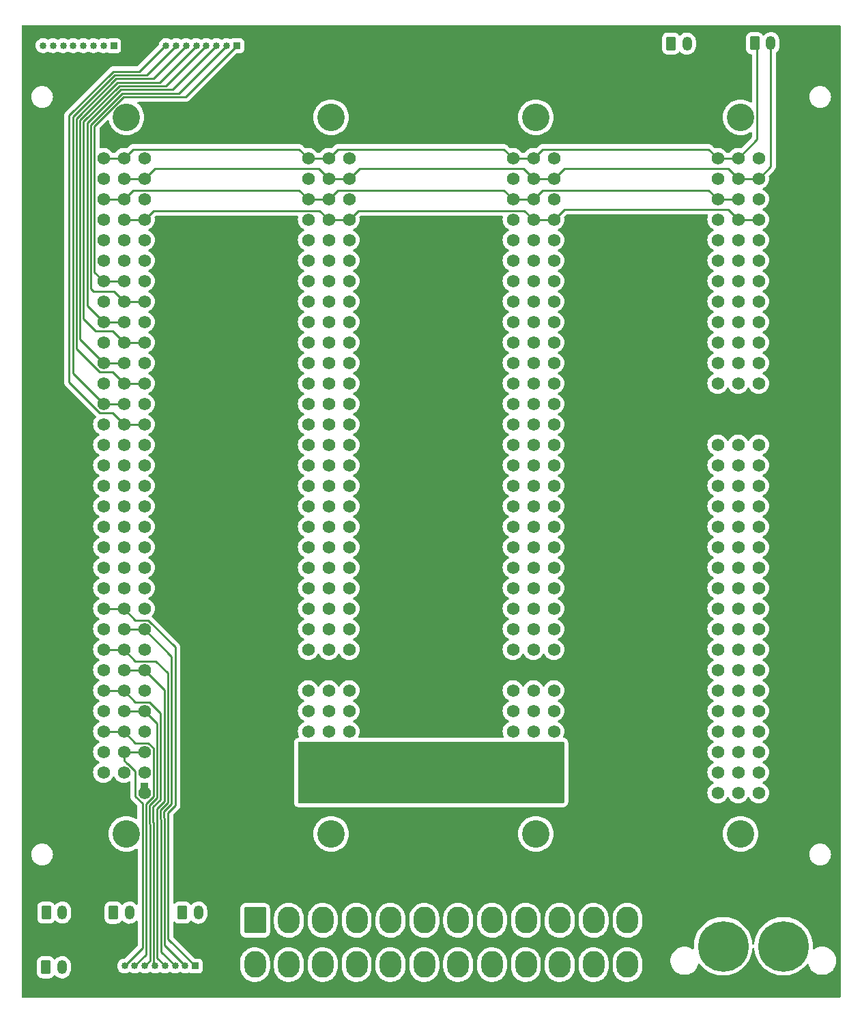
<source format=gbr>
%TF.GenerationSoftware,KiCad,Pcbnew,7.0.7*%
%TF.CreationDate,2024-03-27T23:33:24-04:00*%
%TF.ProjectId,Backplane,4261636b-706c-4616-9e65-2e6b69636164,rev?*%
%TF.SameCoordinates,Original*%
%TF.FileFunction,Copper,L3,Inr*%
%TF.FilePolarity,Positive*%
%FSLAX46Y46*%
G04 Gerber Fmt 4.6, Leading zero omitted, Abs format (unit mm)*
G04 Created by KiCad (PCBNEW 7.0.7) date 2024-03-27 23:33:24*
%MOMM*%
%LPD*%
G01*
G04 APERTURE LIST*
G04 Aperture macros list*
%AMRoundRect*
0 Rectangle with rounded corners*
0 $1 Rounding radius*
0 $2 $3 $4 $5 $6 $7 $8 $9 X,Y pos of 4 corners*
0 Add a 4 corners polygon primitive as box body*
4,1,4,$2,$3,$4,$5,$6,$7,$8,$9,$2,$3,0*
0 Add four circle primitives for the rounded corners*
1,1,$1+$1,$2,$3*
1,1,$1+$1,$4,$5*
1,1,$1+$1,$6,$7*
1,1,$1+$1,$8,$9*
0 Add four rect primitives between the rounded corners*
20,1,$1+$1,$2,$3,$4,$5,0*
20,1,$1+$1,$4,$5,$6,$7,0*
20,1,$1+$1,$6,$7,$8,$9,0*
20,1,$1+$1,$8,$9,$2,$3,0*%
G04 Aperture macros list end*
%TA.AperFunction,ComponentPad*%
%ADD10C,6.266000*%
%TD*%
%TA.AperFunction,ComponentPad*%
%ADD11RoundRect,0.250000X-0.350000X-0.625000X0.350000X-0.625000X0.350000X0.625000X-0.350000X0.625000X0*%
%TD*%
%TA.AperFunction,ComponentPad*%
%ADD12O,1.200000X1.750000*%
%TD*%
%TA.AperFunction,ComponentPad*%
%ADD13R,0.850000X0.850000*%
%TD*%
%TA.AperFunction,ComponentPad*%
%ADD14C,0.850000*%
%TD*%
%TA.AperFunction,ComponentPad*%
%ADD15C,3.403600*%
%TD*%
%TA.AperFunction,ComponentPad*%
%ADD16C,1.574800*%
%TD*%
%TA.AperFunction,ComponentPad*%
%ADD17RoundRect,0.250001X-1.099999X-1.399999X1.099999X-1.399999X1.099999X1.399999X-1.099999X1.399999X0*%
%TD*%
%TA.AperFunction,ComponentPad*%
%ADD18O,2.700000X3.300000*%
%TD*%
%TA.AperFunction,Conductor*%
%ADD19C,0.250000*%
%TD*%
G04 APERTURE END LIST*
D10*
%TO.N,+24V*%
%TO.C,J6*%
X158153100Y-140944600D03*
%TO.N,GND*%
X165646100Y-140944600D03*
%TD*%
D11*
%TO.N,+12V*%
%TO.C,J11*%
X82499328Y-136777073D03*
D12*
%TO.N,GND*%
X84499328Y-136777073D03*
%TD*%
D13*
%TO.N,ETH1-8*%
%TO.C,J5*%
X92670000Y-143393262D03*
D14*
%TO.N,ETH1-7*%
X91420000Y-143393262D03*
%TO.N,ETH1-6*%
X90170000Y-143393262D03*
%TO.N,ETH1-5*%
X88920000Y-143393262D03*
%TO.N,ETH1-4*%
X87670000Y-143393262D03*
%TO.N,ETH1-3*%
X86420000Y-143393262D03*
%TO.N,ETH1-2*%
X85170000Y-143393262D03*
%TO.N,ETH1-1*%
X83920000Y-143393262D03*
%TD*%
D11*
%TO.N,+12V*%
%TO.C,J13*%
X151670000Y-28956000D03*
D12*
%TO.N,GND*%
X153670000Y-28956000D03*
%TD*%
D13*
%TO.N,ETH2-8*%
%TO.C,J7*%
X82550000Y-29210000D03*
D14*
%TO.N,ETH2-7*%
X81300000Y-29210000D03*
%TO.N,ETH2-6*%
X80050000Y-29210000D03*
%TO.N,ETH2-5*%
X78800000Y-29210000D03*
%TO.N,ETH2-4*%
X77550000Y-29210000D03*
%TO.N,ETH2-3*%
X76300000Y-29210000D03*
%TO.N,ETH2-2*%
X75050000Y-29210000D03*
%TO.N,ETH2-1*%
X73800000Y-29210000D03*
%TD*%
D15*
%TO.N,GND*%
%TO.C,J3*%
X109524800Y-38100000D03*
X109524800Y-127000000D03*
D16*
%TO.N,+12V*%
X111760000Y-121920000D03*
X111760000Y-119380000D03*
X111760000Y-116840000D03*
%TO.N,GND*%
X111760000Y-114300000D03*
X111760000Y-111760000D03*
X111760000Y-109220000D03*
%TO.N,+5V*%
X111760000Y-106680000D03*
%TO.N,THR5-1*%
X111760000Y-104140000D03*
%TO.N,THR5-2*%
X111760000Y-101600000D03*
%TO.N,THR5-3*%
X111760000Y-99060000D03*
%TO.N,THR6-1*%
X111760000Y-96520000D03*
%TO.N,THR6-2*%
X111760000Y-93980000D03*
%TO.N,THR6-3*%
X111760000Y-91440000D03*
%TO.N,THR7-1*%
X111760000Y-88900000D03*
%TO.N,THR7-2*%
X111760000Y-86360000D03*
%TO.N,THR7-3*%
X111760000Y-83820000D03*
%TO.N,THR8-1*%
X111760000Y-81280000D03*
%TO.N,THR8-2*%
X111760000Y-78740000D03*
%TO.N,THR8-3*%
X111760000Y-76200000D03*
%TO.N,+3.3V*%
X111760000Y-73660000D03*
%TO.N,unconnected-(J3-PadA21)*%
X111760000Y-71120000D03*
%TO.N,unconnected-(J3-PadA22)*%
X111760000Y-68580000D03*
%TO.N,unconnected-(J3-PadA23)*%
X111760000Y-66040000D03*
%TO.N,unconnected-(J3-PadA24)*%
X111760000Y-63500000D03*
%TO.N,unconnected-(J3-PadA25)*%
X111760000Y-60960000D03*
%TO.N,unconnected-(J3-PadA26)*%
X111760000Y-58420000D03*
%TO.N,unconnected-(J3-PadA27)*%
X111760000Y-55880000D03*
%TO.N,unconnected-(J3-PadA28)*%
X111760000Y-53340000D03*
%TO.N,DAT1*%
X111760000Y-50800000D03*
%TO.N,GND*%
X111760000Y-48260000D03*
%TO.N,CANL*%
X111760000Y-45720000D03*
%TO.N,GND*%
X111760000Y-43180000D03*
%TO.N,+12V*%
X109220000Y-121920000D03*
X109220000Y-119380000D03*
X109220000Y-116840000D03*
%TO.N,GND*%
X109220000Y-114300000D03*
X109220000Y-111760000D03*
X109220000Y-109220000D03*
%TO.N,+5V*%
X109220000Y-106680000D03*
%TO.N,THR5-1*%
X109220000Y-104140000D03*
%TO.N,THR5-2*%
X109220000Y-101600000D03*
%TO.N,THR5-3*%
X109220000Y-99060000D03*
%TO.N,THR6-1*%
X109220000Y-96520000D03*
%TO.N,THR6-2*%
X109220000Y-93980000D03*
%TO.N,THR6-3*%
X109220000Y-91440000D03*
%TO.N,THR7-1*%
X109220000Y-88900000D03*
%TO.N,THR7-2*%
X109220000Y-86360000D03*
%TO.N,THR7-3*%
X109220000Y-83820000D03*
%TO.N,THR8-1*%
X109220000Y-81280000D03*
%TO.N,THR8-2*%
X109220000Y-78740000D03*
%TO.N,THR8-3*%
X109220000Y-76200000D03*
%TO.N,+3.3V*%
X109220000Y-73660000D03*
%TO.N,unconnected-(J3-PadB21)*%
X109220000Y-71120000D03*
%TO.N,unconnected-(J3-PadB22)*%
X109220000Y-68580000D03*
%TO.N,unconnected-(J3-PadB23)*%
X109220000Y-66040000D03*
%TO.N,unconnected-(J3-PadB24)*%
X109220000Y-63500000D03*
%TO.N,unconnected-(J3-PadB25)*%
X109220000Y-60960000D03*
%TO.N,unconnected-(J3-PadB26)*%
X109220000Y-58420000D03*
%TO.N,unconnected-(J3-PadB27)*%
X109220000Y-55880000D03*
%TO.N,unconnected-(J3-PadB28)*%
X109220000Y-53340000D03*
%TO.N,DAT1*%
X109220000Y-50800000D03*
%TO.N,DAT2*%
X109220000Y-48260000D03*
%TO.N,CANL*%
X109220000Y-45720000D03*
%TO.N,CANH*%
X109220000Y-43180000D03*
%TO.N,+12V*%
X106680000Y-121920000D03*
X106680000Y-119380000D03*
X106680000Y-116840000D03*
%TO.N,GND*%
X106680000Y-114300000D03*
X106680000Y-111760000D03*
X106680000Y-109220000D03*
%TO.N,+5V*%
X106680000Y-106680000D03*
%TO.N,THR5-1*%
X106680000Y-104140000D03*
%TO.N,THR5-2*%
X106680000Y-101600000D03*
%TO.N,THR5-3*%
X106680000Y-99060000D03*
%TO.N,THR6-1*%
X106680000Y-96520000D03*
%TO.N,THR6-2*%
X106680000Y-93980000D03*
%TO.N,THR6-3*%
X106680000Y-91440000D03*
%TO.N,THR7-1*%
X106680000Y-88900000D03*
%TO.N,THR7-2*%
X106680000Y-86360000D03*
%TO.N,THR7-3*%
X106680000Y-83820000D03*
%TO.N,THR8-1*%
X106680000Y-81280000D03*
%TO.N,THR8-2*%
X106680000Y-78740000D03*
%TO.N,THR8-3*%
X106680000Y-76200000D03*
%TO.N,+3.3V*%
X106680000Y-73660000D03*
%TO.N,unconnected-(J3-PadC21)*%
X106680000Y-71120000D03*
%TO.N,unconnected-(J3-PadC22)*%
X106680000Y-68580000D03*
%TO.N,unconnected-(J3-PadC23)*%
X106680000Y-66040000D03*
%TO.N,unconnected-(J3-PadC24)*%
X106680000Y-63500000D03*
%TO.N,unconnected-(J3-PadC25)*%
X106680000Y-60960000D03*
%TO.N,unconnected-(J3-PadC26)*%
X106680000Y-58420000D03*
%TO.N,unconnected-(J3-PadC27)*%
X106680000Y-55880000D03*
%TO.N,unconnected-(J3-PadC28)*%
X106680000Y-53340000D03*
%TO.N,GND*%
X106680000Y-50800000D03*
%TO.N,DAT2*%
X106680000Y-48260000D03*
%TO.N,GND*%
X106680000Y-45720000D03*
%TO.N,CANH*%
X106680000Y-43180000D03*
%TD*%
D11*
%TO.N,+12V*%
%TO.C,J14*%
X91058460Y-136771766D03*
D12*
%TO.N,GND*%
X93058460Y-136771766D03*
%TD*%
D11*
%TO.N,SW2*%
%TO.C,J9*%
X74140538Y-143555467D03*
D12*
%TO.N,SW1*%
X76140538Y-143555467D03*
%TD*%
D11*
%TO.N,+12V*%
%TO.C,J15*%
X74164583Y-136764001D03*
D12*
%TO.N,GND*%
X76164583Y-136764001D03*
%TD*%
D15*
%TO.N,GND*%
%TO.C,J2*%
X134924800Y-38100000D03*
X134924800Y-127000000D03*
D16*
%TO.N,+12V*%
X137160000Y-121920000D03*
X137160000Y-119380000D03*
X137160000Y-116840000D03*
%TO.N,GND*%
X137160000Y-114300000D03*
X137160000Y-111760000D03*
X137160000Y-109220000D03*
%TO.N,+5V*%
X137160000Y-106680000D03*
%TO.N,THR1-1*%
X137160000Y-104140000D03*
%TO.N,THR1-2*%
X137160000Y-101600000D03*
%TO.N,THR1-3*%
X137160000Y-99060000D03*
%TO.N,THR2-1*%
X137160000Y-96520000D03*
%TO.N,THR2-2*%
X137160000Y-93980000D03*
%TO.N,THR2-3*%
X137160000Y-91440000D03*
%TO.N,THR3-1*%
X137160000Y-88900000D03*
%TO.N,THR3-2*%
X137160000Y-86360000D03*
%TO.N,THR3-3*%
X137160000Y-83820000D03*
%TO.N,THR4-1*%
X137160000Y-81280000D03*
%TO.N,THR4-2*%
X137160000Y-78740000D03*
%TO.N,THR4-3*%
X137160000Y-76200000D03*
%TO.N,+3.3V*%
X137160000Y-73660000D03*
%TO.N,unconnected-(J2-PadA21)*%
X137160000Y-71120000D03*
%TO.N,unconnected-(J2-PadA22)*%
X137160000Y-68580000D03*
%TO.N,unconnected-(J2-PadA23)*%
X137160000Y-66040000D03*
%TO.N,unconnected-(J2-PadA24)*%
X137160000Y-63500000D03*
%TO.N,unconnected-(J2-PadA25)*%
X137160000Y-60960000D03*
%TO.N,unconnected-(J2-PadA26)*%
X137160000Y-58420000D03*
%TO.N,unconnected-(J2-PadA27)*%
X137160000Y-55880000D03*
%TO.N,unconnected-(J2-PadA28)*%
X137160000Y-53340000D03*
%TO.N,DAT1*%
X137160000Y-50800000D03*
%TO.N,GND*%
X137160000Y-48260000D03*
%TO.N,CANL*%
X137160000Y-45720000D03*
%TO.N,GND*%
X137160000Y-43180000D03*
%TO.N,+12V*%
X134620000Y-121920000D03*
X134620000Y-119380000D03*
X134620000Y-116840000D03*
%TO.N,GND*%
X134620000Y-114300000D03*
X134620000Y-111760000D03*
X134620000Y-109220000D03*
%TO.N,+5V*%
X134620000Y-106680000D03*
%TO.N,THR1-1*%
X134620000Y-104140000D03*
%TO.N,THR1-2*%
X134620000Y-101600000D03*
%TO.N,THR1-3*%
X134620000Y-99060000D03*
%TO.N,THR2-1*%
X134620000Y-96520000D03*
%TO.N,THR2-2*%
X134620000Y-93980000D03*
%TO.N,THR2-3*%
X134620000Y-91440000D03*
%TO.N,THR3-1*%
X134620000Y-88900000D03*
%TO.N,THR3-2*%
X134620000Y-86360000D03*
%TO.N,THR3-3*%
X134620000Y-83820000D03*
%TO.N,THR4-1*%
X134620000Y-81280000D03*
%TO.N,THR4-2*%
X134620000Y-78740000D03*
%TO.N,THR4-3*%
X134620000Y-76200000D03*
%TO.N,+3.3V*%
X134620000Y-73660000D03*
%TO.N,unconnected-(J2-PadB21)*%
X134620000Y-71120000D03*
%TO.N,unconnected-(J2-PadB22)*%
X134620000Y-68580000D03*
%TO.N,unconnected-(J2-PadB23)*%
X134620000Y-66040000D03*
%TO.N,unconnected-(J2-PadB24)*%
X134620000Y-63500000D03*
%TO.N,unconnected-(J2-PadB25)*%
X134620000Y-60960000D03*
%TO.N,unconnected-(J2-PadB26)*%
X134620000Y-58420000D03*
%TO.N,unconnected-(J2-PadB27)*%
X134620000Y-55880000D03*
%TO.N,unconnected-(J2-PadB28)*%
X134620000Y-53340000D03*
%TO.N,DAT1*%
X134620000Y-50800000D03*
%TO.N,DAT2*%
X134620000Y-48260000D03*
%TO.N,CANL*%
X134620000Y-45720000D03*
%TO.N,CANH*%
X134620000Y-43180000D03*
%TO.N,+12V*%
X132080000Y-121920000D03*
X132080000Y-119380000D03*
X132080000Y-116840000D03*
%TO.N,GND*%
X132080000Y-114300000D03*
X132080000Y-111760000D03*
X132080000Y-109220000D03*
%TO.N,+5V*%
X132080000Y-106680000D03*
%TO.N,THR1-1*%
X132080000Y-104140000D03*
%TO.N,THR1-2*%
X132080000Y-101600000D03*
%TO.N,THR1-3*%
X132080000Y-99060000D03*
%TO.N,THR2-1*%
X132080000Y-96520000D03*
%TO.N,THR2-2*%
X132080000Y-93980000D03*
%TO.N,THR2-3*%
X132080000Y-91440000D03*
%TO.N,THR3-1*%
X132080000Y-88900000D03*
%TO.N,THR3-2*%
X132080000Y-86360000D03*
%TO.N,THR3-3*%
X132080000Y-83820000D03*
%TO.N,THR4-1*%
X132080000Y-81280000D03*
%TO.N,THR4-2*%
X132080000Y-78740000D03*
%TO.N,THR4-3*%
X132080000Y-76200000D03*
%TO.N,+3.3V*%
X132080000Y-73660000D03*
%TO.N,unconnected-(J2-PadC21)*%
X132080000Y-71120000D03*
%TO.N,unconnected-(J2-PadC22)*%
X132080000Y-68580000D03*
%TO.N,unconnected-(J2-PadC23)*%
X132080000Y-66040000D03*
%TO.N,unconnected-(J2-PadC24)*%
X132080000Y-63500000D03*
%TO.N,unconnected-(J2-PadC25)*%
X132080000Y-60960000D03*
%TO.N,unconnected-(J2-PadC26)*%
X132080000Y-58420000D03*
%TO.N,unconnected-(J2-PadC27)*%
X132080000Y-55880000D03*
%TO.N,unconnected-(J2-PadC28)*%
X132080000Y-53340000D03*
%TO.N,GND*%
X132080000Y-50800000D03*
%TO.N,DAT2*%
X132080000Y-48260000D03*
%TO.N,GND*%
X132080000Y-45720000D03*
%TO.N,CANH*%
X132080000Y-43180000D03*
%TD*%
D15*
%TO.N,GND*%
%TO.C,J1*%
X160324800Y-38100000D03*
X160324800Y-127000000D03*
D16*
%TO.N,+24V*%
X162560000Y-121920000D03*
X162560000Y-119380000D03*
X162560000Y-116840000D03*
X162560000Y-114300000D03*
X162560000Y-111760000D03*
X162560000Y-109220000D03*
%TO.N,+12V*%
X162560000Y-106680000D03*
X162560000Y-104140000D03*
X162560000Y-101600000D03*
X162560000Y-99060000D03*
X162560000Y-96520000D03*
X162560000Y-93980000D03*
%TO.N,GND*%
X162560000Y-91440000D03*
X162560000Y-88900000D03*
X162560000Y-86360000D03*
X162560000Y-83820000D03*
X162560000Y-81280000D03*
X162560000Y-78740000D03*
%TO.N,+5V*%
X162560000Y-76200000D03*
X162560000Y-73660000D03*
%TO.N,+3.3V*%
X162560000Y-71120000D03*
X162560000Y-68580000D03*
%TO.N,unconnected-(J1-PadA23)*%
X162560000Y-66040000D03*
%TO.N,unconnected-(J1-PadA24)*%
X162560000Y-63500000D03*
%TO.N,unconnected-(J1-PadA25)*%
X162560000Y-60960000D03*
%TO.N,unconnected-(J1-PadA26)*%
X162560000Y-58420000D03*
%TO.N,SW2*%
X162560000Y-55880000D03*
%TO.N,GND*%
X162560000Y-53340000D03*
%TO.N,DAT1*%
X162560000Y-50800000D03*
%TO.N,GND*%
X162560000Y-48260000D03*
%TO.N,CANL*%
X162560000Y-45720000D03*
%TO.N,GND*%
X162560000Y-43180000D03*
%TO.N,+24V*%
X160020000Y-121920000D03*
X160020000Y-119380000D03*
X160020000Y-116840000D03*
X160020000Y-114300000D03*
X160020000Y-111760000D03*
X160020000Y-109220000D03*
%TO.N,+12V*%
X160020000Y-106680000D03*
X160020000Y-104140000D03*
X160020000Y-101600000D03*
X160020000Y-99060000D03*
X160020000Y-96520000D03*
X160020000Y-93980000D03*
%TO.N,GND*%
X160020000Y-91440000D03*
X160020000Y-88900000D03*
X160020000Y-86360000D03*
X160020000Y-83820000D03*
X160020000Y-81280000D03*
X160020000Y-78740000D03*
%TO.N,+5V*%
X160020000Y-76200000D03*
X160020000Y-73660000D03*
%TO.N,+3.3V*%
X160020000Y-71120000D03*
X160020000Y-68580000D03*
%TO.N,unconnected-(J1-PadB23)*%
X160020000Y-66040000D03*
%TO.N,unconnected-(J1-PadB24)*%
X160020000Y-63500000D03*
%TO.N,unconnected-(J1-PadB25)*%
X160020000Y-60960000D03*
%TO.N,unconnected-(J1-PadB26)*%
X160020000Y-58420000D03*
%TO.N,SW2*%
X160020000Y-55880000D03*
%TO.N,SW1*%
X160020000Y-53340000D03*
%TO.N,DAT1*%
X160020000Y-50800000D03*
%TO.N,DAT2*%
X160020000Y-48260000D03*
%TO.N,CANL*%
X160020000Y-45720000D03*
%TO.N,CANH*%
X160020000Y-43180000D03*
%TO.N,+24V*%
X157480000Y-121920000D03*
X157480000Y-119380000D03*
X157480000Y-116840000D03*
X157480000Y-114300000D03*
X157480000Y-111760000D03*
X157480000Y-109220000D03*
%TO.N,+12V*%
X157480000Y-106680000D03*
X157480000Y-104140000D03*
X157480000Y-101600000D03*
X157480000Y-99060000D03*
X157480000Y-96520000D03*
X157480000Y-93980000D03*
%TO.N,GND*%
X157480000Y-91440000D03*
X157480000Y-88900000D03*
X157480000Y-86360000D03*
X157480000Y-83820000D03*
X157480000Y-81280000D03*
X157480000Y-78740000D03*
%TO.N,+5V*%
X157480000Y-76200000D03*
X157480000Y-73660000D03*
%TO.N,+3.3V*%
X157480000Y-71120000D03*
X157480000Y-68580000D03*
%TO.N,unconnected-(J1-PadC23)*%
X157480000Y-66040000D03*
%TO.N,unconnected-(J1-PadC24)*%
X157480000Y-63500000D03*
%TO.N,unconnected-(J1-PadC25)*%
X157480000Y-60960000D03*
%TO.N,unconnected-(J1-PadC26)*%
X157480000Y-58420000D03*
%TO.N,GND*%
X157480000Y-55880000D03*
%TO.N,SW1*%
X157480000Y-53340000D03*
%TO.N,GND*%
X157480000Y-50800000D03*
%TO.N,DAT2*%
X157480000Y-48260000D03*
%TO.N,GND*%
X157480000Y-45720000D03*
%TO.N,CANH*%
X157480000Y-43180000D03*
%TD*%
D11*
%TO.N,CANH*%
%TO.C,J10*%
X162068000Y-28914000D03*
D12*
%TO.N,CANL*%
X164068000Y-28914000D03*
%TD*%
D17*
%TO.N,THR5-1*%
%TO.C,J12*%
X100090000Y-137720000D03*
D18*
%TO.N,THR5-2*%
X104290000Y-137720000D03*
%TO.N,THR5-3*%
X108490000Y-137720000D03*
%TO.N,THR6-1*%
X112690000Y-137720000D03*
%TO.N,THR6-2*%
X116890000Y-137720000D03*
%TO.N,THR6-3*%
X121090000Y-137720000D03*
%TO.N,THR7-1*%
X125290000Y-137720000D03*
%TO.N,THR7-2*%
X129490000Y-137720000D03*
%TO.N,THR7-3*%
X133690000Y-137720000D03*
%TO.N,THR8-1*%
X137890000Y-137720000D03*
%TO.N,THR8-2*%
X142090000Y-137720000D03*
%TO.N,THR8-3*%
X146290000Y-137720000D03*
%TO.N,THR4-3*%
X100090000Y-143220000D03*
%TO.N,THR4-2*%
X104290000Y-143220000D03*
%TO.N,THR4-1*%
X108490000Y-143220000D03*
%TO.N,THR3-3*%
X112690000Y-143220000D03*
%TO.N,THR3-2*%
X116890000Y-143220000D03*
%TO.N,THR3-1*%
X121090000Y-143220000D03*
%TO.N,THR2-3*%
X125290000Y-143220000D03*
%TO.N,THR2-2*%
X129490000Y-143220000D03*
%TO.N,THR2-1*%
X133690000Y-143220000D03*
%TO.N,THR1-3*%
X137890000Y-143220000D03*
%TO.N,THR1-2*%
X142090000Y-143220000D03*
%TO.N,THR1-1*%
X146290000Y-143220000D03*
%TD*%
D13*
%TO.N,ETH3-8*%
%TO.C,J8*%
X97810000Y-29210000D03*
D14*
%TO.N,ETH3-7*%
X96560000Y-29210000D03*
%TO.N,ETH3-6*%
X95310000Y-29210000D03*
%TO.N,ETH3-5*%
X94060000Y-29210000D03*
%TO.N,ETH3-4*%
X92810000Y-29210000D03*
%TO.N,ETH3-3*%
X91560000Y-29210000D03*
%TO.N,ETH3-2*%
X90310000Y-29210000D03*
%TO.N,ETH3-1*%
X89060000Y-29210000D03*
%TD*%
D15*
%TO.N,GND*%
%TO.C,J4*%
X84124800Y-38100000D03*
X84124800Y-127000000D03*
D16*
%TO.N,+5V*%
X86360000Y-121920000D03*
%TO.N,GND*%
X86360000Y-119380000D03*
%TO.N,ETH1-1*%
X86360000Y-116840000D03*
%TO.N,GND*%
X86360000Y-114300000D03*
%TO.N,ETH1-3*%
X86360000Y-111760000D03*
%TO.N,GND*%
X86360000Y-109220000D03*
%TO.N,ETH1-5*%
X86360000Y-106680000D03*
%TO.N,GND*%
X86360000Y-104140000D03*
%TO.N,ETH1-7*%
X86360000Y-101600000D03*
%TO.N,GND*%
X86360000Y-99060000D03*
%TO.N,ETH2-1*%
X86360000Y-96520000D03*
%TO.N,GND*%
X86360000Y-93980000D03*
%TO.N,ETH2-3*%
X86360000Y-91440000D03*
%TO.N,GND*%
X86360000Y-88900000D03*
%TO.N,ETH2-5*%
X86360000Y-86360000D03*
%TO.N,GND*%
X86360000Y-83820000D03*
%TO.N,ETH2-7*%
X86360000Y-81280000D03*
%TO.N,GND*%
X86360000Y-78740000D03*
%TO.N,ETH3-1*%
X86360000Y-76200000D03*
%TO.N,GND*%
X86360000Y-73660000D03*
%TO.N,ETH3-3*%
X86360000Y-71120000D03*
%TO.N,GND*%
X86360000Y-68580000D03*
%TO.N,ETH3-5*%
X86360000Y-66040000D03*
%TO.N,GND*%
X86360000Y-63500000D03*
%TO.N,ETH3-7*%
X86360000Y-60960000D03*
%TO.N,GND*%
X86360000Y-58420000D03*
%TO.N,+12V*%
X86360000Y-55880000D03*
X86360000Y-53340000D03*
%TO.N,DAT1*%
X86360000Y-50800000D03*
%TO.N,GND*%
X86360000Y-48260000D03*
%TO.N,CANL*%
X86360000Y-45720000D03*
%TO.N,GND*%
X86360000Y-43180000D03*
%TO.N,+5V*%
X83820000Y-121920000D03*
%TO.N,GND*%
X83820000Y-119380000D03*
%TO.N,ETH1-1*%
X83820000Y-116840000D03*
%TO.N,ETH1-2*%
X83820000Y-114300000D03*
%TO.N,ETH1-3*%
X83820000Y-111760000D03*
%TO.N,ETH1-4*%
X83820000Y-109220000D03*
%TO.N,ETH1-5*%
X83820000Y-106680000D03*
%TO.N,ETH1-6*%
X83820000Y-104140000D03*
%TO.N,ETH1-7*%
X83820000Y-101600000D03*
%TO.N,ETH1-8*%
X83820000Y-99060000D03*
%TO.N,ETH2-1*%
X83820000Y-96520000D03*
%TO.N,ETH2-2*%
X83820000Y-93980000D03*
%TO.N,ETH2-3*%
X83820000Y-91440000D03*
%TO.N,ETH2-4*%
X83820000Y-88900000D03*
%TO.N,ETH2-5*%
X83820000Y-86360000D03*
%TO.N,ETH2-6*%
X83820000Y-83820000D03*
%TO.N,ETH2-7*%
X83820000Y-81280000D03*
%TO.N,ETH2-8*%
X83820000Y-78740000D03*
%TO.N,ETH3-1*%
X83820000Y-76200000D03*
%TO.N,ETH3-2*%
X83820000Y-73660000D03*
%TO.N,ETH3-3*%
X83820000Y-71120000D03*
%TO.N,ETH3-4*%
X83820000Y-68580000D03*
%TO.N,ETH3-5*%
X83820000Y-66040000D03*
%TO.N,ETH3-6*%
X83820000Y-63500000D03*
%TO.N,ETH3-7*%
X83820000Y-60960000D03*
%TO.N,ETH3-8*%
X83820000Y-58420000D03*
%TO.N,+12V*%
X83820000Y-55880000D03*
X83820000Y-53340000D03*
%TO.N,DAT1*%
X83820000Y-50800000D03*
%TO.N,DAT2*%
X83820000Y-48260000D03*
%TO.N,CANL*%
X83820000Y-45720000D03*
%TO.N,CANH*%
X83820000Y-43180000D03*
%TO.N,+5V*%
X81280000Y-121920000D03*
%TO.N,GND*%
X81280000Y-119380000D03*
X81280000Y-116840000D03*
%TO.N,ETH1-2*%
X81280000Y-114300000D03*
%TO.N,GND*%
X81280000Y-111760000D03*
%TO.N,ETH1-4*%
X81280000Y-109220000D03*
%TO.N,GND*%
X81280000Y-106680000D03*
%TO.N,ETH1-6*%
X81280000Y-104140000D03*
%TO.N,GND*%
X81280000Y-101600000D03*
%TO.N,ETH1-8*%
X81280000Y-99060000D03*
%TO.N,GND*%
X81280000Y-96520000D03*
%TO.N,ETH2-2*%
X81280000Y-93980000D03*
%TO.N,GND*%
X81280000Y-91440000D03*
%TO.N,ETH2-4*%
X81280000Y-88900000D03*
%TO.N,GND*%
X81280000Y-86360000D03*
%TO.N,ETH2-6*%
X81280000Y-83820000D03*
%TO.N,GND*%
X81280000Y-81280000D03*
%TO.N,ETH2-8*%
X81280000Y-78740000D03*
%TO.N,GND*%
X81280000Y-76200000D03*
%TO.N,ETH3-2*%
X81280000Y-73660000D03*
%TO.N,GND*%
X81280000Y-71120000D03*
%TO.N,ETH3-4*%
X81280000Y-68580000D03*
%TO.N,GND*%
X81280000Y-66040000D03*
%TO.N,ETH3-6*%
X81280000Y-63500000D03*
%TO.N,GND*%
X81280000Y-60960000D03*
%TO.N,ETH3-8*%
X81280000Y-58420000D03*
%TO.N,+12V*%
X81280000Y-55880000D03*
X81280000Y-53340000D03*
%TO.N,GND*%
X81280000Y-50800000D03*
%TO.N,DAT2*%
X81280000Y-48260000D03*
%TO.N,GND*%
X81280000Y-45720000D03*
%TO.N,CANH*%
X81280000Y-43180000D03*
%TD*%
D19*
%TO.N,CANL*%
X164068000Y-44212000D02*
X164068000Y-28914000D01*
X162560000Y-45720000D02*
X164068000Y-44212000D01*
%TO.N,CANH*%
X162351600Y-40848400D02*
X162351600Y-29197600D01*
X160020000Y-43180000D02*
X162351600Y-40848400D01*
X162351600Y-29197600D02*
X162068000Y-28914000D01*
%TO.N,CANL*%
X137160000Y-45720000D02*
X134620000Y-45720000D01*
X111760000Y-45720000D02*
X109220000Y-45720000D01*
X160020000Y-45720000D02*
X162560000Y-45720000D01*
X138430000Y-44450000D02*
X137160000Y-45720000D01*
X160020000Y-45720000D02*
X158750000Y-44450000D01*
X134620000Y-45720000D02*
X133350000Y-44450000D01*
X113030000Y-44450000D02*
X111760000Y-45720000D01*
X109220000Y-45720000D02*
X107950000Y-44450000D01*
X107950000Y-44450000D02*
X87630000Y-44450000D01*
X86360000Y-45720000D02*
X83820000Y-45720000D01*
X87630000Y-44450000D02*
X86360000Y-45720000D01*
X133350000Y-44450000D02*
X113030000Y-44450000D01*
X158750000Y-44450000D02*
X138430000Y-44450000D01*
%TO.N,DAT1*%
X160020000Y-50800000D02*
X162560000Y-50800000D01*
X109220000Y-50800000D02*
X108107600Y-49687600D01*
X86360000Y-50800000D02*
X83820000Y-50800000D01*
X158750000Y-49530000D02*
X138430000Y-49530000D01*
X112872400Y-49687600D02*
X111760000Y-50800000D01*
X137160000Y-50800000D02*
X134620000Y-50800000D01*
X138430000Y-49530000D02*
X137160000Y-50800000D01*
X160020000Y-50800000D02*
X158750000Y-49530000D01*
X111760000Y-50800000D02*
X109220000Y-50800000D01*
X108107600Y-49687600D02*
X87472400Y-49687600D01*
X134620000Y-50800000D02*
X133507600Y-49687600D01*
X133507600Y-49687600D02*
X112872400Y-49687600D01*
X87472400Y-49687600D02*
X86360000Y-50800000D01*
%TO.N,CANH*%
X157480000Y-43180000D02*
X160020000Y-43180000D01*
X83820000Y-43180000D02*
X84932400Y-42067600D01*
X106680000Y-43180000D02*
X109220000Y-43180000D01*
X130967600Y-42067600D02*
X132080000Y-43180000D01*
X135732400Y-42067600D02*
X156367600Y-42067600D01*
X84932400Y-42067600D02*
X105567600Y-42067600D01*
X132080000Y-43180000D02*
X134620000Y-43180000D01*
X134620000Y-43180000D02*
X135732400Y-42067600D01*
X105567600Y-42067600D02*
X106680000Y-43180000D01*
X109220000Y-43180000D02*
X110332400Y-42067600D01*
X110332400Y-42067600D02*
X130967600Y-42067600D01*
X156367600Y-42067600D02*
X157480000Y-43180000D01*
X81280000Y-43180000D02*
X83820000Y-43180000D01*
%TO.N,DAT2*%
X83820000Y-48260000D02*
X84932400Y-47147600D01*
X132080000Y-48260000D02*
X134620000Y-48260000D01*
X157480000Y-48260000D02*
X160020000Y-48260000D01*
X109220000Y-48260000D02*
X110332400Y-47147600D01*
X81280000Y-48260000D02*
X83820000Y-48260000D01*
X156367600Y-47147600D02*
X157480000Y-48260000D01*
X135732400Y-47147600D02*
X156367600Y-47147600D01*
X105567600Y-47147600D02*
X106680000Y-48260000D01*
X134620000Y-48260000D02*
X135732400Y-47147600D01*
X84932400Y-47147600D02*
X105567600Y-47147600D01*
X110332400Y-47147600D02*
X130967600Y-47147600D01*
X106680000Y-48260000D02*
X109220000Y-48260000D01*
X130967600Y-47147600D02*
X132080000Y-48260000D01*
%TO.N,ETH1-1*%
X83820000Y-117856000D02*
X84231600Y-118267600D01*
X84280772Y-118267600D02*
X85247600Y-119234428D01*
X86151600Y-141161662D02*
X83920000Y-143393262D01*
X84231600Y-118267600D02*
X84280772Y-118267600D01*
X85247600Y-122380772D02*
X86106000Y-123239172D01*
X86106000Y-123239172D02*
X86106000Y-126114871D01*
X86151600Y-126160471D02*
X86151600Y-141161662D01*
X83820000Y-116840000D02*
X86360000Y-116840000D01*
X85247600Y-119234428D02*
X85247600Y-122380772D01*
X86106000Y-126114871D02*
X86151600Y-126160471D01*
X83820000Y-116840000D02*
X83820000Y-117856000D01*
%TO.N,ETH1-2*%
X86601600Y-125974075D02*
X86601600Y-141961662D01*
X86556000Y-123297172D02*
X86556000Y-125928475D01*
X83820000Y-114300000D02*
X85247600Y-115727600D01*
X86820772Y-115727600D02*
X87472400Y-116379228D01*
X86601600Y-141961662D02*
X85170000Y-143393262D01*
X81280000Y-114300000D02*
X83820000Y-114300000D01*
X85247600Y-115727600D02*
X86820772Y-115727600D01*
X87472400Y-122380772D02*
X86556000Y-123297172D01*
X86556000Y-125928475D02*
X86601600Y-125974075D01*
X87472400Y-116379228D02*
X87472400Y-122380772D01*
%TO.N,ETH1-4*%
X85247600Y-110647600D02*
X86964400Y-110647600D01*
X87456000Y-123669964D02*
X87456000Y-125555683D01*
X83820000Y-109220000D02*
X85247600Y-110647600D01*
X87456000Y-125555683D02*
X87501600Y-125601283D01*
X88372400Y-122753564D02*
X87456000Y-123669964D01*
X87501600Y-143224862D02*
X87670000Y-143393262D01*
X88372400Y-112055600D02*
X88372400Y-122753564D01*
X86964400Y-110647600D02*
X88372400Y-112055600D01*
X81280000Y-109220000D02*
X83820000Y-109220000D01*
X87501600Y-125601283D02*
X87501600Y-143224862D01*
%TO.N,ETH1-5*%
X86360000Y-106680000D02*
X88822400Y-109142400D01*
X83820000Y-106680000D02*
X86360000Y-106680000D01*
X87906000Y-125369287D02*
X87951600Y-125414887D01*
X88822400Y-109142400D02*
X88822400Y-122939960D01*
X87951600Y-142424862D02*
X88920000Y-143393262D01*
X87906000Y-123856360D02*
X87906000Y-125369287D01*
X87951600Y-125414887D02*
X87951600Y-142424862D01*
X88822400Y-122939960D02*
X87906000Y-123856360D01*
%TO.N,ETH1-7*%
X89722400Y-123312752D02*
X88806000Y-124229152D01*
X88806000Y-124996495D02*
X88851600Y-125042095D01*
X89722400Y-104962400D02*
X89722400Y-123312752D01*
X88806000Y-124229152D02*
X88806000Y-124996495D01*
X88851600Y-140824862D02*
X91420000Y-143393262D01*
X88851600Y-125042095D02*
X88851600Y-140824862D01*
X86360000Y-101600000D02*
X89722400Y-104962400D01*
X83820000Y-101600000D02*
X86360000Y-101600000D01*
%TO.N,ETH1-8*%
X89301600Y-124855699D02*
X89301600Y-140024862D01*
X90172400Y-123499148D02*
X89256000Y-124415548D01*
X83820000Y-99060000D02*
X85247600Y-100487600D01*
X81280000Y-99060000D02*
X83820000Y-99060000D01*
X89256000Y-124810099D02*
X89301600Y-124855699D01*
X89256000Y-124415548D02*
X89256000Y-124810099D01*
X85247600Y-100487600D02*
X86820772Y-100487600D01*
X90172400Y-103839228D02*
X90172400Y-123499148D01*
X89301600Y-140024862D02*
X92670000Y-143393262D01*
X86820772Y-100487600D02*
X90172400Y-103839228D01*
%TO.N,ETH3-1*%
X77017600Y-70970772D02*
X77017600Y-37886099D01*
X83820000Y-76200000D02*
X82392400Y-74772400D01*
X85700000Y-32410000D02*
X88900000Y-29210000D01*
X80819228Y-74772400D02*
X77017600Y-70970772D01*
X82493699Y-32410000D02*
X85700000Y-32410000D01*
X82392400Y-74772400D02*
X80819228Y-74772400D01*
X86360000Y-76200000D02*
X83820000Y-76200000D01*
X77017600Y-37886099D02*
X82493699Y-32410000D01*
X88900000Y-29210000D02*
X89060000Y-29210000D01*
%TO.N,ETH3-3*%
X77917600Y-38258891D02*
X82866491Y-33310000D01*
X82866491Y-33310000D02*
X87460000Y-33310000D01*
X77917600Y-66790772D02*
X77917600Y-38258891D01*
X86360000Y-71120000D02*
X83820000Y-71120000D01*
X83820000Y-71120000D02*
X82392400Y-69692400D01*
X82392400Y-69692400D02*
X80819228Y-69692400D01*
X80819228Y-69692400D02*
X77917600Y-66790772D01*
X87460000Y-33310000D02*
X91560000Y-29210000D01*
%TO.N,ETH3-4*%
X88260000Y-33760000D02*
X92810000Y-29210000D01*
X78367600Y-38445287D02*
X83052887Y-33760000D01*
X78367600Y-65667600D02*
X78367600Y-38445287D01*
X81280000Y-68580000D02*
X78367600Y-65667600D01*
X83820000Y-68580000D02*
X81280000Y-68580000D01*
X83052887Y-33760000D02*
X88260000Y-33760000D01*
%TO.N,ETH3-6*%
X79267600Y-38818079D02*
X83425679Y-34660000D01*
X89860000Y-34660000D02*
X95310000Y-29210000D01*
X83820000Y-63500000D02*
X81280000Y-63500000D01*
X79267600Y-61487600D02*
X79267600Y-38818079D01*
X83425679Y-34660000D02*
X89860000Y-34660000D01*
X81280000Y-63500000D02*
X79267600Y-61487600D01*
%TO.N,ETH3-7*%
X83820000Y-60960000D02*
X82550000Y-59690000D01*
X79717600Y-39004475D02*
X83612075Y-35110000D01*
X79717600Y-59397600D02*
X79717600Y-39004475D01*
X82550000Y-59690000D02*
X80010000Y-59690000D01*
X86360000Y-60960000D02*
X83820000Y-60960000D01*
X90660000Y-35110000D02*
X96560000Y-29210000D01*
X83612075Y-35110000D02*
X90660000Y-35110000D01*
X80010000Y-59690000D02*
X79717600Y-59397600D01*
%TO.N,ETH1-3*%
X87922400Y-122567168D02*
X87006000Y-123483568D01*
X86360000Y-111760000D02*
X87922400Y-113322400D01*
X83820000Y-111760000D02*
X86360000Y-111760000D01*
X87006000Y-125742079D02*
X87051600Y-125787679D01*
X87006000Y-123483568D02*
X87006000Y-125742079D01*
X87051600Y-142761662D02*
X86420000Y-143393262D01*
X87051600Y-125787679D02*
X87051600Y-142761662D01*
X87922400Y-113322400D02*
X87922400Y-122567168D01*
%TO.N,ETH1-6*%
X81280000Y-104140000D02*
X83820000Y-104140000D01*
X83820000Y-104140000D02*
X85247600Y-105567600D01*
X88401600Y-141624862D02*
X90170000Y-143393262D01*
X89272400Y-107052400D02*
X89272400Y-123126356D01*
X88401600Y-125228491D02*
X88401600Y-141624862D01*
X87787600Y-105567600D02*
X89272400Y-107052400D01*
X88356000Y-125182891D02*
X88401600Y-125228491D01*
X89272400Y-123126356D02*
X88356000Y-124042756D01*
X88356000Y-124042756D02*
X88356000Y-125182891D01*
X85247600Y-105567600D02*
X87787600Y-105567600D01*
%TO.N,ETH3-2*%
X77467600Y-38072495D02*
X82680095Y-32860000D01*
X81280000Y-73660000D02*
X77467600Y-69847600D01*
X77467600Y-69847600D02*
X77467600Y-38072495D01*
X86660000Y-32860000D02*
X90310000Y-29210000D01*
X82680095Y-32860000D02*
X86660000Y-32860000D01*
X83820000Y-73660000D02*
X81280000Y-73660000D01*
%TO.N,ETH3-5*%
X82392400Y-64612400D02*
X80335814Y-64612400D01*
X78817600Y-38631683D02*
X83239283Y-34210000D01*
X80335814Y-64612400D02*
X78817600Y-63094186D01*
X83239283Y-34210000D02*
X89060000Y-34210000D01*
X78817600Y-63094186D02*
X78817600Y-38631683D01*
X89060000Y-34210000D02*
X94060000Y-29210000D01*
X83820000Y-66040000D02*
X82392400Y-64612400D01*
X86360000Y-66040000D02*
X83820000Y-66040000D01*
%TO.N,ETH3-8*%
X81280000Y-58420000D02*
X80167600Y-57307600D01*
X83820000Y-58420000D02*
X81280000Y-58420000D01*
X80167600Y-39190871D02*
X83798471Y-35560000D01*
X91460000Y-35560000D02*
X97810000Y-29210000D01*
X83798471Y-35560000D02*
X91460000Y-35560000D01*
X80167600Y-57307600D02*
X80167600Y-39190871D01*
%TD*%
%TA.AperFunction,Conductor*%
%TO.N,+12V*%
G36*
X106450037Y-115572990D02*
G01*
X106450170Y-115572238D01*
X106455496Y-115573176D01*
X106455504Y-115573179D01*
X106635100Y-115588891D01*
X106679999Y-115592820D01*
X106680000Y-115592820D01*
X106680001Y-115592820D01*
X106717415Y-115589546D01*
X106904496Y-115573179D01*
X106904505Y-115573176D01*
X106909830Y-115572238D01*
X106909962Y-115572990D01*
X106932685Y-115570000D01*
X108967315Y-115570000D01*
X108990037Y-115572990D01*
X108990170Y-115572238D01*
X108995496Y-115573176D01*
X108995504Y-115573179D01*
X109175100Y-115588891D01*
X109219999Y-115592820D01*
X109220000Y-115592820D01*
X109220001Y-115592820D01*
X109257416Y-115589546D01*
X109444496Y-115573179D01*
X109444505Y-115573176D01*
X109449830Y-115572238D01*
X109449962Y-115572990D01*
X109472685Y-115570000D01*
X111507315Y-115570000D01*
X111530037Y-115572990D01*
X111530170Y-115572238D01*
X111535496Y-115573176D01*
X111535504Y-115573179D01*
X111715100Y-115588891D01*
X111759999Y-115592820D01*
X111760000Y-115592820D01*
X111760001Y-115592820D01*
X111797415Y-115589546D01*
X111984496Y-115573179D01*
X111984505Y-115573176D01*
X111989830Y-115572238D01*
X111989962Y-115572990D01*
X112012685Y-115570000D01*
X131827315Y-115570000D01*
X131850037Y-115572990D01*
X131850170Y-115572238D01*
X131855496Y-115573176D01*
X131855504Y-115573179D01*
X132035100Y-115588891D01*
X132079999Y-115592820D01*
X132080000Y-115592820D01*
X132080001Y-115592820D01*
X132117415Y-115589546D01*
X132304496Y-115573179D01*
X132304505Y-115573176D01*
X132309830Y-115572238D01*
X132309962Y-115572990D01*
X132332685Y-115570000D01*
X134367315Y-115570000D01*
X134390037Y-115572990D01*
X134390170Y-115572238D01*
X134395496Y-115573176D01*
X134395504Y-115573179D01*
X134575100Y-115588891D01*
X134619999Y-115592820D01*
X134620000Y-115592820D01*
X134620001Y-115592820D01*
X134657416Y-115589546D01*
X134844496Y-115573179D01*
X134844505Y-115573176D01*
X134849830Y-115572238D01*
X134849962Y-115572990D01*
X134872685Y-115570000D01*
X136907315Y-115570000D01*
X136930037Y-115572990D01*
X136930170Y-115572238D01*
X136935496Y-115573176D01*
X136935504Y-115573179D01*
X137115100Y-115588891D01*
X137159999Y-115592820D01*
X137160000Y-115592820D01*
X137160001Y-115592820D01*
X137197415Y-115589546D01*
X137384496Y-115573179D01*
X137384505Y-115573176D01*
X137389830Y-115572238D01*
X137389962Y-115572990D01*
X137412685Y-115570000D01*
X138306000Y-115570000D01*
X138373039Y-115589685D01*
X138418794Y-115642489D01*
X138430000Y-115694000D01*
X138430000Y-123066000D01*
X138410315Y-123133039D01*
X138357511Y-123178794D01*
X138306000Y-123190000D01*
X105534000Y-123190000D01*
X105466961Y-123170315D01*
X105421206Y-123117511D01*
X105410000Y-123066000D01*
X105410000Y-115694000D01*
X105429685Y-115626961D01*
X105482489Y-115581206D01*
X105534000Y-115570000D01*
X106427315Y-115570000D01*
X106450037Y-115572990D01*
G37*
%TD.AperFunction*%
%TD*%
%TA.AperFunction,Conductor*%
%TO.N,+5V*%
G36*
X86029173Y-120624687D02*
G01*
X86135504Y-120653179D01*
X86315100Y-120668891D01*
X86359999Y-120672820D01*
X86360000Y-120672820D01*
X86360001Y-120672820D01*
X86397416Y-120669546D01*
X86584496Y-120653179D01*
X86690809Y-120624692D01*
X86760655Y-120626355D01*
X86818518Y-120665517D01*
X86846023Y-120729745D01*
X86846900Y-120744467D01*
X86846900Y-122070318D01*
X86827215Y-122137357D01*
X86810581Y-122157999D01*
X86447680Y-122520900D01*
X86386357Y-122554385D01*
X86316665Y-122549401D01*
X86272318Y-122520900D01*
X86113594Y-122362176D01*
X85909418Y-122157999D01*
X85875934Y-122096677D01*
X85873100Y-122070319D01*
X85873100Y-120744467D01*
X85892785Y-120677428D01*
X85945589Y-120631673D01*
X86014747Y-120621729D01*
X86029173Y-120624687D01*
G37*
%TD.AperFunction*%
%TA.AperFunction,Conductor*%
G36*
X172662539Y-26690185D02*
G01*
X172708294Y-26742989D01*
X172719500Y-26794500D01*
X172719500Y-147195500D01*
X172699815Y-147262539D01*
X172647011Y-147308294D01*
X172595500Y-147319500D01*
X71244500Y-147319500D01*
X71177461Y-147299815D01*
X71131706Y-147247011D01*
X71120500Y-147195500D01*
X71120500Y-144230468D01*
X73040038Y-144230468D01*
X73040039Y-144230485D01*
X73050538Y-144333263D01*
X73050539Y-144333266D01*
X73099963Y-144482415D01*
X73105724Y-144499801D01*
X73197826Y-144649123D01*
X73321882Y-144773179D01*
X73471204Y-144865281D01*
X73637741Y-144920466D01*
X73740529Y-144930967D01*
X74540546Y-144930966D01*
X74540554Y-144930965D01*
X74540557Y-144930965D01*
X74601681Y-144924721D01*
X74643335Y-144920466D01*
X74809872Y-144865281D01*
X74959194Y-144773179D01*
X75083250Y-144649123D01*
X75122353Y-144585725D01*
X75174299Y-144539002D01*
X75243261Y-144527779D01*
X75307344Y-144555622D01*
X75325362Y-144574172D01*
X75340445Y-144593352D01*
X75340447Y-144593354D01*
X75499284Y-144730988D01*
X75681288Y-144836068D01*
X75681290Y-144836068D01*
X75681294Y-144836071D01*
X75879905Y-144904811D01*
X76087936Y-144934721D01*
X76297868Y-144924721D01*
X76502114Y-144875171D01*
X76587737Y-144836068D01*
X76693281Y-144787868D01*
X76693284Y-144787866D01*
X76693291Y-144787863D01*
X76864490Y-144665953D01*
X76880537Y-144649124D01*
X77009523Y-144513846D01*
X77009524Y-144513845D01*
X77123151Y-144337039D01*
X77201263Y-144141924D01*
X77241038Y-143935552D01*
X77241038Y-143228042D01*
X77226066Y-143071249D01*
X77166854Y-142869592D01*
X77070549Y-142682785D01*
X77070547Y-142682783D01*
X77070546Y-142682780D01*
X76940632Y-142517583D01*
X76940628Y-142517579D01*
X76781791Y-142379945D01*
X76599787Y-142274865D01*
X76599783Y-142274863D01*
X76599782Y-142274863D01*
X76401171Y-142206123D01*
X76193140Y-142176213D01*
X76193136Y-142176213D01*
X75983210Y-142186212D01*
X75778959Y-142235763D01*
X75778955Y-142235765D01*
X75587794Y-142323065D01*
X75587789Y-142323068D01*
X75416584Y-142444982D01*
X75416583Y-142444982D01*
X75318787Y-142547549D01*
X75258278Y-142582484D01*
X75188487Y-142579159D01*
X75131573Y-142538631D01*
X75123505Y-142527075D01*
X75117017Y-142516557D01*
X75083250Y-142461811D01*
X74959194Y-142337755D01*
X74866426Y-142280535D01*
X74809874Y-142245654D01*
X74809869Y-142245652D01*
X74780026Y-142235763D01*
X74643335Y-142190468D01*
X74643333Y-142190467D01*
X74540548Y-142179967D01*
X73740536Y-142179967D01*
X73740518Y-142179968D01*
X73637741Y-142190467D01*
X73637738Y-142190468D01*
X73471206Y-142245652D01*
X73471201Y-142245654D01*
X73321880Y-142337756D01*
X73197827Y-142461809D01*
X73105725Y-142611130D01*
X73105723Y-142611133D01*
X73105724Y-142611133D01*
X73050539Y-142777670D01*
X73050539Y-142777671D01*
X73050538Y-142777671D01*
X73040038Y-142880450D01*
X73040038Y-144230468D01*
X71120500Y-144230468D01*
X71120500Y-137439002D01*
X73064083Y-137439002D01*
X73064084Y-137439019D01*
X73074583Y-137541797D01*
X73074584Y-137541800D01*
X73105884Y-137636256D01*
X73129769Y-137708335D01*
X73221871Y-137857657D01*
X73345927Y-137981713D01*
X73495249Y-138073815D01*
X73661786Y-138129000D01*
X73764574Y-138139501D01*
X74564591Y-138139500D01*
X74564599Y-138139499D01*
X74564602Y-138139499D01*
X74625726Y-138133255D01*
X74667380Y-138129000D01*
X74833917Y-138073815D01*
X74983239Y-137981713D01*
X75107295Y-137857657D01*
X75146398Y-137794259D01*
X75198344Y-137747536D01*
X75267306Y-137736313D01*
X75331389Y-137764156D01*
X75349407Y-137782706D01*
X75364490Y-137801886D01*
X75364492Y-137801888D01*
X75523329Y-137939522D01*
X75705333Y-138044602D01*
X75705335Y-138044602D01*
X75705339Y-138044605D01*
X75903950Y-138113345D01*
X76111981Y-138143255D01*
X76321913Y-138133255D01*
X76526159Y-138083705D01*
X76611782Y-138044602D01*
X76717326Y-137996402D01*
X76717329Y-137996400D01*
X76717336Y-137996397D01*
X76888535Y-137874487D01*
X76892118Y-137870730D01*
X77033568Y-137722380D01*
X77034192Y-137721409D01*
X77147196Y-137545573D01*
X77225308Y-137350458D01*
X77265083Y-137144086D01*
X77265083Y-136436576D01*
X77250111Y-136279783D01*
X77190899Y-136078126D01*
X77094594Y-135891319D01*
X77094592Y-135891317D01*
X77094591Y-135891314D01*
X76964677Y-135726117D01*
X76964673Y-135726113D01*
X76805836Y-135588479D01*
X76623832Y-135483399D01*
X76623828Y-135483397D01*
X76623827Y-135483397D01*
X76425216Y-135414657D01*
X76217185Y-135384747D01*
X76217181Y-135384747D01*
X76007255Y-135394746D01*
X75803004Y-135444297D01*
X75803000Y-135444299D01*
X75611839Y-135531599D01*
X75611834Y-135531602D01*
X75440629Y-135653516D01*
X75440628Y-135653516D01*
X75342832Y-135756083D01*
X75282323Y-135791018D01*
X75212532Y-135787693D01*
X75155618Y-135747165D01*
X75147550Y-135735609D01*
X75115358Y-135683418D01*
X75107295Y-135670345D01*
X74983239Y-135546289D01*
X74890471Y-135489070D01*
X74833919Y-135454188D01*
X74833914Y-135454186D01*
X74804071Y-135444297D01*
X74667380Y-135399002D01*
X74667378Y-135399001D01*
X74564593Y-135388501D01*
X73764581Y-135388501D01*
X73764563Y-135388502D01*
X73661786Y-135399001D01*
X73661783Y-135399002D01*
X73495251Y-135454186D01*
X73495246Y-135454188D01*
X73345925Y-135546290D01*
X73221872Y-135670343D01*
X73129770Y-135819664D01*
X73129768Y-135819669D01*
X73124291Y-135836199D01*
X73074584Y-135986204D01*
X73074584Y-135986205D01*
X73074583Y-135986205D01*
X73064083Y-136088984D01*
X73064083Y-137439002D01*
X71120500Y-137439002D01*
X71120500Y-129540000D01*
X72304341Y-129540000D01*
X72324936Y-129775403D01*
X72324938Y-129775413D01*
X72386094Y-130003655D01*
X72386096Y-130003659D01*
X72386097Y-130003663D01*
X72436030Y-130110745D01*
X72485964Y-130217828D01*
X72485965Y-130217830D01*
X72621505Y-130411402D01*
X72788597Y-130578494D01*
X72982169Y-130714034D01*
X72982171Y-130714035D01*
X73196337Y-130813903D01*
X73424592Y-130875063D01*
X73601034Y-130890500D01*
X73718966Y-130890500D01*
X73895408Y-130875063D01*
X74123663Y-130813903D01*
X74337829Y-130714035D01*
X74531401Y-130578495D01*
X74698495Y-130411401D01*
X74834035Y-130217830D01*
X74933903Y-130003663D01*
X74995063Y-129775408D01*
X75015659Y-129540000D01*
X74995063Y-129304592D01*
X74933903Y-129076337D01*
X74834035Y-128862171D01*
X74834034Y-128862169D01*
X74698494Y-128668597D01*
X74531402Y-128501505D01*
X74337830Y-128365965D01*
X74337828Y-128365964D01*
X74230746Y-128316030D01*
X74123663Y-128266097D01*
X74123659Y-128266096D01*
X74123655Y-128266094D01*
X73895413Y-128204938D01*
X73895403Y-128204936D01*
X73718966Y-128189500D01*
X73601034Y-128189500D01*
X73424596Y-128204936D01*
X73424586Y-128204938D01*
X73196344Y-128266094D01*
X73196335Y-128266098D01*
X72982171Y-128365964D01*
X72982169Y-128365965D01*
X72788597Y-128501505D01*
X72621506Y-128668597D01*
X72621501Y-128668604D01*
X72485967Y-128862165D01*
X72485965Y-128862169D01*
X72386098Y-129076335D01*
X72386094Y-129076344D01*
X72324938Y-129304586D01*
X72324936Y-129304596D01*
X72304341Y-129539999D01*
X72304341Y-129540000D01*
X71120500Y-129540000D01*
X71120500Y-37866294D01*
X76387440Y-37866294D01*
X76391825Y-37912682D01*
X76392100Y-37918520D01*
X76392100Y-70888027D01*
X76390375Y-70903644D01*
X76390661Y-70903671D01*
X76389926Y-70911437D01*
X76392100Y-70980586D01*
X76392100Y-71010115D01*
X76392101Y-71010132D01*
X76392968Y-71017003D01*
X76393426Y-71022822D01*
X76394890Y-71069396D01*
X76394891Y-71069399D01*
X76400480Y-71088639D01*
X76404424Y-71107683D01*
X76405981Y-71120001D01*
X76406936Y-71127563D01*
X76424090Y-71170891D01*
X76425982Y-71176419D01*
X76438981Y-71221160D01*
X76449180Y-71238406D01*
X76457738Y-71255875D01*
X76465114Y-71274504D01*
X76492498Y-71312195D01*
X76495706Y-71317079D01*
X76519427Y-71357188D01*
X76519433Y-71357196D01*
X76533590Y-71371352D01*
X76546228Y-71386148D01*
X76558005Y-71402358D01*
X76558006Y-71402359D01*
X76593909Y-71432060D01*
X76598220Y-71435982D01*
X79468641Y-74306404D01*
X80318425Y-75156188D01*
X80328251Y-75168452D01*
X80328472Y-75168270D01*
X80329846Y-75169931D01*
X80330319Y-75171034D01*
X80335438Y-75177423D01*
X80337620Y-75180861D01*
X80335198Y-75182397D01*
X80357410Y-75234134D01*
X80345886Y-75303047D01*
X80321984Y-75336647D01*
X80289641Y-75368991D01*
X80160385Y-75553589D01*
X80160382Y-75553595D01*
X80065149Y-75757823D01*
X80065145Y-75757834D01*
X80006821Y-75975501D01*
X80006820Y-75975508D01*
X79987180Y-76199999D01*
X79987180Y-76200000D01*
X80006820Y-76424491D01*
X80006821Y-76424498D01*
X80065145Y-76642165D01*
X80065149Y-76642176D01*
X80160382Y-76846404D01*
X80160385Y-76846410D01*
X80289643Y-77031011D01*
X80448988Y-77190356D01*
X80448991Y-77190358D01*
X80633590Y-77319615D01*
X80697507Y-77349419D01*
X80715088Y-77357618D01*
X80767527Y-77403790D01*
X80786679Y-77470984D01*
X80766463Y-77537865D01*
X80715088Y-77582382D01*
X80633591Y-77620384D01*
X80633589Y-77620385D01*
X80448988Y-77749643D01*
X80289643Y-77908988D01*
X80160385Y-78093589D01*
X80160382Y-78093595D01*
X80065149Y-78297823D01*
X80065145Y-78297834D01*
X80006821Y-78515501D01*
X80006820Y-78515508D01*
X79987180Y-78739999D01*
X79987180Y-78740000D01*
X80006820Y-78964491D01*
X80006821Y-78964498D01*
X80065145Y-79182165D01*
X80065149Y-79182176D01*
X80160382Y-79386404D01*
X80160385Y-79386410D01*
X80289643Y-79571011D01*
X80448988Y-79730356D01*
X80448991Y-79730358D01*
X80633590Y-79859615D01*
X80697507Y-79889419D01*
X80715088Y-79897618D01*
X80767527Y-79943790D01*
X80786679Y-80010984D01*
X80766463Y-80077865D01*
X80715088Y-80122382D01*
X80633591Y-80160384D01*
X80633589Y-80160385D01*
X80448988Y-80289643D01*
X80289643Y-80448988D01*
X80160385Y-80633589D01*
X80160382Y-80633595D01*
X80065149Y-80837823D01*
X80065145Y-80837834D01*
X80006821Y-81055501D01*
X80006820Y-81055508D01*
X79987180Y-81279999D01*
X79987180Y-81280000D01*
X80006820Y-81504491D01*
X80006821Y-81504498D01*
X80065145Y-81722165D01*
X80065149Y-81722176D01*
X80160382Y-81926404D01*
X80160385Y-81926410D01*
X80289643Y-82111011D01*
X80448988Y-82270356D01*
X80448991Y-82270358D01*
X80633590Y-82399615D01*
X80697507Y-82429419D01*
X80715088Y-82437618D01*
X80767527Y-82483790D01*
X80786679Y-82550984D01*
X80766463Y-82617865D01*
X80715088Y-82662382D01*
X80633591Y-82700384D01*
X80633589Y-82700385D01*
X80448988Y-82829643D01*
X80289643Y-82988988D01*
X80160385Y-83173589D01*
X80160382Y-83173595D01*
X80065149Y-83377823D01*
X80065145Y-83377834D01*
X80006821Y-83595501D01*
X80006820Y-83595508D01*
X79987180Y-83819999D01*
X79987180Y-83820000D01*
X80006820Y-84044491D01*
X80006821Y-84044498D01*
X80065145Y-84262165D01*
X80065149Y-84262176D01*
X80160382Y-84466404D01*
X80160385Y-84466410D01*
X80289643Y-84651011D01*
X80448988Y-84810356D01*
X80448991Y-84810358D01*
X80633590Y-84939615D01*
X80697507Y-84969419D01*
X80715088Y-84977618D01*
X80767527Y-85023790D01*
X80786679Y-85090984D01*
X80766463Y-85157865D01*
X80715088Y-85202382D01*
X80633591Y-85240384D01*
X80633589Y-85240385D01*
X80448988Y-85369643D01*
X80289643Y-85528988D01*
X80160385Y-85713589D01*
X80160382Y-85713595D01*
X80065149Y-85917823D01*
X80065145Y-85917834D01*
X80006821Y-86135501D01*
X80006820Y-86135508D01*
X79987180Y-86359999D01*
X79987180Y-86360000D01*
X80006820Y-86584491D01*
X80006821Y-86584498D01*
X80065145Y-86802165D01*
X80065149Y-86802176D01*
X80160382Y-87006404D01*
X80160385Y-87006410D01*
X80289643Y-87191011D01*
X80448988Y-87350356D01*
X80448991Y-87350358D01*
X80633590Y-87479615D01*
X80697507Y-87509419D01*
X80715088Y-87517618D01*
X80767527Y-87563790D01*
X80786679Y-87630984D01*
X80766463Y-87697865D01*
X80715088Y-87742382D01*
X80633591Y-87780384D01*
X80633589Y-87780385D01*
X80448988Y-87909643D01*
X80289643Y-88068988D01*
X80160385Y-88253589D01*
X80160382Y-88253595D01*
X80065149Y-88457823D01*
X80065145Y-88457834D01*
X80006821Y-88675501D01*
X80006820Y-88675508D01*
X79987180Y-88899999D01*
X79987180Y-88900000D01*
X80006820Y-89124491D01*
X80006821Y-89124498D01*
X80065145Y-89342165D01*
X80065149Y-89342176D01*
X80160382Y-89546404D01*
X80160385Y-89546410D01*
X80289643Y-89731011D01*
X80448988Y-89890356D01*
X80448991Y-89890358D01*
X80633590Y-90019615D01*
X80697507Y-90049419D01*
X80715088Y-90057618D01*
X80767527Y-90103790D01*
X80786679Y-90170984D01*
X80766463Y-90237865D01*
X80715088Y-90282382D01*
X80633591Y-90320384D01*
X80633589Y-90320385D01*
X80448988Y-90449643D01*
X80289643Y-90608988D01*
X80160385Y-90793589D01*
X80160382Y-90793595D01*
X80065149Y-90997823D01*
X80065145Y-90997834D01*
X80006821Y-91215501D01*
X80006820Y-91215508D01*
X79987180Y-91439999D01*
X79987180Y-91440000D01*
X80006820Y-91664491D01*
X80006821Y-91664498D01*
X80065145Y-91882165D01*
X80065149Y-91882176D01*
X80160382Y-92086404D01*
X80160385Y-92086410D01*
X80289643Y-92271011D01*
X80448988Y-92430356D01*
X80448991Y-92430358D01*
X80633590Y-92559615D01*
X80697507Y-92589419D01*
X80715088Y-92597618D01*
X80767527Y-92643790D01*
X80786679Y-92710984D01*
X80766463Y-92777865D01*
X80715088Y-92822382D01*
X80633591Y-92860384D01*
X80633589Y-92860385D01*
X80448988Y-92989643D01*
X80289643Y-93148988D01*
X80160385Y-93333589D01*
X80160382Y-93333595D01*
X80065149Y-93537823D01*
X80065145Y-93537834D01*
X80006821Y-93755501D01*
X80006820Y-93755508D01*
X79987180Y-93979999D01*
X79987180Y-93980000D01*
X80006820Y-94204491D01*
X80006821Y-94204498D01*
X80065145Y-94422165D01*
X80065149Y-94422176D01*
X80160382Y-94626404D01*
X80160385Y-94626410D01*
X80289643Y-94811011D01*
X80448988Y-94970356D01*
X80448991Y-94970358D01*
X80633590Y-95099615D01*
X80697507Y-95129419D01*
X80715088Y-95137618D01*
X80767527Y-95183790D01*
X80786679Y-95250984D01*
X80766463Y-95317865D01*
X80715088Y-95362382D01*
X80633591Y-95400384D01*
X80633589Y-95400385D01*
X80448988Y-95529643D01*
X80289643Y-95688988D01*
X80160385Y-95873589D01*
X80160382Y-95873595D01*
X80065149Y-96077823D01*
X80065145Y-96077834D01*
X80006821Y-96295501D01*
X80006820Y-96295508D01*
X79987180Y-96519999D01*
X79987180Y-96520000D01*
X80006820Y-96744491D01*
X80006821Y-96744498D01*
X80065145Y-96962165D01*
X80065149Y-96962176D01*
X80160382Y-97166404D01*
X80160385Y-97166410D01*
X80289643Y-97351011D01*
X80448988Y-97510356D01*
X80448991Y-97510358D01*
X80633590Y-97639615D01*
X80697507Y-97669419D01*
X80715088Y-97677618D01*
X80767527Y-97723790D01*
X80786679Y-97790984D01*
X80766463Y-97857865D01*
X80715088Y-97902382D01*
X80633591Y-97940384D01*
X80633589Y-97940385D01*
X80448988Y-98069643D01*
X80289643Y-98228988D01*
X80160385Y-98413589D01*
X80160382Y-98413595D01*
X80065149Y-98617823D01*
X80065145Y-98617834D01*
X80006821Y-98835501D01*
X80006820Y-98835508D01*
X79987180Y-99059999D01*
X79987180Y-99060000D01*
X80006820Y-99284491D01*
X80006821Y-99284498D01*
X80065145Y-99502165D01*
X80065149Y-99502176D01*
X80160382Y-99706404D01*
X80160385Y-99706410D01*
X80289643Y-99891011D01*
X80448988Y-100050356D01*
X80448991Y-100050358D01*
X80633590Y-100179615D01*
X80697507Y-100209419D01*
X80715088Y-100217618D01*
X80767527Y-100263790D01*
X80786679Y-100330984D01*
X80766463Y-100397865D01*
X80715088Y-100442382D01*
X80633591Y-100480384D01*
X80633589Y-100480385D01*
X80448988Y-100609643D01*
X80289643Y-100768988D01*
X80160385Y-100953589D01*
X80160382Y-100953595D01*
X80065149Y-101157823D01*
X80065145Y-101157834D01*
X80006821Y-101375501D01*
X80006820Y-101375508D01*
X79987180Y-101599999D01*
X79987180Y-101600000D01*
X80006820Y-101824491D01*
X80006821Y-101824498D01*
X80065145Y-102042165D01*
X80065149Y-102042176D01*
X80160382Y-102246404D01*
X80160385Y-102246410D01*
X80289643Y-102431011D01*
X80448988Y-102590356D01*
X80448991Y-102590358D01*
X80633590Y-102719615D01*
X80697507Y-102749419D01*
X80715088Y-102757618D01*
X80767527Y-102803790D01*
X80786679Y-102870984D01*
X80766463Y-102937865D01*
X80715088Y-102982382D01*
X80633591Y-103020384D01*
X80633589Y-103020385D01*
X80448988Y-103149643D01*
X80289643Y-103308988D01*
X80160385Y-103493589D01*
X80160382Y-103493595D01*
X80065149Y-103697823D01*
X80065145Y-103697834D01*
X80006821Y-103915501D01*
X80006820Y-103915508D01*
X79987180Y-104139999D01*
X79987180Y-104140000D01*
X80006820Y-104364491D01*
X80006821Y-104364498D01*
X80065145Y-104582165D01*
X80065149Y-104582176D01*
X80160382Y-104786404D01*
X80160385Y-104786410D01*
X80289643Y-104971011D01*
X80448988Y-105130356D01*
X80448991Y-105130358D01*
X80633590Y-105259615D01*
X80661973Y-105272850D01*
X80715088Y-105297618D01*
X80767527Y-105343790D01*
X80786679Y-105410984D01*
X80766463Y-105477865D01*
X80715088Y-105522382D01*
X80633591Y-105560384D01*
X80633589Y-105560385D01*
X80448988Y-105689643D01*
X80289643Y-105848988D01*
X80160385Y-106033589D01*
X80160382Y-106033595D01*
X80065149Y-106237823D01*
X80065145Y-106237834D01*
X80006821Y-106455501D01*
X80006820Y-106455508D01*
X79987180Y-106679999D01*
X79987180Y-106680000D01*
X80006820Y-106904491D01*
X80006821Y-106904498D01*
X80065145Y-107122165D01*
X80065149Y-107122176D01*
X80160382Y-107326404D01*
X80160385Y-107326410D01*
X80289643Y-107511011D01*
X80448988Y-107670356D01*
X80609786Y-107782947D01*
X80633590Y-107799615D01*
X80715090Y-107837618D01*
X80767526Y-107883788D01*
X80786679Y-107950982D01*
X80766464Y-108017863D01*
X80715089Y-108062381D01*
X80672354Y-108082309D01*
X80633597Y-108100382D01*
X80633588Y-108100386D01*
X80448988Y-108229643D01*
X80289643Y-108388988D01*
X80160385Y-108573589D01*
X80160382Y-108573595D01*
X80065149Y-108777823D01*
X80065145Y-108777834D01*
X80006821Y-108995501D01*
X80006820Y-108995508D01*
X79987180Y-109219999D01*
X79987180Y-109220000D01*
X80006820Y-109444491D01*
X80006821Y-109444498D01*
X80065145Y-109662165D01*
X80065149Y-109662176D01*
X80160382Y-109866404D01*
X80160385Y-109866410D01*
X80289643Y-110051011D01*
X80448988Y-110210356D01*
X80525332Y-110263812D01*
X80633590Y-110339615D01*
X80715090Y-110377618D01*
X80767526Y-110423788D01*
X80786679Y-110490982D01*
X80766464Y-110557863D01*
X80715089Y-110602381D01*
X80641118Y-110636874D01*
X80633597Y-110640382D01*
X80633588Y-110640386D01*
X80448988Y-110769643D01*
X80289643Y-110928988D01*
X80160385Y-111113589D01*
X80160382Y-111113595D01*
X80065149Y-111317823D01*
X80065145Y-111317834D01*
X80006821Y-111535501D01*
X80006820Y-111535508D01*
X79987180Y-111759999D01*
X79987180Y-111760000D01*
X80006820Y-111984491D01*
X80006821Y-111984498D01*
X80065145Y-112202165D01*
X80065149Y-112202176D01*
X80160382Y-112406404D01*
X80160385Y-112406410D01*
X80289643Y-112591011D01*
X80448988Y-112750356D01*
X80448991Y-112750358D01*
X80633590Y-112879615D01*
X80715090Y-112917618D01*
X80767526Y-112963788D01*
X80786679Y-113030982D01*
X80766464Y-113097863D01*
X80715089Y-113142381D01*
X80641118Y-113176874D01*
X80633597Y-113180382D01*
X80633588Y-113180386D01*
X80448988Y-113309643D01*
X80289643Y-113468988D01*
X80160385Y-113653589D01*
X80160382Y-113653595D01*
X80065149Y-113857823D01*
X80065145Y-113857834D01*
X80006821Y-114075501D01*
X80006820Y-114075508D01*
X79987180Y-114299999D01*
X79987180Y-114300000D01*
X80006820Y-114524491D01*
X80006821Y-114524498D01*
X80065145Y-114742165D01*
X80065149Y-114742176D01*
X80160382Y-114946404D01*
X80160385Y-114946410D01*
X80289643Y-115131011D01*
X80448988Y-115290356D01*
X80448991Y-115290358D01*
X80633590Y-115419615D01*
X80697507Y-115449419D01*
X80715088Y-115457618D01*
X80767527Y-115503790D01*
X80786679Y-115570984D01*
X80766463Y-115637865D01*
X80715088Y-115682382D01*
X80633591Y-115720384D01*
X80633589Y-115720385D01*
X80448988Y-115849643D01*
X80289643Y-116008988D01*
X80160385Y-116193589D01*
X80160382Y-116193595D01*
X80065149Y-116397823D01*
X80065145Y-116397834D01*
X80006821Y-116615501D01*
X80006820Y-116615508D01*
X79987180Y-116839999D01*
X79987180Y-116840000D01*
X80006820Y-117064491D01*
X80006821Y-117064498D01*
X80065145Y-117282165D01*
X80065149Y-117282176D01*
X80160382Y-117486404D01*
X80160385Y-117486410D01*
X80289643Y-117671011D01*
X80448988Y-117830356D01*
X80448991Y-117830358D01*
X80633590Y-117959615D01*
X80697507Y-117989419D01*
X80715088Y-117997618D01*
X80767527Y-118043790D01*
X80786679Y-118110984D01*
X80766463Y-118177865D01*
X80715088Y-118222382D01*
X80633591Y-118260384D01*
X80633589Y-118260385D01*
X80448988Y-118389643D01*
X80289643Y-118548988D01*
X80160385Y-118733589D01*
X80160382Y-118733595D01*
X80065149Y-118937823D01*
X80065145Y-118937834D01*
X80006821Y-119155501D01*
X80006820Y-119155508D01*
X79987180Y-119379999D01*
X79987180Y-119380000D01*
X80006820Y-119604491D01*
X80006821Y-119604498D01*
X80065145Y-119822165D01*
X80065149Y-119822176D01*
X80160382Y-120026404D01*
X80160385Y-120026410D01*
X80289643Y-120211011D01*
X80448988Y-120370356D01*
X80448991Y-120370358D01*
X80633590Y-120499615D01*
X80715088Y-120537618D01*
X80837823Y-120594850D01*
X80837825Y-120594850D01*
X80837830Y-120594853D01*
X81055504Y-120653179D01*
X81235100Y-120668891D01*
X81279999Y-120672820D01*
X81280000Y-120672820D01*
X81280001Y-120672820D01*
X81317415Y-120669546D01*
X81504496Y-120653179D01*
X81722170Y-120594853D01*
X81926410Y-120499615D01*
X82111009Y-120370358D01*
X82270358Y-120211009D01*
X82399615Y-120026410D01*
X82432354Y-119956198D01*
X82437618Y-119944912D01*
X82483790Y-119892472D01*
X82550983Y-119873320D01*
X82617865Y-119893535D01*
X82662382Y-119944912D01*
X82700382Y-120026404D01*
X82700385Y-120026410D01*
X82829643Y-120211011D01*
X82988988Y-120370356D01*
X82988991Y-120370358D01*
X83173590Y-120499615D01*
X83255088Y-120537618D01*
X83377823Y-120594850D01*
X83377825Y-120594850D01*
X83377830Y-120594853D01*
X83595504Y-120653179D01*
X83775100Y-120668891D01*
X83819999Y-120672820D01*
X83820000Y-120672820D01*
X83820001Y-120672820D01*
X83857416Y-120669546D01*
X84044496Y-120653179D01*
X84262170Y-120594853D01*
X84445696Y-120509273D01*
X84514773Y-120498782D01*
X84578557Y-120527302D01*
X84616796Y-120585779D01*
X84622100Y-120621656D01*
X84622100Y-122298027D01*
X84620375Y-122313644D01*
X84620661Y-122313671D01*
X84619926Y-122321437D01*
X84622100Y-122390586D01*
X84622100Y-122420115D01*
X84622101Y-122420132D01*
X84622968Y-122427003D01*
X84623426Y-122432822D01*
X84624890Y-122479396D01*
X84624891Y-122479399D01*
X84630480Y-122498639D01*
X84634424Y-122517683D01*
X84636936Y-122537564D01*
X84643596Y-122554385D01*
X84654090Y-122580891D01*
X84655982Y-122586419D01*
X84668981Y-122631160D01*
X84679180Y-122648406D01*
X84687738Y-122665875D01*
X84695114Y-122684504D01*
X84722498Y-122722195D01*
X84725706Y-122727079D01*
X84749427Y-122767188D01*
X84749433Y-122767196D01*
X84763590Y-122781352D01*
X84776228Y-122796148D01*
X84788005Y-122812358D01*
X84788006Y-122812359D01*
X84823909Y-122842060D01*
X84828220Y-122845982D01*
X85444182Y-123461944D01*
X85477666Y-123523265D01*
X85480500Y-123549623D01*
X85480500Y-125025178D01*
X85460815Y-125092217D01*
X85408011Y-125137972D01*
X85338853Y-125147916D01*
X85287609Y-125128280D01*
X85228314Y-125088660D01*
X84969394Y-124960975D01*
X84969384Y-124960971D01*
X84696032Y-124868181D01*
X84696021Y-124868178D01*
X84696020Y-124868178D01*
X84696015Y-124868177D01*
X84412882Y-124811857D01*
X84412877Y-124811856D01*
X84412875Y-124811856D01*
X84124800Y-124792975D01*
X83836725Y-124811856D01*
X83836723Y-124811856D01*
X83836717Y-124811857D01*
X83553584Y-124868177D01*
X83553567Y-124868181D01*
X83280215Y-124960971D01*
X83280205Y-124960975D01*
X83021286Y-125088660D01*
X82781253Y-125249044D01*
X82781248Y-125249049D01*
X82564198Y-125439398D01*
X82373849Y-125656448D01*
X82373844Y-125656453D01*
X82213460Y-125896486D01*
X82085775Y-126155405D01*
X82085771Y-126155415D01*
X81992981Y-126428767D01*
X81992977Y-126428784D01*
X81936657Y-126711917D01*
X81936656Y-126711926D01*
X81917775Y-127000000D01*
X81936656Y-127288073D01*
X81936657Y-127288082D01*
X81992977Y-127571215D01*
X81992981Y-127571232D01*
X82085771Y-127844584D01*
X82085775Y-127844594D01*
X82213460Y-128103514D01*
X82373844Y-128343546D01*
X82373846Y-128343548D01*
X82373849Y-128343552D01*
X82564198Y-128560602D01*
X82781248Y-128750951D01*
X82781251Y-128750953D01*
X82781253Y-128750955D01*
X83021285Y-128911339D01*
X83280205Y-129039024D01*
X83280215Y-129039028D01*
X83553567Y-129131818D01*
X83553570Y-129131818D01*
X83553580Y-129131822D01*
X83836725Y-129188144D01*
X84124800Y-129207025D01*
X84412875Y-129188144D01*
X84696020Y-129131822D01*
X84696032Y-129131818D01*
X84969384Y-129039028D01*
X84969394Y-129039024D01*
X85228313Y-128911340D01*
X85333212Y-128841248D01*
X85399884Y-128820372D01*
X85467265Y-128838856D01*
X85513955Y-128890834D01*
X85526099Y-128944352D01*
X85526099Y-135669158D01*
X85506414Y-135736197D01*
X85453610Y-135781952D01*
X85384452Y-135791896D01*
X85320896Y-135762871D01*
X85304630Y-135745811D01*
X85299424Y-135739191D01*
X85299418Y-135739185D01*
X85140581Y-135601551D01*
X84958577Y-135496471D01*
X84958573Y-135496469D01*
X84958572Y-135496469D01*
X84759961Y-135427729D01*
X84551930Y-135397819D01*
X84551926Y-135397819D01*
X84342000Y-135407818D01*
X84137749Y-135457369D01*
X84137745Y-135457371D01*
X83946584Y-135544671D01*
X83946579Y-135544674D01*
X83775374Y-135666588D01*
X83775373Y-135666588D01*
X83677577Y-135769155D01*
X83617068Y-135804090D01*
X83547277Y-135800765D01*
X83490363Y-135760237D01*
X83482295Y-135748681D01*
X83459882Y-135712344D01*
X83442040Y-135683417D01*
X83317984Y-135559361D01*
X83225216Y-135502142D01*
X83168664Y-135467260D01*
X83168659Y-135467258D01*
X83167190Y-135466771D01*
X83002125Y-135412074D01*
X83002123Y-135412073D01*
X82899338Y-135401573D01*
X82099326Y-135401573D01*
X82099308Y-135401574D01*
X81996531Y-135412073D01*
X81996528Y-135412074D01*
X81829996Y-135467258D01*
X81829991Y-135467260D01*
X81680670Y-135559362D01*
X81556617Y-135683415D01*
X81464515Y-135832736D01*
X81464513Y-135832741D01*
X81445104Y-135891314D01*
X81409329Y-135999276D01*
X81409329Y-135999277D01*
X81409328Y-135999277D01*
X81398828Y-136102056D01*
X81398828Y-137452074D01*
X81398829Y-137452091D01*
X81409328Y-137554869D01*
X81409329Y-137554872D01*
X81464513Y-137721404D01*
X81464515Y-137721409D01*
X81480630Y-137747536D01*
X81556616Y-137870729D01*
X81680672Y-137994785D01*
X81829994Y-138086887D01*
X81996531Y-138142072D01*
X82099319Y-138152573D01*
X82899336Y-138152572D01*
X82899344Y-138152571D01*
X82899347Y-138152571D01*
X82960471Y-138146327D01*
X83002125Y-138142072D01*
X83168662Y-138086887D01*
X83317984Y-137994785D01*
X83442040Y-137870729D01*
X83481143Y-137807331D01*
X83533089Y-137760608D01*
X83602051Y-137749385D01*
X83666134Y-137777228D01*
X83684152Y-137795778D01*
X83699235Y-137814958D01*
X83699237Y-137814960D01*
X83858074Y-137952594D01*
X84040078Y-138057674D01*
X84040080Y-138057674D01*
X84040084Y-138057677D01*
X84238695Y-138126417D01*
X84446726Y-138156327D01*
X84656658Y-138146327D01*
X84860904Y-138096777D01*
X84946527Y-138057674D01*
X85052071Y-138009474D01*
X85052074Y-138009472D01*
X85052081Y-138009469D01*
X85223280Y-137887559D01*
X85228178Y-137882422D01*
X85312357Y-137794138D01*
X85372865Y-137759203D01*
X85442656Y-137762527D01*
X85499570Y-137803055D01*
X85525538Y-137867919D01*
X85526100Y-137879707D01*
X85526100Y-140851208D01*
X85506415Y-140918247D01*
X85489781Y-140938889D01*
X83997228Y-142431443D01*
X83935905Y-142464928D01*
X83909547Y-142467762D01*
X83822726Y-142467762D01*
X83632431Y-142508210D01*
X83454702Y-142587338D01*
X83297305Y-142701695D01*
X83297302Y-142701697D01*
X83167129Y-142846271D01*
X83069857Y-143014750D01*
X83069856Y-143014751D01*
X83009738Y-143199778D01*
X82989402Y-143393262D01*
X83009738Y-143586745D01*
X83069856Y-143771772D01*
X83069857Y-143771773D01*
X83150159Y-143910859D01*
X83167130Y-143940254D01*
X83212476Y-143990616D01*
X83297302Y-144084826D01*
X83297305Y-144084828D01*
X83297308Y-144084831D01*
X83367885Y-144136108D01*
X83454702Y-144199185D01*
X83500253Y-144219465D01*
X83632429Y-144278313D01*
X83822726Y-144318762D01*
X84017274Y-144318762D01*
X84207571Y-144278313D01*
X84385299Y-144199184D01*
X84472116Y-144136106D01*
X84537920Y-144112628D01*
X84605974Y-144128453D01*
X84617873Y-144136099D01*
X84686756Y-144186146D01*
X84704702Y-144199185D01*
X84750253Y-144219465D01*
X84882429Y-144278313D01*
X85072726Y-144318762D01*
X85267274Y-144318762D01*
X85457571Y-144278313D01*
X85635299Y-144199184D01*
X85722116Y-144136106D01*
X85787920Y-144112628D01*
X85855974Y-144128453D01*
X85867873Y-144136099D01*
X85936756Y-144186146D01*
X85954702Y-144199185D01*
X86000253Y-144219465D01*
X86132429Y-144278313D01*
X86322726Y-144318762D01*
X86517274Y-144318762D01*
X86707571Y-144278313D01*
X86885299Y-144199184D01*
X86972116Y-144136106D01*
X87037920Y-144112628D01*
X87105974Y-144128453D01*
X87117873Y-144136099D01*
X87186756Y-144186146D01*
X87204702Y-144199185D01*
X87250253Y-144219465D01*
X87382429Y-144278313D01*
X87572726Y-144318762D01*
X87767274Y-144318762D01*
X87957571Y-144278313D01*
X88135299Y-144199184D01*
X88222116Y-144136107D01*
X88287918Y-144112628D01*
X88355973Y-144128453D01*
X88367885Y-144136108D01*
X88454702Y-144199185D01*
X88500253Y-144219465D01*
X88632429Y-144278313D01*
X88822726Y-144318762D01*
X89017274Y-144318762D01*
X89207571Y-144278313D01*
X89385299Y-144199184D01*
X89472116Y-144136106D01*
X89537920Y-144112628D01*
X89605974Y-144128453D01*
X89617873Y-144136099D01*
X89686756Y-144186146D01*
X89704702Y-144199185D01*
X89750253Y-144219465D01*
X89882429Y-144278313D01*
X90072726Y-144318762D01*
X90267274Y-144318762D01*
X90457571Y-144278313D01*
X90635299Y-144199184D01*
X90722116Y-144136106D01*
X90787920Y-144112628D01*
X90855974Y-144128453D01*
X90867873Y-144136099D01*
X90936756Y-144186146D01*
X90954702Y-144199185D01*
X91000253Y-144219465D01*
X91132429Y-144278313D01*
X91322726Y-144318762D01*
X91517274Y-144318762D01*
X91707571Y-144278313D01*
X91839747Y-144219464D01*
X91908995Y-144210181D01*
X91964491Y-144233478D01*
X92002668Y-144262057D01*
X92002671Y-144262059D01*
X92137517Y-144312353D01*
X92137516Y-144312353D01*
X92144444Y-144313097D01*
X92197127Y-144318762D01*
X93142872Y-144318761D01*
X93202483Y-144312353D01*
X93337331Y-144262058D01*
X93452546Y-144175808D01*
X93538796Y-144060593D01*
X93589091Y-143925745D01*
X93595500Y-143866135D01*
X93595500Y-143587636D01*
X98239500Y-143587636D01*
X98254323Y-143790155D01*
X98254325Y-143790168D01*
X98313217Y-144054546D01*
X98313220Y-144054553D01*
X98409986Y-144307558D01*
X98542559Y-144543777D01*
X98636898Y-144665951D01*
X98708112Y-144758177D01*
X98903109Y-144946177D01*
X98903114Y-144946182D01*
X98903119Y-144946186D01*
X99123421Y-145103799D01*
X99197301Y-145141783D01*
X99364309Y-145227649D01*
X99364318Y-145227652D01*
X99364325Y-145227656D01*
X99506243Y-145276072D01*
X99620685Y-145315115D01*
X99620688Y-145315115D01*
X99620695Y-145315118D01*
X99887067Y-145364319D01*
X100103625Y-145372233D01*
X100157763Y-145374212D01*
X100157763Y-145374211D01*
X100157765Y-145374212D01*
X100427018Y-145344586D01*
X100689088Y-145276072D01*
X100938390Y-145170130D01*
X101169610Y-145029018D01*
X101377820Y-144855745D01*
X101558582Y-144654002D01*
X101708044Y-144428090D01*
X101823020Y-144182824D01*
X101895999Y-143940254D01*
X101901057Y-143923442D01*
X101901057Y-143923438D01*
X101901060Y-143923431D01*
X101940500Y-143655439D01*
X101940500Y-143587636D01*
X102439500Y-143587636D01*
X102454323Y-143790155D01*
X102454325Y-143790168D01*
X102513217Y-144054546D01*
X102513220Y-144054553D01*
X102609986Y-144307558D01*
X102742559Y-144543777D01*
X102836898Y-144665951D01*
X102908112Y-144758177D01*
X103103109Y-144946177D01*
X103103114Y-144946182D01*
X103103119Y-144946186D01*
X103323421Y-145103799D01*
X103397301Y-145141783D01*
X103564309Y-145227649D01*
X103564318Y-145227652D01*
X103564325Y-145227656D01*
X103706243Y-145276072D01*
X103820685Y-145315115D01*
X103820688Y-145315115D01*
X103820695Y-145315118D01*
X104087067Y-145364319D01*
X104303625Y-145372233D01*
X104357763Y-145374212D01*
X104357763Y-145374211D01*
X104357765Y-145374212D01*
X104627018Y-145344586D01*
X104889088Y-145276072D01*
X105138390Y-145170130D01*
X105369610Y-145029018D01*
X105577820Y-144855745D01*
X105758582Y-144654002D01*
X105908044Y-144428090D01*
X106023020Y-144182824D01*
X106095999Y-143940254D01*
X106101057Y-143923442D01*
X106101057Y-143923438D01*
X106101060Y-143923431D01*
X106140500Y-143655439D01*
X106140500Y-143587636D01*
X106639500Y-143587636D01*
X106654323Y-143790155D01*
X106654325Y-143790168D01*
X106713217Y-144054546D01*
X106713220Y-144054553D01*
X106809986Y-144307558D01*
X106942559Y-144543777D01*
X107036898Y-144665951D01*
X107108112Y-144758177D01*
X107303109Y-144946177D01*
X107303114Y-144946182D01*
X107303119Y-144946186D01*
X107523421Y-145103799D01*
X107597301Y-145141783D01*
X107764309Y-145227649D01*
X107764318Y-145227652D01*
X107764325Y-145227656D01*
X107906243Y-145276072D01*
X108020685Y-145315115D01*
X108020688Y-145315115D01*
X108020695Y-145315118D01*
X108287067Y-145364319D01*
X108503625Y-145372233D01*
X108557763Y-145374212D01*
X108557763Y-145374211D01*
X108557765Y-145374212D01*
X108827018Y-145344586D01*
X109089088Y-145276072D01*
X109338390Y-145170130D01*
X109569610Y-145029018D01*
X109777820Y-144855745D01*
X109958582Y-144654002D01*
X110108044Y-144428090D01*
X110223020Y-144182824D01*
X110295999Y-143940254D01*
X110301057Y-143923442D01*
X110301057Y-143923438D01*
X110301060Y-143923431D01*
X110340500Y-143655439D01*
X110340500Y-143587636D01*
X110839500Y-143587636D01*
X110854323Y-143790155D01*
X110854325Y-143790168D01*
X110913217Y-144054546D01*
X110913220Y-144054553D01*
X111009986Y-144307558D01*
X111142559Y-144543777D01*
X111236898Y-144665951D01*
X111308112Y-144758177D01*
X111503109Y-144946177D01*
X111503114Y-144946182D01*
X111503119Y-144946186D01*
X111723421Y-145103799D01*
X111797301Y-145141783D01*
X111964309Y-145227649D01*
X111964318Y-145227652D01*
X111964325Y-145227656D01*
X112106243Y-145276072D01*
X112220685Y-145315115D01*
X112220688Y-145315115D01*
X112220695Y-145315118D01*
X112487067Y-145364319D01*
X112703625Y-145372233D01*
X112757763Y-145374212D01*
X112757763Y-145374211D01*
X112757765Y-145374212D01*
X113027018Y-145344586D01*
X113289088Y-145276072D01*
X113538390Y-145170130D01*
X113769610Y-145029018D01*
X113977820Y-144855745D01*
X114158582Y-144654002D01*
X114308044Y-144428090D01*
X114423020Y-144182824D01*
X114495999Y-143940254D01*
X114501057Y-143923442D01*
X114501057Y-143923438D01*
X114501060Y-143923431D01*
X114540500Y-143655439D01*
X114540500Y-143587636D01*
X115039500Y-143587636D01*
X115054323Y-143790155D01*
X115054325Y-143790168D01*
X115113217Y-144054546D01*
X115113220Y-144054553D01*
X115209986Y-144307558D01*
X115342559Y-144543777D01*
X115436898Y-144665951D01*
X115508112Y-144758177D01*
X115703109Y-144946177D01*
X115703114Y-144946182D01*
X115703119Y-144946186D01*
X115923421Y-145103799D01*
X115997301Y-145141783D01*
X116164309Y-145227649D01*
X116164318Y-145227652D01*
X116164325Y-145227656D01*
X116306243Y-145276072D01*
X116420685Y-145315115D01*
X116420688Y-145315115D01*
X116420695Y-145315118D01*
X116687067Y-145364319D01*
X116903625Y-145372233D01*
X116957763Y-145374212D01*
X116957763Y-145374211D01*
X116957765Y-145374212D01*
X117227018Y-145344586D01*
X117489088Y-145276072D01*
X117738390Y-145170130D01*
X117969610Y-145029018D01*
X118177820Y-144855745D01*
X118358582Y-144654002D01*
X118508044Y-144428090D01*
X118623020Y-144182824D01*
X118695999Y-143940254D01*
X118701057Y-143923442D01*
X118701057Y-143923438D01*
X118701060Y-143923431D01*
X118740500Y-143655439D01*
X118740500Y-143587636D01*
X119239500Y-143587636D01*
X119254323Y-143790155D01*
X119254325Y-143790168D01*
X119313217Y-144054546D01*
X119313220Y-144054553D01*
X119409986Y-144307558D01*
X119542559Y-144543777D01*
X119636898Y-144665951D01*
X119708112Y-144758177D01*
X119903109Y-144946177D01*
X119903114Y-144946182D01*
X119903119Y-144946186D01*
X120123421Y-145103799D01*
X120197301Y-145141783D01*
X120364309Y-145227649D01*
X120364318Y-145227652D01*
X120364325Y-145227656D01*
X120506243Y-145276072D01*
X120620685Y-145315115D01*
X120620688Y-145315115D01*
X120620695Y-145315118D01*
X120887067Y-145364319D01*
X121103625Y-145372233D01*
X121157763Y-145374212D01*
X121157763Y-145374211D01*
X121157765Y-145374212D01*
X121427018Y-145344586D01*
X121689088Y-145276072D01*
X121938390Y-145170130D01*
X122169610Y-145029018D01*
X122377820Y-144855745D01*
X122558582Y-144654002D01*
X122708044Y-144428090D01*
X122823020Y-144182824D01*
X122895999Y-143940254D01*
X122901057Y-143923442D01*
X122901057Y-143923438D01*
X122901060Y-143923431D01*
X122940500Y-143655439D01*
X122940500Y-143587636D01*
X123439500Y-143587636D01*
X123454323Y-143790155D01*
X123454325Y-143790168D01*
X123513217Y-144054546D01*
X123513220Y-144054553D01*
X123609986Y-144307558D01*
X123742559Y-144543777D01*
X123836898Y-144665951D01*
X123908112Y-144758177D01*
X124103109Y-144946177D01*
X124103114Y-144946182D01*
X124103119Y-144946186D01*
X124323421Y-145103799D01*
X124397301Y-145141783D01*
X124564309Y-145227649D01*
X124564318Y-145227652D01*
X124564325Y-145227656D01*
X124706243Y-145276072D01*
X124820685Y-145315115D01*
X124820688Y-145315115D01*
X124820695Y-145315118D01*
X125087067Y-145364319D01*
X125303625Y-145372233D01*
X125357763Y-145374212D01*
X125357763Y-145374211D01*
X125357765Y-145374212D01*
X125627018Y-145344586D01*
X125889088Y-145276072D01*
X126138390Y-145170130D01*
X126369610Y-145029018D01*
X126577820Y-144855745D01*
X126758582Y-144654002D01*
X126908044Y-144428090D01*
X127023020Y-144182824D01*
X127095999Y-143940254D01*
X127101057Y-143923442D01*
X127101057Y-143923438D01*
X127101060Y-143923431D01*
X127140500Y-143655439D01*
X127140500Y-143587636D01*
X127639500Y-143587636D01*
X127654323Y-143790155D01*
X127654325Y-143790168D01*
X127713217Y-144054546D01*
X127713220Y-144054553D01*
X127809986Y-144307558D01*
X127942559Y-144543777D01*
X128036898Y-144665951D01*
X128108112Y-144758177D01*
X128303109Y-144946177D01*
X128303114Y-144946182D01*
X128303119Y-144946186D01*
X128523421Y-145103799D01*
X128597301Y-145141783D01*
X128764309Y-145227649D01*
X128764318Y-145227652D01*
X128764325Y-145227656D01*
X128906243Y-145276072D01*
X129020685Y-145315115D01*
X129020688Y-145315115D01*
X129020695Y-145315118D01*
X129287067Y-145364319D01*
X129503625Y-145372233D01*
X129557763Y-145374212D01*
X129557763Y-145374211D01*
X129557765Y-145374212D01*
X129827018Y-145344586D01*
X130089088Y-145276072D01*
X130338390Y-145170130D01*
X130569610Y-145029018D01*
X130777820Y-144855745D01*
X130958582Y-144654002D01*
X131108044Y-144428090D01*
X131223020Y-144182824D01*
X131295999Y-143940254D01*
X131301057Y-143923442D01*
X131301057Y-143923438D01*
X131301060Y-143923431D01*
X131340500Y-143655439D01*
X131340500Y-143587636D01*
X131839500Y-143587636D01*
X131854323Y-143790155D01*
X131854325Y-143790168D01*
X131913217Y-144054546D01*
X131913220Y-144054553D01*
X132009986Y-144307558D01*
X132142559Y-144543777D01*
X132236898Y-144665951D01*
X132308112Y-144758177D01*
X132503109Y-144946177D01*
X132503114Y-144946182D01*
X132503119Y-144946186D01*
X132723421Y-145103799D01*
X132797301Y-145141783D01*
X132964309Y-145227649D01*
X132964318Y-145227652D01*
X132964325Y-145227656D01*
X133106243Y-145276072D01*
X133220685Y-145315115D01*
X133220688Y-145315115D01*
X133220695Y-145315118D01*
X133487067Y-145364319D01*
X133703625Y-145372233D01*
X133757763Y-145374212D01*
X133757763Y-145374211D01*
X133757765Y-145374212D01*
X134027018Y-145344586D01*
X134289088Y-145276072D01*
X134538390Y-145170130D01*
X134769610Y-145029018D01*
X134977820Y-144855745D01*
X135158582Y-144654002D01*
X135308044Y-144428090D01*
X135423020Y-144182824D01*
X135495999Y-143940254D01*
X135501057Y-143923442D01*
X135501057Y-143923438D01*
X135501060Y-143923431D01*
X135540500Y-143655439D01*
X135540500Y-143587636D01*
X136039500Y-143587636D01*
X136054323Y-143790155D01*
X136054325Y-143790168D01*
X136113217Y-144054546D01*
X136113220Y-144054553D01*
X136209986Y-144307558D01*
X136342559Y-144543777D01*
X136436898Y-144665951D01*
X136508112Y-144758177D01*
X136703109Y-144946177D01*
X136703114Y-144946182D01*
X136703119Y-144946186D01*
X136923421Y-145103799D01*
X136997301Y-145141783D01*
X137164309Y-145227649D01*
X137164318Y-145227652D01*
X137164325Y-145227656D01*
X137306243Y-145276072D01*
X137420685Y-145315115D01*
X137420688Y-145315115D01*
X137420695Y-145315118D01*
X137687067Y-145364319D01*
X137903625Y-145372233D01*
X137957763Y-145374212D01*
X137957763Y-145374211D01*
X137957765Y-145374212D01*
X138227018Y-145344586D01*
X138489088Y-145276072D01*
X138738390Y-145170130D01*
X138969610Y-145029018D01*
X139177820Y-144855745D01*
X139358582Y-144654002D01*
X139508044Y-144428090D01*
X139623020Y-144182824D01*
X139695999Y-143940254D01*
X139701057Y-143923442D01*
X139701057Y-143923438D01*
X139701060Y-143923431D01*
X139740500Y-143655439D01*
X139740500Y-143587636D01*
X140239500Y-143587636D01*
X140254323Y-143790155D01*
X140254325Y-143790168D01*
X140313217Y-144054546D01*
X140313220Y-144054553D01*
X140409986Y-144307558D01*
X140542559Y-144543777D01*
X140636898Y-144665951D01*
X140708112Y-144758177D01*
X140903109Y-144946177D01*
X140903114Y-144946182D01*
X140903119Y-144946186D01*
X141123421Y-145103799D01*
X141197301Y-145141783D01*
X141364309Y-145227649D01*
X141364318Y-145227652D01*
X141364325Y-145227656D01*
X141506243Y-145276072D01*
X141620685Y-145315115D01*
X141620688Y-145315115D01*
X141620695Y-145315118D01*
X141887067Y-145364319D01*
X142103625Y-145372233D01*
X142157763Y-145374212D01*
X142157763Y-145374211D01*
X142157765Y-145374212D01*
X142427018Y-145344586D01*
X142689088Y-145276072D01*
X142938390Y-145170130D01*
X143169610Y-145029018D01*
X143377820Y-144855745D01*
X143558582Y-144654002D01*
X143708044Y-144428090D01*
X143823020Y-144182824D01*
X143895999Y-143940254D01*
X143901057Y-143923442D01*
X143901057Y-143923438D01*
X143901060Y-143923431D01*
X143940500Y-143655439D01*
X143940500Y-143587636D01*
X144439500Y-143587636D01*
X144454323Y-143790155D01*
X144454325Y-143790168D01*
X144513217Y-144054546D01*
X144513220Y-144054553D01*
X144609986Y-144307558D01*
X144742559Y-144543777D01*
X144836898Y-144665951D01*
X144908112Y-144758177D01*
X145103109Y-144946177D01*
X145103114Y-144946182D01*
X145103119Y-144946186D01*
X145323421Y-145103799D01*
X145397301Y-145141783D01*
X145564309Y-145227649D01*
X145564318Y-145227652D01*
X145564325Y-145227656D01*
X145706243Y-145276072D01*
X145820685Y-145315115D01*
X145820688Y-145315115D01*
X145820695Y-145315118D01*
X146087067Y-145364319D01*
X146303625Y-145372233D01*
X146357763Y-145374212D01*
X146357763Y-145374211D01*
X146357765Y-145374212D01*
X146627018Y-145344586D01*
X146889088Y-145276072D01*
X147138390Y-145170130D01*
X147369610Y-145029018D01*
X147577820Y-144855745D01*
X147758582Y-144654002D01*
X147908044Y-144428090D01*
X148023020Y-144182824D01*
X148095999Y-143940254D01*
X148101057Y-143923442D01*
X148101057Y-143923438D01*
X148101060Y-143923431D01*
X148140500Y-143655439D01*
X148140500Y-142879084D01*
X151616100Y-142879084D01*
X151655170Y-143138298D01*
X151655172Y-143138304D01*
X151732444Y-143388813D01*
X151846182Y-143624994D01*
X151846183Y-143624995D01*
X151846185Y-143624998D01*
X151846187Y-143625002D01*
X151993861Y-143841600D01*
X151993864Y-143841604D01*
X152172169Y-144033773D01*
X152172173Y-144033776D01*
X152172174Y-144033777D01*
X152377134Y-144197227D01*
X152604166Y-144328304D01*
X152848198Y-144424079D01*
X153103779Y-144482414D01*
X153103784Y-144482414D01*
X153103787Y-144482415D01*
X153299742Y-144497100D01*
X153299748Y-144497100D01*
X153430658Y-144497100D01*
X153626612Y-144482415D01*
X153626613Y-144482414D01*
X153626621Y-144482414D01*
X153882202Y-144424079D01*
X154126234Y-144328304D01*
X154353266Y-144197227D01*
X154558226Y-144033777D01*
X154736536Y-143841604D01*
X154884213Y-143625003D01*
X154902638Y-143586744D01*
X154908078Y-143575445D01*
X154997957Y-143388810D01*
X155056031Y-143200537D01*
X155094601Y-143142279D01*
X155158546Y-143114121D01*
X155227563Y-143125005D01*
X155270887Y-143159051D01*
X155449178Y-143379222D01*
X155718478Y-143648522D01*
X155727014Y-143655434D01*
X156014453Y-143888198D01*
X156333852Y-144095618D01*
X156333857Y-144095621D01*
X156673194Y-144268522D01*
X157028746Y-144405006D01*
X157396616Y-144503576D01*
X157772775Y-144563154D01*
X158132064Y-144581983D01*
X158153099Y-144583086D01*
X158153100Y-144583086D01*
X158153101Y-144583086D01*
X158173032Y-144582041D01*
X158533425Y-144563154D01*
X158909584Y-144503576D01*
X159277454Y-144405006D01*
X159633006Y-144268522D01*
X159972343Y-144095621D01*
X160291748Y-143888197D01*
X160587722Y-143648522D01*
X160857022Y-143379222D01*
X161096697Y-143083248D01*
X161304121Y-142763843D01*
X161477022Y-142424506D01*
X161613506Y-142068954D01*
X161712076Y-141701084D01*
X161771654Y-141324925D01*
X161775770Y-141246384D01*
X161798936Y-141180468D01*
X161854062Y-141137539D01*
X161923646Y-141131229D01*
X161985596Y-141163540D01*
X162020242Y-141224215D01*
X162023429Y-141246383D01*
X162026175Y-141298773D01*
X162027546Y-141324926D01*
X162087123Y-141701078D01*
X162087124Y-141701085D01*
X162185695Y-142068958D01*
X162322179Y-142424509D01*
X162495081Y-142763847D01*
X162702501Y-143083246D01*
X162819755Y-143228042D01*
X162942178Y-143379222D01*
X163211478Y-143648522D01*
X163220014Y-143655434D01*
X163507453Y-143888198D01*
X163826852Y-144095618D01*
X163826857Y-144095621D01*
X164166194Y-144268522D01*
X164521746Y-144405006D01*
X164889616Y-144503576D01*
X165265775Y-144563154D01*
X165625064Y-144581983D01*
X165646099Y-144583086D01*
X165646100Y-144583086D01*
X165646101Y-144583086D01*
X165666032Y-144582041D01*
X166026425Y-144563154D01*
X166402584Y-144503576D01*
X166770454Y-144405006D01*
X167126006Y-144268522D01*
X167465343Y-144095621D01*
X167784748Y-143888197D01*
X168080722Y-143648522D01*
X168350022Y-143379222D01*
X168528311Y-143159052D01*
X168585798Y-143119341D01*
X168655628Y-143117013D01*
X168715632Y-143152808D01*
X168743168Y-143200538D01*
X168801244Y-143388813D01*
X168914982Y-143624994D01*
X168914983Y-143624995D01*
X168914985Y-143624998D01*
X168914987Y-143625002D01*
X169062661Y-143841600D01*
X169062664Y-143841604D01*
X169240969Y-144033773D01*
X169240973Y-144033776D01*
X169240974Y-144033777D01*
X169445934Y-144197227D01*
X169672966Y-144328304D01*
X169916998Y-144424079D01*
X170172579Y-144482414D01*
X170172584Y-144482414D01*
X170172587Y-144482415D01*
X170368542Y-144497100D01*
X170368548Y-144497100D01*
X170499458Y-144497100D01*
X170695412Y-144482415D01*
X170695413Y-144482414D01*
X170695421Y-144482414D01*
X170951002Y-144424079D01*
X171195034Y-144328304D01*
X171422066Y-144197227D01*
X171627026Y-144033777D01*
X171805336Y-143841604D01*
X171953013Y-143625003D01*
X171971438Y-143586744D01*
X171976878Y-143575445D01*
X172066757Y-143388810D01*
X172144028Y-143138303D01*
X172146033Y-143125005D01*
X172183099Y-142879084D01*
X172183100Y-142879075D01*
X172183100Y-142616924D01*
X172183099Y-142616915D01*
X172144029Y-142357701D01*
X172144027Y-142357695D01*
X172137877Y-142337756D01*
X172066757Y-142107190D01*
X172020871Y-142011907D01*
X171953017Y-141871005D01*
X171953016Y-141871004D01*
X171953015Y-141871003D01*
X171953013Y-141870998D01*
X171805336Y-141654396D01*
X171740253Y-141584253D01*
X171627030Y-141462226D01*
X171562768Y-141410979D01*
X171422066Y-141298773D01*
X171195034Y-141167696D01*
X170951002Y-141071921D01*
X170950997Y-141071919D01*
X170950988Y-141071917D01*
X170733577Y-141022294D01*
X170695421Y-141013586D01*
X170695420Y-141013585D01*
X170695416Y-141013585D01*
X170695412Y-141013584D01*
X170499458Y-140998900D01*
X170499452Y-140998900D01*
X170368548Y-140998900D01*
X170368542Y-140998900D01*
X170172587Y-141013584D01*
X170172583Y-141013585D01*
X169917011Y-141071917D01*
X169916992Y-141071923D01*
X169672965Y-141167696D01*
X169458193Y-141291695D01*
X169390293Y-141308168D01*
X169324266Y-141285315D01*
X169281075Y-141230394D01*
X169272363Y-141177820D01*
X169284586Y-140944600D01*
X169264654Y-140564275D01*
X169205076Y-140188116D01*
X169106506Y-139820246D01*
X168970022Y-139464694D01*
X168797121Y-139125357D01*
X168797118Y-139125352D01*
X168589698Y-138805953D01*
X168350025Y-138509982D01*
X168350022Y-138509978D01*
X168080722Y-138240678D01*
X167975461Y-138155439D01*
X167784746Y-138001001D01*
X167465347Y-137793581D01*
X167126009Y-137620679D01*
X166770458Y-137484195D01*
X166402585Y-137385624D01*
X166402578Y-137385623D01*
X166026426Y-137326046D01*
X165646101Y-137306114D01*
X165646099Y-137306114D01*
X165265773Y-137326046D01*
X164889621Y-137385623D01*
X164889614Y-137385624D01*
X164521741Y-137484195D01*
X164166190Y-137620679D01*
X163826852Y-137793581D01*
X163507453Y-138001001D01*
X163211482Y-138240674D01*
X163211474Y-138240681D01*
X162942181Y-138509974D01*
X162942174Y-138509982D01*
X162702501Y-138805953D01*
X162495081Y-139125352D01*
X162322179Y-139464690D01*
X162185695Y-139820241D01*
X162087124Y-140188114D01*
X162087123Y-140188121D01*
X162027546Y-140564273D01*
X162023430Y-140642814D01*
X162000264Y-140708731D01*
X161945138Y-140751660D01*
X161875553Y-140757970D01*
X161813604Y-140725659D01*
X161778958Y-140664984D01*
X161775770Y-140642814D01*
X161771654Y-140564275D01*
X161712076Y-140188116D01*
X161613506Y-139820246D01*
X161477022Y-139464694D01*
X161304121Y-139125357D01*
X161304118Y-139125352D01*
X161096698Y-138805953D01*
X160857025Y-138509982D01*
X160857022Y-138509978D01*
X160587722Y-138240678D01*
X160482461Y-138155439D01*
X160291746Y-138001001D01*
X159972347Y-137793581D01*
X159633009Y-137620679D01*
X159277458Y-137484195D01*
X158909585Y-137385624D01*
X158909578Y-137385623D01*
X158533426Y-137326046D01*
X158153101Y-137306114D01*
X158153099Y-137306114D01*
X157772773Y-137326046D01*
X157396621Y-137385623D01*
X157396614Y-137385624D01*
X157028741Y-137484195D01*
X156673190Y-137620679D01*
X156333852Y-137793581D01*
X156014453Y-138001001D01*
X155718482Y-138240674D01*
X155718474Y-138240681D01*
X155449181Y-138509974D01*
X155449174Y-138509982D01*
X155209501Y-138805953D01*
X155002081Y-139125352D01*
X154829179Y-139464690D01*
X154692695Y-139820241D01*
X154594124Y-140188114D01*
X154594123Y-140188121D01*
X154534546Y-140564273D01*
X154514614Y-140944599D01*
X154514614Y-140944601D01*
X154526836Y-141177819D01*
X154510687Y-141245796D01*
X154460350Y-141294252D01*
X154391807Y-141307801D01*
X154341007Y-141291695D01*
X154126234Y-141167696D01*
X153882202Y-141071921D01*
X153882197Y-141071919D01*
X153882188Y-141071917D01*
X153664777Y-141022294D01*
X153626621Y-141013586D01*
X153626620Y-141013585D01*
X153626616Y-141013585D01*
X153626612Y-141013584D01*
X153430658Y-140998900D01*
X153430652Y-140998900D01*
X153299748Y-140998900D01*
X153299742Y-140998900D01*
X153103787Y-141013584D01*
X153103783Y-141013585D01*
X152848211Y-141071917D01*
X152848192Y-141071923D01*
X152604165Y-141167696D01*
X152377134Y-141298773D01*
X152172169Y-141462226D01*
X151993861Y-141654399D01*
X151846189Y-141870993D01*
X151846182Y-141871004D01*
X151732444Y-142107186D01*
X151655172Y-142357695D01*
X151655170Y-142357701D01*
X151616100Y-142616915D01*
X151616100Y-142879084D01*
X148140500Y-142879084D01*
X148140500Y-142852369D01*
X148125677Y-142649844D01*
X148098329Y-142527075D01*
X148066782Y-142385453D01*
X148066780Y-142385449D01*
X148066780Y-142385447D01*
X147970014Y-142132442D01*
X147837441Y-141896223D01*
X147671888Y-141681823D01*
X147570693Y-141584259D01*
X147476890Y-141493822D01*
X147476883Y-141493816D01*
X147476881Y-141493814D01*
X147256579Y-141336201D01*
X147234647Y-141324925D01*
X147015690Y-141212350D01*
X147015672Y-141212343D01*
X146759314Y-141124884D01*
X146759300Y-141124881D01*
X146713621Y-141116443D01*
X146492933Y-141075681D01*
X146492930Y-141075680D01*
X146492924Y-141075680D01*
X146222236Y-141065787D01*
X145952986Y-141095413D01*
X145952975Y-141095415D01*
X145690917Y-141163926D01*
X145441610Y-141269870D01*
X145210394Y-141410979D01*
X145210384Y-141410986D01*
X145002180Y-141584253D01*
X145002175Y-141584259D01*
X144821418Y-141785997D01*
X144671957Y-142011907D01*
X144556976Y-142257184D01*
X144556976Y-142257186D01*
X144478942Y-142516557D01*
X144478939Y-142516571D01*
X144465023Y-142611133D01*
X144439500Y-142784561D01*
X144439500Y-142784565D01*
X144439500Y-143587636D01*
X143940500Y-143587636D01*
X143940500Y-142852369D01*
X143925677Y-142649844D01*
X143898329Y-142527075D01*
X143866782Y-142385453D01*
X143866780Y-142385449D01*
X143866780Y-142385447D01*
X143770014Y-142132442D01*
X143637441Y-141896223D01*
X143471888Y-141681823D01*
X143370693Y-141584259D01*
X143276890Y-141493822D01*
X143276883Y-141493816D01*
X143276881Y-141493814D01*
X143056579Y-141336201D01*
X143034647Y-141324925D01*
X142815690Y-141212350D01*
X142815672Y-141212343D01*
X142559314Y-141124884D01*
X142559300Y-141124881D01*
X142513621Y-141116443D01*
X142292933Y-141075681D01*
X142292930Y-141075680D01*
X142292924Y-141075680D01*
X142022236Y-141065787D01*
X141752986Y-141095413D01*
X141752975Y-141095415D01*
X141490917Y-141163926D01*
X141241610Y-141269870D01*
X141010394Y-141410979D01*
X141010384Y-141410986D01*
X140802180Y-141584253D01*
X140802175Y-141584259D01*
X140621418Y-141785997D01*
X140471957Y-142011907D01*
X140356976Y-142257184D01*
X140356976Y-142257186D01*
X140278942Y-142516557D01*
X140278939Y-142516571D01*
X140265023Y-142611133D01*
X140239500Y-142784561D01*
X140239500Y-142784565D01*
X140239500Y-143587636D01*
X139740500Y-143587636D01*
X139740500Y-142852369D01*
X139725677Y-142649844D01*
X139698329Y-142527075D01*
X139666782Y-142385453D01*
X139666780Y-142385449D01*
X139666780Y-142385447D01*
X139570014Y-142132442D01*
X139437441Y-141896223D01*
X139271888Y-141681823D01*
X139170693Y-141584259D01*
X139076890Y-141493822D01*
X139076883Y-141493816D01*
X139076881Y-141493814D01*
X138856579Y-141336201D01*
X138834647Y-141324925D01*
X138615690Y-141212350D01*
X138615672Y-141212343D01*
X138359314Y-141124884D01*
X138359300Y-141124881D01*
X138313621Y-141116443D01*
X138092933Y-141075681D01*
X138092930Y-141075680D01*
X138092924Y-141075680D01*
X137822236Y-141065787D01*
X137552986Y-141095413D01*
X137552975Y-141095415D01*
X137290917Y-141163926D01*
X137041610Y-141269870D01*
X136810394Y-141410979D01*
X136810384Y-141410986D01*
X136602180Y-141584253D01*
X136602175Y-141584259D01*
X136421418Y-141785997D01*
X136271957Y-142011907D01*
X136156976Y-142257184D01*
X136156976Y-142257186D01*
X136078942Y-142516557D01*
X136078939Y-142516571D01*
X136065023Y-142611133D01*
X136039500Y-142784561D01*
X136039500Y-142784565D01*
X136039500Y-143587636D01*
X135540500Y-143587636D01*
X135540500Y-142852369D01*
X135525677Y-142649844D01*
X135498329Y-142527075D01*
X135466782Y-142385453D01*
X135466780Y-142385449D01*
X135466780Y-142385447D01*
X135370014Y-142132442D01*
X135237441Y-141896223D01*
X135071888Y-141681823D01*
X134970693Y-141584259D01*
X134876890Y-141493822D01*
X134876883Y-141493816D01*
X134876881Y-141493814D01*
X134656579Y-141336201D01*
X134634647Y-141324925D01*
X134415690Y-141212350D01*
X134415672Y-141212343D01*
X134159314Y-141124884D01*
X134159300Y-141124881D01*
X134113621Y-141116443D01*
X133892933Y-141075681D01*
X133892930Y-141075680D01*
X133892924Y-141075680D01*
X133622236Y-141065787D01*
X133352986Y-141095413D01*
X133352975Y-141095415D01*
X133090917Y-141163926D01*
X132841610Y-141269870D01*
X132610394Y-141410979D01*
X132610384Y-141410986D01*
X132402180Y-141584253D01*
X132402175Y-141584259D01*
X132221418Y-141785997D01*
X132071957Y-142011907D01*
X131956976Y-142257184D01*
X131956976Y-142257186D01*
X131878942Y-142516557D01*
X131878939Y-142516571D01*
X131865023Y-142611133D01*
X131839500Y-142784561D01*
X131839500Y-142784565D01*
X131839500Y-143587636D01*
X131340500Y-143587636D01*
X131340500Y-142852369D01*
X131325677Y-142649844D01*
X131298329Y-142527075D01*
X131266782Y-142385453D01*
X131266780Y-142385449D01*
X131266780Y-142385447D01*
X131170014Y-142132442D01*
X131037441Y-141896223D01*
X130871888Y-141681823D01*
X130770693Y-141584259D01*
X130676890Y-141493822D01*
X130676883Y-141493816D01*
X130676881Y-141493814D01*
X130456579Y-141336201D01*
X130434647Y-141324925D01*
X130215690Y-141212350D01*
X130215672Y-141212343D01*
X129959314Y-141124884D01*
X129959300Y-141124881D01*
X129913621Y-141116443D01*
X129692933Y-141075681D01*
X129692930Y-141075680D01*
X129692924Y-141075680D01*
X129422236Y-141065787D01*
X129152986Y-141095413D01*
X129152975Y-141095415D01*
X128890917Y-141163926D01*
X128641610Y-141269870D01*
X128410394Y-141410979D01*
X128410384Y-141410986D01*
X128202180Y-141584253D01*
X128202175Y-141584259D01*
X128021418Y-141785997D01*
X127871957Y-142011907D01*
X127756976Y-142257184D01*
X127756976Y-142257186D01*
X127678942Y-142516557D01*
X127678939Y-142516571D01*
X127665023Y-142611133D01*
X127639500Y-142784561D01*
X127639500Y-142784565D01*
X127639500Y-143587636D01*
X127140500Y-143587636D01*
X127140500Y-142852369D01*
X127125677Y-142649844D01*
X127098329Y-142527075D01*
X127066782Y-142385453D01*
X127066780Y-142385449D01*
X127066780Y-142385447D01*
X126970014Y-142132442D01*
X126837441Y-141896223D01*
X126671888Y-141681823D01*
X126570693Y-141584259D01*
X126476890Y-141493822D01*
X126476883Y-141493816D01*
X126476881Y-141493814D01*
X126256579Y-141336201D01*
X126234647Y-141324925D01*
X126015690Y-141212350D01*
X126015672Y-141212343D01*
X125759314Y-141124884D01*
X125759300Y-141124881D01*
X125713621Y-141116443D01*
X125492933Y-141075681D01*
X125492930Y-141075680D01*
X125492924Y-141075680D01*
X125222236Y-141065787D01*
X124952986Y-141095413D01*
X124952975Y-141095415D01*
X124690917Y-141163926D01*
X124441610Y-141269870D01*
X124210394Y-141410979D01*
X124210384Y-141410986D01*
X124002180Y-141584253D01*
X124002175Y-141584259D01*
X123821418Y-141785997D01*
X123671957Y-142011907D01*
X123556976Y-142257184D01*
X123556976Y-142257186D01*
X123478942Y-142516557D01*
X123478939Y-142516571D01*
X123465023Y-142611133D01*
X123439500Y-142784561D01*
X123439500Y-142784565D01*
X123439500Y-143587636D01*
X122940500Y-143587636D01*
X122940500Y-142852369D01*
X122925677Y-142649844D01*
X122898329Y-142527075D01*
X122866782Y-142385453D01*
X122866780Y-142385449D01*
X122866780Y-142385447D01*
X122770014Y-142132442D01*
X122637441Y-141896223D01*
X122471888Y-141681823D01*
X122370693Y-141584259D01*
X122276890Y-141493822D01*
X122276883Y-141493816D01*
X122276881Y-141493814D01*
X122056579Y-141336201D01*
X122034647Y-141324925D01*
X121815690Y-141212350D01*
X121815672Y-141212343D01*
X121559314Y-141124884D01*
X121559300Y-141124881D01*
X121513621Y-141116443D01*
X121292933Y-141075681D01*
X121292930Y-141075680D01*
X121292924Y-141075680D01*
X121022236Y-141065787D01*
X120752986Y-141095413D01*
X120752975Y-141095415D01*
X120490917Y-141163926D01*
X120241610Y-141269870D01*
X120010394Y-141410979D01*
X120010384Y-141410986D01*
X119802180Y-141584253D01*
X119802175Y-141584259D01*
X119621418Y-141785997D01*
X119471957Y-142011907D01*
X119356976Y-142257184D01*
X119356976Y-142257186D01*
X119278942Y-142516557D01*
X119278939Y-142516571D01*
X119265023Y-142611133D01*
X119239500Y-142784561D01*
X119239500Y-142784565D01*
X119239500Y-143587636D01*
X118740500Y-143587636D01*
X118740500Y-142852369D01*
X118725677Y-142649844D01*
X118698329Y-142527075D01*
X118666782Y-142385453D01*
X118666780Y-142385449D01*
X118666780Y-142385447D01*
X118570014Y-142132442D01*
X118437441Y-141896223D01*
X118271888Y-141681823D01*
X118170693Y-141584259D01*
X118076890Y-141493822D01*
X118076883Y-141493816D01*
X118076881Y-141493814D01*
X117856579Y-141336201D01*
X117834647Y-141324925D01*
X117615690Y-141212350D01*
X117615672Y-141212343D01*
X117359314Y-141124884D01*
X117359300Y-141124881D01*
X117313621Y-141116443D01*
X117092933Y-141075681D01*
X117092930Y-141075680D01*
X117092924Y-141075680D01*
X116822236Y-141065787D01*
X116552986Y-141095413D01*
X116552975Y-141095415D01*
X116290917Y-141163926D01*
X116041610Y-141269870D01*
X115810394Y-141410979D01*
X115810384Y-141410986D01*
X115602180Y-141584253D01*
X115602175Y-141584259D01*
X115421418Y-141785997D01*
X115271957Y-142011907D01*
X115156976Y-142257184D01*
X115156976Y-142257186D01*
X115078942Y-142516557D01*
X115078939Y-142516571D01*
X115065023Y-142611133D01*
X115039500Y-142784561D01*
X115039500Y-142784565D01*
X115039500Y-143587636D01*
X114540500Y-143587636D01*
X114540500Y-142852369D01*
X114525677Y-142649844D01*
X114498329Y-142527075D01*
X114466782Y-142385453D01*
X114466780Y-142385449D01*
X114466780Y-142385447D01*
X114370014Y-142132442D01*
X114237441Y-141896223D01*
X114071888Y-141681823D01*
X113970693Y-141584259D01*
X113876890Y-141493822D01*
X113876883Y-141493816D01*
X113876881Y-141493814D01*
X113656579Y-141336201D01*
X113634647Y-141324925D01*
X113415690Y-141212350D01*
X113415672Y-141212343D01*
X113159314Y-141124884D01*
X113159300Y-141124881D01*
X113113621Y-141116443D01*
X112892933Y-141075681D01*
X112892930Y-141075680D01*
X112892924Y-141075680D01*
X112622236Y-141065787D01*
X112352986Y-141095413D01*
X112352975Y-141095415D01*
X112090917Y-141163926D01*
X111841610Y-141269870D01*
X111610394Y-141410979D01*
X111610384Y-141410986D01*
X111402180Y-141584253D01*
X111402175Y-141584259D01*
X111221418Y-141785997D01*
X111071957Y-142011907D01*
X110956976Y-142257184D01*
X110956976Y-142257186D01*
X110878942Y-142516557D01*
X110878939Y-142516571D01*
X110865023Y-142611133D01*
X110839500Y-142784561D01*
X110839500Y-142784565D01*
X110839500Y-143587636D01*
X110340500Y-143587636D01*
X110340500Y-142852369D01*
X110325677Y-142649844D01*
X110298329Y-142527075D01*
X110266782Y-142385453D01*
X110266780Y-142385449D01*
X110266780Y-142385447D01*
X110170014Y-142132442D01*
X110037441Y-141896223D01*
X109871888Y-141681823D01*
X109770693Y-141584259D01*
X109676890Y-141493822D01*
X109676883Y-141493816D01*
X109676881Y-141493814D01*
X109456579Y-141336201D01*
X109434647Y-141324925D01*
X109215690Y-141212350D01*
X109215672Y-141212343D01*
X108959314Y-141124884D01*
X108959300Y-141124881D01*
X108913621Y-141116443D01*
X108692933Y-141075681D01*
X108692930Y-141075680D01*
X108692924Y-141075680D01*
X108422236Y-141065787D01*
X108152986Y-141095413D01*
X108152975Y-141095415D01*
X107890917Y-141163926D01*
X107641610Y-141269870D01*
X107410394Y-141410979D01*
X107410384Y-141410986D01*
X107202180Y-141584253D01*
X107202175Y-141584259D01*
X107021418Y-141785997D01*
X106871957Y-142011907D01*
X106756976Y-142257184D01*
X106756976Y-142257186D01*
X106678942Y-142516557D01*
X106678939Y-142516571D01*
X106665023Y-142611133D01*
X106639500Y-142784561D01*
X106639500Y-142784565D01*
X106639500Y-143587636D01*
X106140500Y-143587636D01*
X106140500Y-142852369D01*
X106125677Y-142649844D01*
X106098329Y-142527075D01*
X106066782Y-142385453D01*
X106066780Y-142385449D01*
X106066780Y-142385447D01*
X105970014Y-142132442D01*
X105837441Y-141896223D01*
X105671888Y-141681823D01*
X105570693Y-141584259D01*
X105476890Y-141493822D01*
X105476883Y-141493816D01*
X105476881Y-141493814D01*
X105256579Y-141336201D01*
X105234647Y-141324925D01*
X105015690Y-141212350D01*
X105015672Y-141212343D01*
X104759314Y-141124884D01*
X104759300Y-141124881D01*
X104713621Y-141116443D01*
X104492933Y-141075681D01*
X104492930Y-141075680D01*
X104492924Y-141075680D01*
X104222236Y-141065787D01*
X103952986Y-141095413D01*
X103952975Y-141095415D01*
X103690917Y-141163926D01*
X103441610Y-141269870D01*
X103210394Y-141410979D01*
X103210384Y-141410986D01*
X103002180Y-141584253D01*
X103002175Y-141584259D01*
X102821418Y-141785997D01*
X102671957Y-142011907D01*
X102556976Y-142257184D01*
X102556976Y-142257186D01*
X102478942Y-142516557D01*
X102478939Y-142516571D01*
X102465023Y-142611133D01*
X102439500Y-142784561D01*
X102439500Y-142784565D01*
X102439500Y-143587636D01*
X101940500Y-143587636D01*
X101940500Y-142852369D01*
X101925677Y-142649844D01*
X101898329Y-142527075D01*
X101866782Y-142385453D01*
X101866780Y-142385449D01*
X101866780Y-142385447D01*
X101770014Y-142132442D01*
X101637441Y-141896223D01*
X101471888Y-141681823D01*
X101370693Y-141584259D01*
X101276890Y-141493822D01*
X101276883Y-141493816D01*
X101276881Y-141493814D01*
X101056579Y-141336201D01*
X101034647Y-141324925D01*
X100815690Y-141212350D01*
X100815672Y-141212343D01*
X100559314Y-141124884D01*
X100559300Y-141124881D01*
X100513621Y-141116443D01*
X100292933Y-141075681D01*
X100292930Y-141075680D01*
X100292924Y-141075680D01*
X100022236Y-141065787D01*
X99752986Y-141095413D01*
X99752975Y-141095415D01*
X99490917Y-141163926D01*
X99241610Y-141269870D01*
X99010394Y-141410979D01*
X99010384Y-141410986D01*
X98802180Y-141584253D01*
X98802175Y-141584259D01*
X98621418Y-141785997D01*
X98471957Y-142011907D01*
X98356976Y-142257184D01*
X98356976Y-142257186D01*
X98278942Y-142516557D01*
X98278939Y-142516571D01*
X98265023Y-142611133D01*
X98239500Y-142784561D01*
X98239500Y-142784565D01*
X98239500Y-143587636D01*
X93595500Y-143587636D01*
X93595499Y-142920390D01*
X93589091Y-142860779D01*
X93585954Y-142852369D01*
X93538797Y-142725933D01*
X93538793Y-142725926D01*
X93452547Y-142610717D01*
X93452544Y-142610714D01*
X93337335Y-142524468D01*
X93337328Y-142524464D01*
X93202482Y-142474170D01*
X93202483Y-142474170D01*
X93142883Y-142467763D01*
X93142881Y-142467762D01*
X93142873Y-142467762D01*
X93142865Y-142467762D01*
X92680452Y-142467762D01*
X92613413Y-142448077D01*
X92592771Y-142431443D01*
X89963419Y-139802090D01*
X89929934Y-139740767D01*
X89927100Y-139714409D01*
X89927100Y-139170015D01*
X98239500Y-139170015D01*
X98250000Y-139272795D01*
X98250001Y-139272796D01*
X98305186Y-139439335D01*
X98305187Y-139439337D01*
X98397286Y-139588651D01*
X98397289Y-139588655D01*
X98521344Y-139712710D01*
X98521348Y-139712713D01*
X98670662Y-139804812D01*
X98670664Y-139804813D01*
X98670666Y-139804814D01*
X98837203Y-139859999D01*
X98939992Y-139870500D01*
X98939997Y-139870500D01*
X101240003Y-139870500D01*
X101240008Y-139870500D01*
X101342797Y-139859999D01*
X101509334Y-139804814D01*
X101658655Y-139712711D01*
X101782711Y-139588655D01*
X101874814Y-139439334D01*
X101929999Y-139272797D01*
X101940500Y-139170008D01*
X101940500Y-138087636D01*
X102439500Y-138087636D01*
X102454323Y-138290155D01*
X102454325Y-138290168D01*
X102513217Y-138554546D01*
X102513220Y-138554553D01*
X102609986Y-138807558D01*
X102742559Y-139043777D01*
X102840031Y-139170008D01*
X102908112Y-139258177D01*
X103103109Y-139446177D01*
X103103114Y-139446182D01*
X103103119Y-139446186D01*
X103323421Y-139603799D01*
X103397301Y-139641783D01*
X103564309Y-139727649D01*
X103564318Y-139727652D01*
X103564325Y-139727656D01*
X103706243Y-139776072D01*
X103820685Y-139815115D01*
X103820688Y-139815115D01*
X103820695Y-139815118D01*
X104087067Y-139864319D01*
X104303625Y-139872233D01*
X104357763Y-139874212D01*
X104357763Y-139874211D01*
X104357765Y-139874212D01*
X104627018Y-139844586D01*
X104889088Y-139776072D01*
X105138390Y-139670130D01*
X105369610Y-139529018D01*
X105577820Y-139355745D01*
X105758582Y-139154002D01*
X105908044Y-138928090D01*
X106023020Y-138682824D01*
X106101060Y-138423431D01*
X106140500Y-138155439D01*
X106140500Y-138087636D01*
X106639500Y-138087636D01*
X106654323Y-138290155D01*
X106654325Y-138290168D01*
X106713217Y-138554546D01*
X106713220Y-138554553D01*
X106809986Y-138807558D01*
X106942559Y-139043777D01*
X107040031Y-139170008D01*
X107108112Y-139258177D01*
X107303109Y-139446177D01*
X107303114Y-139446182D01*
X107303119Y-139446186D01*
X107523421Y-139603799D01*
X107597301Y-139641783D01*
X107764309Y-139727649D01*
X107764318Y-139727652D01*
X107764325Y-139727656D01*
X107906243Y-139776072D01*
X108020685Y-139815115D01*
X108020688Y-139815115D01*
X108020695Y-139815118D01*
X108287067Y-139864319D01*
X108503625Y-139872233D01*
X108557763Y-139874212D01*
X108557763Y-139874211D01*
X108557765Y-139874212D01*
X108827018Y-139844586D01*
X109089088Y-139776072D01*
X109338390Y-139670130D01*
X109569610Y-139529018D01*
X109777820Y-139355745D01*
X109958582Y-139154002D01*
X110108044Y-138928090D01*
X110223020Y-138682824D01*
X110301060Y-138423431D01*
X110340500Y-138155439D01*
X110340500Y-138087636D01*
X110839500Y-138087636D01*
X110854323Y-138290155D01*
X110854325Y-138290168D01*
X110913217Y-138554546D01*
X110913220Y-138554553D01*
X111009986Y-138807558D01*
X111142559Y-139043777D01*
X111240031Y-139170008D01*
X111308112Y-139258177D01*
X111503109Y-139446177D01*
X111503114Y-139446182D01*
X111503119Y-139446186D01*
X111723421Y-139603799D01*
X111797301Y-139641783D01*
X111964309Y-139727649D01*
X111964318Y-139727652D01*
X111964325Y-139727656D01*
X112106243Y-139776072D01*
X112220685Y-139815115D01*
X112220688Y-139815115D01*
X112220695Y-139815118D01*
X112487067Y-139864319D01*
X112703625Y-139872233D01*
X112757763Y-139874212D01*
X112757763Y-139874211D01*
X112757765Y-139874212D01*
X113027018Y-139844586D01*
X113289088Y-139776072D01*
X113538390Y-139670130D01*
X113769610Y-139529018D01*
X113977820Y-139355745D01*
X114158582Y-139154002D01*
X114308044Y-138928090D01*
X114423020Y-138682824D01*
X114501060Y-138423431D01*
X114540500Y-138155439D01*
X114540500Y-138087636D01*
X115039500Y-138087636D01*
X115054323Y-138290155D01*
X115054325Y-138290168D01*
X115113217Y-138554546D01*
X115113220Y-138554553D01*
X115209986Y-138807558D01*
X115342559Y-139043777D01*
X115440031Y-139170008D01*
X115508112Y-139258177D01*
X115703109Y-139446177D01*
X115703114Y-139446182D01*
X115703119Y-139446186D01*
X115923421Y-139603799D01*
X115997301Y-139641783D01*
X116164309Y-139727649D01*
X116164318Y-139727652D01*
X116164325Y-139727656D01*
X116306243Y-139776072D01*
X116420685Y-139815115D01*
X116420688Y-139815115D01*
X116420695Y-139815118D01*
X116687067Y-139864319D01*
X116903625Y-139872233D01*
X116957763Y-139874212D01*
X116957763Y-139874211D01*
X116957765Y-139874212D01*
X117227018Y-139844586D01*
X117489088Y-139776072D01*
X117738390Y-139670130D01*
X117969610Y-139529018D01*
X118177820Y-139355745D01*
X118358582Y-139154002D01*
X118508044Y-138928090D01*
X118623020Y-138682824D01*
X118701060Y-138423431D01*
X118740500Y-138155439D01*
X118740500Y-138087636D01*
X119239500Y-138087636D01*
X119254323Y-138290155D01*
X119254325Y-138290168D01*
X119313217Y-138554546D01*
X119313220Y-138554553D01*
X119409986Y-138807558D01*
X119542559Y-139043777D01*
X119640031Y-139170008D01*
X119708112Y-139258177D01*
X119903109Y-139446177D01*
X119903114Y-139446182D01*
X119903119Y-139446186D01*
X120123421Y-139603799D01*
X120197301Y-139641783D01*
X120364309Y-139727649D01*
X120364318Y-139727652D01*
X120364325Y-139727656D01*
X120506243Y-139776072D01*
X120620685Y-139815115D01*
X120620688Y-139815115D01*
X120620695Y-139815118D01*
X120887067Y-139864319D01*
X121103625Y-139872233D01*
X121157763Y-139874212D01*
X121157763Y-139874211D01*
X121157765Y-139874212D01*
X121427018Y-139844586D01*
X121689088Y-139776072D01*
X121938390Y-139670130D01*
X122169610Y-139529018D01*
X122377820Y-139355745D01*
X122558582Y-139154002D01*
X122708044Y-138928090D01*
X122823020Y-138682824D01*
X122901060Y-138423431D01*
X122940500Y-138155439D01*
X122940500Y-138087636D01*
X123439500Y-138087636D01*
X123454323Y-138290155D01*
X123454325Y-138290168D01*
X123513217Y-138554546D01*
X123513220Y-138554553D01*
X123609986Y-138807558D01*
X123742559Y-139043777D01*
X123840031Y-139170008D01*
X123908112Y-139258177D01*
X124103109Y-139446177D01*
X124103114Y-139446182D01*
X124103119Y-139446186D01*
X124323421Y-139603799D01*
X124397301Y-139641783D01*
X124564309Y-139727649D01*
X124564318Y-139727652D01*
X124564325Y-139727656D01*
X124706243Y-139776072D01*
X124820685Y-139815115D01*
X124820688Y-139815115D01*
X124820695Y-139815118D01*
X125087067Y-139864319D01*
X125303625Y-139872233D01*
X125357763Y-139874212D01*
X125357763Y-139874211D01*
X125357765Y-139874212D01*
X125627018Y-139844586D01*
X125889088Y-139776072D01*
X126138390Y-139670130D01*
X126369610Y-139529018D01*
X126577820Y-139355745D01*
X126758582Y-139154002D01*
X126908044Y-138928090D01*
X127023020Y-138682824D01*
X127101060Y-138423431D01*
X127140500Y-138155439D01*
X127140500Y-138087636D01*
X127639500Y-138087636D01*
X127654323Y-138290155D01*
X127654325Y-138290168D01*
X127713217Y-138554546D01*
X127713220Y-138554553D01*
X127809986Y-138807558D01*
X127942559Y-139043777D01*
X128040031Y-139170008D01*
X128108112Y-139258177D01*
X128303109Y-139446177D01*
X128303114Y-139446182D01*
X128303119Y-139446186D01*
X128523421Y-139603799D01*
X128597301Y-139641783D01*
X128764309Y-139727649D01*
X128764318Y-139727652D01*
X128764325Y-139727656D01*
X128906243Y-139776072D01*
X129020685Y-139815115D01*
X129020688Y-139815115D01*
X129020695Y-139815118D01*
X129287067Y-139864319D01*
X129503625Y-139872233D01*
X129557763Y-139874212D01*
X129557763Y-139874211D01*
X129557765Y-139874212D01*
X129827018Y-139844586D01*
X130089088Y-139776072D01*
X130338390Y-139670130D01*
X130569610Y-139529018D01*
X130777820Y-139355745D01*
X130958582Y-139154002D01*
X131108044Y-138928090D01*
X131223020Y-138682824D01*
X131301060Y-138423431D01*
X131340500Y-138155439D01*
X131340500Y-138087636D01*
X131839500Y-138087636D01*
X131854323Y-138290155D01*
X131854325Y-138290168D01*
X131913217Y-138554546D01*
X131913220Y-138554553D01*
X132009986Y-138807558D01*
X132142559Y-139043777D01*
X132240031Y-139170008D01*
X132308112Y-139258177D01*
X132503109Y-139446177D01*
X132503114Y-139446182D01*
X132503119Y-139446186D01*
X132723421Y-139603799D01*
X132797301Y-139641783D01*
X132964309Y-139727649D01*
X132964318Y-139727652D01*
X132964325Y-139727656D01*
X133106243Y-139776072D01*
X133220685Y-139815115D01*
X133220688Y-139815115D01*
X133220695Y-139815118D01*
X133487067Y-139864319D01*
X133703625Y-139872233D01*
X133757763Y-139874212D01*
X133757763Y-139874211D01*
X133757765Y-139874212D01*
X134027018Y-139844586D01*
X134289088Y-139776072D01*
X134538390Y-139670130D01*
X134769610Y-139529018D01*
X134977820Y-139355745D01*
X135158582Y-139154002D01*
X135308044Y-138928090D01*
X135423020Y-138682824D01*
X135501060Y-138423431D01*
X135540500Y-138155439D01*
X135540500Y-138087636D01*
X136039500Y-138087636D01*
X136054323Y-138290155D01*
X136054325Y-138290168D01*
X136113217Y-138554546D01*
X136113220Y-138554553D01*
X136209986Y-138807558D01*
X136342559Y-139043777D01*
X136440031Y-139170008D01*
X136508112Y-139258177D01*
X136703109Y-139446177D01*
X136703114Y-139446182D01*
X136703119Y-139446186D01*
X136923421Y-139603799D01*
X136997301Y-139641783D01*
X137164309Y-139727649D01*
X137164318Y-139727652D01*
X137164325Y-139727656D01*
X137306243Y-139776072D01*
X137420685Y-139815115D01*
X137420688Y-139815115D01*
X137420695Y-139815118D01*
X137687067Y-139864319D01*
X137903625Y-139872233D01*
X137957763Y-139874212D01*
X137957763Y-139874211D01*
X137957765Y-139874212D01*
X138227018Y-139844586D01*
X138489088Y-139776072D01*
X138738390Y-139670130D01*
X138969610Y-139529018D01*
X139177820Y-139355745D01*
X139358582Y-139154002D01*
X139508044Y-138928090D01*
X139623020Y-138682824D01*
X139701060Y-138423431D01*
X139740500Y-138155439D01*
X139740500Y-138087636D01*
X140239500Y-138087636D01*
X140254323Y-138290155D01*
X140254325Y-138290168D01*
X140313217Y-138554546D01*
X140313220Y-138554553D01*
X140409986Y-138807558D01*
X140542559Y-139043777D01*
X140640031Y-139170008D01*
X140708112Y-139258177D01*
X140903109Y-139446177D01*
X140903114Y-139446182D01*
X140903119Y-139446186D01*
X141123421Y-139603799D01*
X141197301Y-139641783D01*
X141364309Y-139727649D01*
X141364318Y-139727652D01*
X141364325Y-139727656D01*
X141506243Y-139776072D01*
X141620685Y-139815115D01*
X141620688Y-139815115D01*
X141620695Y-139815118D01*
X141887067Y-139864319D01*
X142103625Y-139872233D01*
X142157763Y-139874212D01*
X142157763Y-139874211D01*
X142157765Y-139874212D01*
X142427018Y-139844586D01*
X142689088Y-139776072D01*
X142938390Y-139670130D01*
X143169610Y-139529018D01*
X143377820Y-139355745D01*
X143558582Y-139154002D01*
X143708044Y-138928090D01*
X143823020Y-138682824D01*
X143901060Y-138423431D01*
X143940500Y-138155439D01*
X143940500Y-138087636D01*
X144439500Y-138087636D01*
X144454323Y-138290155D01*
X144454325Y-138290168D01*
X144513217Y-138554546D01*
X144513220Y-138554553D01*
X144609986Y-138807558D01*
X144742559Y-139043777D01*
X144840031Y-139170008D01*
X144908112Y-139258177D01*
X145103109Y-139446177D01*
X145103114Y-139446182D01*
X145103119Y-139446186D01*
X145323421Y-139603799D01*
X145397301Y-139641783D01*
X145564309Y-139727649D01*
X145564318Y-139727652D01*
X145564325Y-139727656D01*
X145706243Y-139776072D01*
X145820685Y-139815115D01*
X145820688Y-139815115D01*
X145820695Y-139815118D01*
X146087067Y-139864319D01*
X146303625Y-139872233D01*
X146357763Y-139874212D01*
X146357763Y-139874211D01*
X146357765Y-139874212D01*
X146627018Y-139844586D01*
X146889088Y-139776072D01*
X147138390Y-139670130D01*
X147369610Y-139529018D01*
X147577820Y-139355745D01*
X147758582Y-139154002D01*
X147908044Y-138928090D01*
X148023020Y-138682824D01*
X148101060Y-138423431D01*
X148140500Y-138155439D01*
X148140500Y-137352369D01*
X148138573Y-137326046D01*
X148135537Y-137284561D01*
X148125677Y-137149844D01*
X148095986Y-137016557D01*
X148066782Y-136885453D01*
X148066780Y-136885449D01*
X148066780Y-136885447D01*
X147970014Y-136632442D01*
X147837441Y-136396223D01*
X147671888Y-136181823D01*
X147656724Y-136167203D01*
X147476890Y-135993822D01*
X147476883Y-135993816D01*
X147476881Y-135993814D01*
X147256579Y-135836201D01*
X147224420Y-135819667D01*
X147015690Y-135712350D01*
X147015672Y-135712343D01*
X146759314Y-135624884D01*
X146759300Y-135624881D01*
X146633008Y-135601554D01*
X146492933Y-135575681D01*
X146492930Y-135575680D01*
X146492924Y-135575680D01*
X146222236Y-135565787D01*
X145952986Y-135595413D01*
X145952975Y-135595415D01*
X145690917Y-135663926D01*
X145690912Y-135663927D01*
X145690912Y-135663928D01*
X145464278Y-135760237D01*
X145441610Y-135769870D01*
X145210394Y-135910979D01*
X145210384Y-135910986D01*
X145002180Y-136084253D01*
X145002175Y-136084259D01*
X144821418Y-136285997D01*
X144671957Y-136511907D01*
X144556976Y-136757184D01*
X144556976Y-136757186D01*
X144478942Y-137016557D01*
X144478939Y-137016571D01*
X144459328Y-137149831D01*
X144439500Y-137284561D01*
X144439500Y-137284564D01*
X144439500Y-137284565D01*
X144439500Y-138087636D01*
X143940500Y-138087636D01*
X143940500Y-137352369D01*
X143938573Y-137326046D01*
X143935537Y-137284561D01*
X143925677Y-137149844D01*
X143895986Y-137016557D01*
X143866782Y-136885453D01*
X143866780Y-136885449D01*
X143866780Y-136885447D01*
X143770014Y-136632442D01*
X143637441Y-136396223D01*
X143471888Y-136181823D01*
X143456724Y-136167203D01*
X143276890Y-135993822D01*
X143276883Y-135993816D01*
X143276881Y-135993814D01*
X143056579Y-135836201D01*
X143024420Y-135819667D01*
X142815690Y-135712350D01*
X142815672Y-135712343D01*
X142559314Y-135624884D01*
X142559300Y-135624881D01*
X142433008Y-135601554D01*
X142292933Y-135575681D01*
X142292930Y-135575680D01*
X142292924Y-135575680D01*
X142022236Y-135565787D01*
X141752986Y-135595413D01*
X141752975Y-135595415D01*
X141490917Y-135663926D01*
X141490912Y-135663927D01*
X141490912Y-135663928D01*
X141264278Y-135760237D01*
X141241610Y-135769870D01*
X141010394Y-135910979D01*
X141010384Y-135910986D01*
X140802180Y-136084253D01*
X140802175Y-136084259D01*
X140621418Y-136285997D01*
X140471957Y-136511907D01*
X140356976Y-136757184D01*
X140356976Y-136757186D01*
X140278942Y-137016557D01*
X140278939Y-137016571D01*
X140259328Y-137149831D01*
X140239500Y-137284561D01*
X140239500Y-137284564D01*
X140239500Y-137284565D01*
X140239500Y-138087636D01*
X139740500Y-138087636D01*
X139740500Y-137352369D01*
X139738573Y-137326046D01*
X139735537Y-137284561D01*
X139725677Y-137149844D01*
X139695986Y-137016557D01*
X139666782Y-136885453D01*
X139666780Y-136885449D01*
X139666780Y-136885447D01*
X139570014Y-136632442D01*
X139437441Y-136396223D01*
X139271888Y-136181823D01*
X139256724Y-136167203D01*
X139076890Y-135993822D01*
X139076883Y-135993816D01*
X139076881Y-135993814D01*
X138856579Y-135836201D01*
X138824420Y-135819667D01*
X138615690Y-135712350D01*
X138615672Y-135712343D01*
X138359314Y-135624884D01*
X138359300Y-135624881D01*
X138233008Y-135601554D01*
X138092933Y-135575681D01*
X138092930Y-135575680D01*
X138092924Y-135575680D01*
X137822236Y-135565787D01*
X137552986Y-135595413D01*
X137552975Y-135595415D01*
X137290917Y-135663926D01*
X137290912Y-135663927D01*
X137290912Y-135663928D01*
X137064278Y-135760237D01*
X137041610Y-135769870D01*
X136810394Y-135910979D01*
X136810384Y-135910986D01*
X136602180Y-136084253D01*
X136602175Y-136084259D01*
X136421418Y-136285997D01*
X136271957Y-136511907D01*
X136156976Y-136757184D01*
X136156976Y-136757186D01*
X136078942Y-137016557D01*
X136078939Y-137016571D01*
X136059328Y-137149831D01*
X136039500Y-137284561D01*
X136039500Y-137284565D01*
X136039500Y-138087636D01*
X135540500Y-138087636D01*
X135540500Y-137352369D01*
X135538573Y-137326046D01*
X135535537Y-137284561D01*
X135525677Y-137149844D01*
X135495986Y-137016557D01*
X135466782Y-136885453D01*
X135466780Y-136885449D01*
X135466780Y-136885447D01*
X135370014Y-136632442D01*
X135237441Y-136396223D01*
X135071888Y-136181823D01*
X135056724Y-136167203D01*
X134876890Y-135993822D01*
X134876883Y-135993816D01*
X134876881Y-135993814D01*
X134656579Y-135836201D01*
X134624420Y-135819667D01*
X134415690Y-135712350D01*
X134415672Y-135712343D01*
X134159314Y-135624884D01*
X134159300Y-135624881D01*
X134033008Y-135601554D01*
X133892933Y-135575681D01*
X133892930Y-135575680D01*
X133892924Y-135575680D01*
X133622236Y-135565787D01*
X133352986Y-135595413D01*
X133352975Y-135595415D01*
X133090917Y-135663926D01*
X133090912Y-135663927D01*
X133090912Y-135663928D01*
X132864278Y-135760237D01*
X132841610Y-135769870D01*
X132610394Y-135910979D01*
X132610384Y-135910986D01*
X132402180Y-136084253D01*
X132402175Y-136084259D01*
X132221418Y-136285997D01*
X132071957Y-136511907D01*
X131956976Y-136757184D01*
X131956976Y-136757186D01*
X131878942Y-137016557D01*
X131878939Y-137016571D01*
X131859328Y-137149831D01*
X131839500Y-137284561D01*
X131839500Y-137284564D01*
X131839500Y-137284565D01*
X131839500Y-138087636D01*
X131340500Y-138087636D01*
X131340500Y-137352369D01*
X131338573Y-137326046D01*
X131335537Y-137284561D01*
X131325677Y-137149844D01*
X131295986Y-137016557D01*
X131266782Y-136885453D01*
X131266780Y-136885449D01*
X131266780Y-136885447D01*
X131170014Y-136632442D01*
X131037441Y-136396223D01*
X130871888Y-136181823D01*
X130856724Y-136167203D01*
X130676890Y-135993822D01*
X130676883Y-135993816D01*
X130676881Y-135993814D01*
X130456579Y-135836201D01*
X130424420Y-135819667D01*
X130215690Y-135712350D01*
X130215672Y-135712343D01*
X129959314Y-135624884D01*
X129959300Y-135624881D01*
X129833008Y-135601554D01*
X129692933Y-135575681D01*
X129692930Y-135575680D01*
X129692924Y-135575680D01*
X129422236Y-135565787D01*
X129152986Y-135595413D01*
X129152975Y-135595415D01*
X128890917Y-135663926D01*
X128890912Y-135663927D01*
X128890912Y-135663928D01*
X128664278Y-135760237D01*
X128641610Y-135769870D01*
X128410394Y-135910979D01*
X128410384Y-135910986D01*
X128202180Y-136084253D01*
X128202175Y-136084259D01*
X128021418Y-136285997D01*
X127871957Y-136511907D01*
X127756976Y-136757184D01*
X127756976Y-136757186D01*
X127678942Y-137016557D01*
X127678939Y-137016571D01*
X127659328Y-137149831D01*
X127639500Y-137284561D01*
X127639500Y-137284564D01*
X127639500Y-137284565D01*
X127639500Y-138087636D01*
X127140500Y-138087636D01*
X127140500Y-137352369D01*
X127138573Y-137326046D01*
X127135537Y-137284561D01*
X127125677Y-137149844D01*
X127095986Y-137016557D01*
X127066782Y-136885453D01*
X127066780Y-136885449D01*
X127066780Y-136885447D01*
X126970014Y-136632442D01*
X126837441Y-136396223D01*
X126671888Y-136181823D01*
X126656724Y-136167203D01*
X126476890Y-135993822D01*
X126476883Y-135993816D01*
X126476881Y-135993814D01*
X126256579Y-135836201D01*
X126224420Y-135819667D01*
X126015690Y-135712350D01*
X126015672Y-135712343D01*
X125759314Y-135624884D01*
X125759300Y-135624881D01*
X125633008Y-135601554D01*
X125492933Y-135575681D01*
X125492930Y-135575680D01*
X125492924Y-135575680D01*
X125222236Y-135565787D01*
X124952986Y-135595413D01*
X124952975Y-135595415D01*
X124690917Y-135663926D01*
X124690912Y-135663927D01*
X124690912Y-135663928D01*
X124464278Y-135760237D01*
X124441610Y-135769870D01*
X124210394Y-135910979D01*
X124210384Y-135910986D01*
X124002180Y-136084253D01*
X124002175Y-136084259D01*
X123821418Y-136285997D01*
X123671957Y-136511907D01*
X123556976Y-136757184D01*
X123556976Y-136757186D01*
X123478942Y-137016557D01*
X123478939Y-137016571D01*
X123459328Y-137149831D01*
X123439500Y-137284561D01*
X123439500Y-137284565D01*
X123439500Y-138087636D01*
X122940500Y-138087636D01*
X122940500Y-137352369D01*
X122938573Y-137326046D01*
X122935537Y-137284561D01*
X122925677Y-137149844D01*
X122895986Y-137016557D01*
X122866782Y-136885453D01*
X122866780Y-136885449D01*
X122866780Y-136885447D01*
X122770014Y-136632442D01*
X122637441Y-136396223D01*
X122471888Y-136181823D01*
X122456724Y-136167203D01*
X122276890Y-135993822D01*
X122276883Y-135993816D01*
X122276881Y-135993814D01*
X122056579Y-135836201D01*
X122024420Y-135819667D01*
X121815690Y-135712350D01*
X121815672Y-135712343D01*
X121559314Y-135624884D01*
X121559300Y-135624881D01*
X121433008Y-135601554D01*
X121292933Y-135575681D01*
X121292930Y-135575680D01*
X121292924Y-135575680D01*
X121022236Y-135565787D01*
X120752986Y-135595413D01*
X120752975Y-135595415D01*
X120490917Y-135663926D01*
X120490912Y-135663927D01*
X120490912Y-135663928D01*
X120264278Y-135760237D01*
X120241610Y-135769870D01*
X120010394Y-135910979D01*
X120010384Y-135910986D01*
X119802180Y-136084253D01*
X119802175Y-136084259D01*
X119621418Y-136285997D01*
X119471957Y-136511907D01*
X119356976Y-136757184D01*
X119356976Y-136757186D01*
X119278942Y-137016557D01*
X119278939Y-137016571D01*
X119259328Y-137149831D01*
X119239500Y-137284561D01*
X119239500Y-137284564D01*
X119239500Y-137284565D01*
X119239500Y-138087636D01*
X118740500Y-138087636D01*
X118740500Y-137352369D01*
X118738573Y-137326046D01*
X118735537Y-137284561D01*
X118725677Y-137149844D01*
X118695986Y-137016557D01*
X118666782Y-136885453D01*
X118666780Y-136885449D01*
X118666780Y-136885447D01*
X118570014Y-136632442D01*
X118437441Y-136396223D01*
X118271888Y-136181823D01*
X118256724Y-136167203D01*
X118076890Y-135993822D01*
X118076883Y-135993816D01*
X118076881Y-135993814D01*
X117856579Y-135836201D01*
X117824420Y-135819667D01*
X117615690Y-135712350D01*
X117615672Y-135712343D01*
X117359314Y-135624884D01*
X117359300Y-135624881D01*
X117233008Y-135601554D01*
X117092933Y-135575681D01*
X117092930Y-135575680D01*
X117092924Y-135575680D01*
X116822236Y-135565787D01*
X116552986Y-135595413D01*
X116552975Y-135595415D01*
X116290917Y-135663926D01*
X116290912Y-135663927D01*
X116290912Y-135663928D01*
X116064278Y-135760237D01*
X116041610Y-135769870D01*
X115810394Y-135910979D01*
X115810384Y-135910986D01*
X115602180Y-136084253D01*
X115602175Y-136084259D01*
X115421418Y-136285997D01*
X115271957Y-136511907D01*
X115156976Y-136757184D01*
X115156976Y-136757186D01*
X115078942Y-137016557D01*
X115078939Y-137016571D01*
X115059328Y-137149831D01*
X115039500Y-137284561D01*
X115039500Y-137284564D01*
X115039500Y-137284565D01*
X115039500Y-138087636D01*
X114540500Y-138087636D01*
X114540500Y-137352369D01*
X114538573Y-137326046D01*
X114535537Y-137284561D01*
X114525677Y-137149844D01*
X114495986Y-137016557D01*
X114466782Y-136885453D01*
X114466780Y-136885449D01*
X114466780Y-136885447D01*
X114370014Y-136632442D01*
X114237441Y-136396223D01*
X114071888Y-136181823D01*
X114056724Y-136167203D01*
X113876890Y-135993822D01*
X113876883Y-135993816D01*
X113876881Y-135993814D01*
X113656579Y-135836201D01*
X113624420Y-135819667D01*
X113415690Y-135712350D01*
X113415672Y-135712343D01*
X113159314Y-135624884D01*
X113159300Y-135624881D01*
X113033008Y-135601554D01*
X112892933Y-135575681D01*
X112892930Y-135575680D01*
X112892924Y-135575680D01*
X112622236Y-135565787D01*
X112352986Y-135595413D01*
X112352975Y-135595415D01*
X112090917Y-135663926D01*
X112090912Y-135663927D01*
X112090912Y-135663928D01*
X111864278Y-135760237D01*
X111841610Y-135769870D01*
X111610394Y-135910979D01*
X111610384Y-135910986D01*
X111402180Y-136084253D01*
X111402175Y-136084259D01*
X111221418Y-136285997D01*
X111071957Y-136511907D01*
X110956976Y-136757184D01*
X110956976Y-136757186D01*
X110878942Y-137016557D01*
X110878939Y-137016571D01*
X110859328Y-137149831D01*
X110839500Y-137284561D01*
X110839500Y-137284565D01*
X110839500Y-138087636D01*
X110340500Y-138087636D01*
X110340500Y-137352369D01*
X110338573Y-137326046D01*
X110335537Y-137284561D01*
X110325677Y-137149844D01*
X110295986Y-137016557D01*
X110266782Y-136885453D01*
X110266780Y-136885449D01*
X110266780Y-136885447D01*
X110170014Y-136632442D01*
X110037441Y-136396223D01*
X109871888Y-136181823D01*
X109856724Y-136167203D01*
X109676890Y-135993822D01*
X109676883Y-135993816D01*
X109676881Y-135993814D01*
X109456579Y-135836201D01*
X109424420Y-135819667D01*
X109215690Y-135712350D01*
X109215672Y-135712343D01*
X108959314Y-135624884D01*
X108959300Y-135624881D01*
X108833008Y-135601554D01*
X108692933Y-135575681D01*
X108692930Y-135575680D01*
X108692924Y-135575680D01*
X108422236Y-135565787D01*
X108152986Y-135595413D01*
X108152975Y-135595415D01*
X107890917Y-135663926D01*
X107890912Y-135663927D01*
X107890912Y-135663928D01*
X107664278Y-135760237D01*
X107641610Y-135769870D01*
X107410394Y-135910979D01*
X107410384Y-135910986D01*
X107202180Y-136084253D01*
X107202175Y-136084259D01*
X107021418Y-136285997D01*
X106871957Y-136511907D01*
X106756976Y-136757184D01*
X106756976Y-136757186D01*
X106678942Y-137016557D01*
X106678939Y-137016571D01*
X106659328Y-137149831D01*
X106639500Y-137284561D01*
X106639500Y-137284564D01*
X106639500Y-137284565D01*
X106639500Y-138087636D01*
X106140500Y-138087636D01*
X106140500Y-137352369D01*
X106138573Y-137326046D01*
X106135537Y-137284561D01*
X106125677Y-137149844D01*
X106095986Y-137016557D01*
X106066782Y-136885453D01*
X106066780Y-136885449D01*
X106066780Y-136885447D01*
X105970014Y-136632442D01*
X105837441Y-136396223D01*
X105671888Y-136181823D01*
X105656724Y-136167203D01*
X105476890Y-135993822D01*
X105476883Y-135993816D01*
X105476881Y-135993814D01*
X105256579Y-135836201D01*
X105224420Y-135819667D01*
X105015690Y-135712350D01*
X105015672Y-135712343D01*
X104759314Y-135624884D01*
X104759300Y-135624881D01*
X104633008Y-135601554D01*
X104492933Y-135575681D01*
X104492930Y-135575680D01*
X104492924Y-135575680D01*
X104222236Y-135565787D01*
X103952986Y-135595413D01*
X103952975Y-135595415D01*
X103690917Y-135663926D01*
X103690912Y-135663927D01*
X103690912Y-135663928D01*
X103464278Y-135760237D01*
X103441610Y-135769870D01*
X103210394Y-135910979D01*
X103210384Y-135910986D01*
X103002180Y-136084253D01*
X103002175Y-136084259D01*
X102821418Y-136285997D01*
X102671957Y-136511907D01*
X102556976Y-136757184D01*
X102556976Y-136757186D01*
X102478942Y-137016557D01*
X102478939Y-137016571D01*
X102459328Y-137149831D01*
X102439500Y-137284561D01*
X102439500Y-137284564D01*
X102439500Y-137284565D01*
X102439500Y-138087636D01*
X101940500Y-138087636D01*
X101940500Y-136269992D01*
X101929999Y-136167203D01*
X101874814Y-136000666D01*
X101873957Y-135999277D01*
X101782713Y-135851348D01*
X101782710Y-135851344D01*
X101658655Y-135727289D01*
X101658651Y-135727286D01*
X101509337Y-135635187D01*
X101509335Y-135635186D01*
X101426065Y-135607593D01*
X101342797Y-135580001D01*
X101342795Y-135580000D01*
X101240015Y-135569500D01*
X101240008Y-135569500D01*
X98939992Y-135569500D01*
X98939984Y-135569500D01*
X98837204Y-135580000D01*
X98837203Y-135580001D01*
X98670664Y-135635186D01*
X98670662Y-135635187D01*
X98521348Y-135727286D01*
X98521344Y-135727289D01*
X98397289Y-135851344D01*
X98397286Y-135851348D01*
X98305187Y-136000662D01*
X98305186Y-136000664D01*
X98250001Y-136167203D01*
X98250000Y-136167204D01*
X98239500Y-136269984D01*
X98239500Y-139170015D01*
X89927100Y-139170015D01*
X89927100Y-138928090D01*
X89927100Y-137976131D01*
X89946784Y-137909096D01*
X89999587Y-137863341D01*
X90068746Y-137853397D01*
X90132302Y-137882422D01*
X90138780Y-137888454D01*
X90239804Y-137989478D01*
X90389126Y-138081580D01*
X90555663Y-138136765D01*
X90658451Y-138147266D01*
X91458468Y-138147265D01*
X91458476Y-138147264D01*
X91458479Y-138147264D01*
X91534473Y-138139501D01*
X91561257Y-138136765D01*
X91727794Y-138081580D01*
X91877116Y-137989478D01*
X92001172Y-137865422D01*
X92040275Y-137802024D01*
X92092221Y-137755301D01*
X92161183Y-137744078D01*
X92225266Y-137771921D01*
X92243284Y-137790471D01*
X92258367Y-137809651D01*
X92258369Y-137809653D01*
X92417206Y-137947287D01*
X92599210Y-138052367D01*
X92599212Y-138052367D01*
X92599216Y-138052370D01*
X92797827Y-138121110D01*
X93005858Y-138151020D01*
X93215790Y-138141020D01*
X93420036Y-138091470D01*
X93522662Y-138044602D01*
X93611203Y-138004167D01*
X93611206Y-138004165D01*
X93611213Y-138004162D01*
X93782412Y-137882252D01*
X93796079Y-137867919D01*
X93927445Y-137730145D01*
X93927446Y-137730144D01*
X94041073Y-137553338D01*
X94119185Y-137358223D01*
X94158960Y-137151851D01*
X94158960Y-136444341D01*
X94143988Y-136287548D01*
X94084776Y-136085891D01*
X93988471Y-135899084D01*
X93988469Y-135899082D01*
X93988468Y-135899079D01*
X93858554Y-135733882D01*
X93858550Y-135733878D01*
X93699713Y-135596244D01*
X93517709Y-135491164D01*
X93517705Y-135491162D01*
X93517704Y-135491162D01*
X93319093Y-135422422D01*
X93111062Y-135392512D01*
X93111058Y-135392512D01*
X92901132Y-135402511D01*
X92696881Y-135452062D01*
X92696877Y-135452064D01*
X92505716Y-135539364D01*
X92505711Y-135539367D01*
X92334506Y-135661281D01*
X92334505Y-135661281D01*
X92236709Y-135763848D01*
X92176200Y-135798783D01*
X92106409Y-135795458D01*
X92049495Y-135754930D01*
X92041427Y-135743374D01*
X92030783Y-135726117D01*
X92001172Y-135678110D01*
X91877116Y-135554054D01*
X91783755Y-135496469D01*
X91727796Y-135461953D01*
X91727791Y-135461951D01*
X91697948Y-135452062D01*
X91561257Y-135406767D01*
X91561255Y-135406766D01*
X91458470Y-135396266D01*
X90658458Y-135396266D01*
X90658440Y-135396267D01*
X90555663Y-135406766D01*
X90555660Y-135406767D01*
X90389128Y-135461951D01*
X90389123Y-135461953D01*
X90239805Y-135554053D01*
X90138780Y-135655078D01*
X90077457Y-135688562D01*
X90007765Y-135683578D01*
X89951832Y-135641706D01*
X89927415Y-135576241D01*
X89927100Y-135567423D01*
X89927100Y-129540000D01*
X168824341Y-129540000D01*
X168844936Y-129775403D01*
X168844938Y-129775413D01*
X168906094Y-130003655D01*
X168906096Y-130003659D01*
X168906097Y-130003663D01*
X168956031Y-130110745D01*
X169005964Y-130217828D01*
X169005965Y-130217830D01*
X169141505Y-130411402D01*
X169308597Y-130578494D01*
X169502169Y-130714034D01*
X169502171Y-130714035D01*
X169716337Y-130813903D01*
X169944592Y-130875063D01*
X170121034Y-130890500D01*
X170238966Y-130890500D01*
X170415408Y-130875063D01*
X170643663Y-130813903D01*
X170857829Y-130714035D01*
X171051401Y-130578495D01*
X171218495Y-130411401D01*
X171354035Y-130217830D01*
X171453903Y-130003663D01*
X171515063Y-129775408D01*
X171535659Y-129540000D01*
X171515063Y-129304592D01*
X171453903Y-129076337D01*
X171354035Y-128862171D01*
X171354034Y-128862169D01*
X171218494Y-128668597D01*
X171051402Y-128501505D01*
X170857830Y-128365965D01*
X170857828Y-128365964D01*
X170750746Y-128316030D01*
X170643663Y-128266097D01*
X170643659Y-128266096D01*
X170643655Y-128266094D01*
X170415413Y-128204938D01*
X170415403Y-128204936D01*
X170238966Y-128189500D01*
X170121034Y-128189500D01*
X169944596Y-128204936D01*
X169944586Y-128204938D01*
X169716344Y-128266094D01*
X169716335Y-128266098D01*
X169502171Y-128365964D01*
X169502169Y-128365965D01*
X169308597Y-128501505D01*
X169141506Y-128668597D01*
X169141501Y-128668604D01*
X169005967Y-128862165D01*
X169005965Y-128862169D01*
X168906098Y-129076335D01*
X168906094Y-129076344D01*
X168844938Y-129304586D01*
X168844936Y-129304596D01*
X168824341Y-129539999D01*
X168824341Y-129540000D01*
X89927100Y-129540000D01*
X89927100Y-126999999D01*
X107317775Y-126999999D01*
X107336656Y-127288073D01*
X107336657Y-127288082D01*
X107392977Y-127571215D01*
X107392981Y-127571232D01*
X107485771Y-127844584D01*
X107485775Y-127844594D01*
X107613460Y-128103514D01*
X107773844Y-128343546D01*
X107773846Y-128343548D01*
X107773849Y-128343552D01*
X107964198Y-128560602D01*
X108181248Y-128750951D01*
X108181251Y-128750953D01*
X108181253Y-128750955D01*
X108421285Y-128911339D01*
X108680205Y-129039024D01*
X108680215Y-129039028D01*
X108953567Y-129131818D01*
X108953570Y-129131818D01*
X108953580Y-129131822D01*
X109236725Y-129188144D01*
X109524800Y-129207025D01*
X109812875Y-129188144D01*
X110096020Y-129131822D01*
X110096032Y-129131818D01*
X110369384Y-129039028D01*
X110369394Y-129039024D01*
X110628313Y-128911340D01*
X110868352Y-128750951D01*
X111085402Y-128560602D01*
X111275751Y-128343552D01*
X111436140Y-128103513D01*
X111563825Y-127844592D01*
X111656622Y-127571220D01*
X111712944Y-127288075D01*
X111731825Y-127000000D01*
X132717775Y-127000000D01*
X132736656Y-127288073D01*
X132736657Y-127288082D01*
X132792977Y-127571215D01*
X132792981Y-127571232D01*
X132885771Y-127844584D01*
X132885775Y-127844594D01*
X133013460Y-128103514D01*
X133173844Y-128343546D01*
X133173846Y-128343548D01*
X133173849Y-128343552D01*
X133364198Y-128560602D01*
X133581248Y-128750951D01*
X133581251Y-128750953D01*
X133581253Y-128750955D01*
X133821285Y-128911339D01*
X134080205Y-129039024D01*
X134080215Y-129039028D01*
X134353567Y-129131818D01*
X134353570Y-129131818D01*
X134353580Y-129131822D01*
X134636725Y-129188144D01*
X134924800Y-129207025D01*
X135212875Y-129188144D01*
X135496020Y-129131822D01*
X135496032Y-129131818D01*
X135769384Y-129039028D01*
X135769394Y-129039024D01*
X136028313Y-128911340D01*
X136268352Y-128750951D01*
X136485402Y-128560602D01*
X136675751Y-128343552D01*
X136836140Y-128103513D01*
X136963825Y-127844592D01*
X137056622Y-127571220D01*
X137112944Y-127288075D01*
X137131825Y-127000000D01*
X158117775Y-127000000D01*
X158136656Y-127288073D01*
X158136657Y-127288082D01*
X158192977Y-127571215D01*
X158192981Y-127571232D01*
X158285771Y-127844584D01*
X158285775Y-127844594D01*
X158413460Y-128103514D01*
X158573844Y-128343546D01*
X158573846Y-128343548D01*
X158573849Y-128343552D01*
X158764198Y-128560602D01*
X158981248Y-128750951D01*
X158981251Y-128750953D01*
X158981253Y-128750955D01*
X159221285Y-128911339D01*
X159480205Y-129039024D01*
X159480215Y-129039028D01*
X159753567Y-129131818D01*
X159753570Y-129131818D01*
X159753580Y-129131822D01*
X160036725Y-129188144D01*
X160324800Y-129207025D01*
X160612875Y-129188144D01*
X160896020Y-129131822D01*
X160896032Y-129131818D01*
X161169384Y-129039028D01*
X161169394Y-129039024D01*
X161428313Y-128911340D01*
X161668352Y-128750951D01*
X161885402Y-128560602D01*
X162075751Y-128343552D01*
X162236140Y-128103513D01*
X162363825Y-127844592D01*
X162456622Y-127571220D01*
X162512944Y-127288075D01*
X162531825Y-127000000D01*
X162512944Y-126711925D01*
X162456622Y-126428780D01*
X162456618Y-126428767D01*
X162363828Y-126155415D01*
X162363824Y-126155405D01*
X162236139Y-125896486D01*
X162075755Y-125656453D01*
X162075753Y-125656451D01*
X162075751Y-125656448D01*
X161885402Y-125439398D01*
X161668352Y-125249049D01*
X161668348Y-125249046D01*
X161668346Y-125249044D01*
X161428314Y-125088660D01*
X161169394Y-124960975D01*
X161169384Y-124960971D01*
X160896032Y-124868181D01*
X160896021Y-124868178D01*
X160896020Y-124868178D01*
X160896015Y-124868177D01*
X160612882Y-124811857D01*
X160612877Y-124811856D01*
X160612875Y-124811856D01*
X160324800Y-124792975D01*
X160324799Y-124792975D01*
X160180762Y-124802415D01*
X160036725Y-124811856D01*
X160036723Y-124811856D01*
X160036717Y-124811857D01*
X159753584Y-124868177D01*
X159753567Y-124868181D01*
X159480215Y-124960971D01*
X159480205Y-124960975D01*
X159221286Y-125088660D01*
X158981253Y-125249044D01*
X158981248Y-125249049D01*
X158764198Y-125439398D01*
X158573849Y-125656448D01*
X158573844Y-125656453D01*
X158413460Y-125896486D01*
X158285775Y-126155405D01*
X158285771Y-126155415D01*
X158192981Y-126428767D01*
X158192977Y-126428784D01*
X158136657Y-126711917D01*
X158136656Y-126711926D01*
X158117775Y-127000000D01*
X137131825Y-127000000D01*
X137112944Y-126711925D01*
X137056622Y-126428780D01*
X137056618Y-126428767D01*
X136963828Y-126155415D01*
X136963824Y-126155405D01*
X136836139Y-125896486D01*
X136675755Y-125656453D01*
X136675753Y-125656451D01*
X136675751Y-125656448D01*
X136485402Y-125439398D01*
X136268352Y-125249049D01*
X136268348Y-125249046D01*
X136268346Y-125249044D01*
X136028314Y-125088660D01*
X135769394Y-124960975D01*
X135769384Y-124960971D01*
X135496032Y-124868181D01*
X135496021Y-124868178D01*
X135496020Y-124868178D01*
X135496015Y-124868177D01*
X135212882Y-124811857D01*
X135212877Y-124811856D01*
X135212875Y-124811856D01*
X134924800Y-124792975D01*
X134636725Y-124811856D01*
X134636723Y-124811856D01*
X134636717Y-124811857D01*
X134353584Y-124868177D01*
X134353567Y-124868181D01*
X134080215Y-124960971D01*
X134080205Y-124960975D01*
X133821286Y-125088660D01*
X133581253Y-125249044D01*
X133581248Y-125249049D01*
X133364198Y-125439398D01*
X133173849Y-125656448D01*
X133173844Y-125656453D01*
X133013460Y-125896486D01*
X132885775Y-126155405D01*
X132885771Y-126155415D01*
X132792981Y-126428767D01*
X132792977Y-126428784D01*
X132736657Y-126711917D01*
X132736656Y-126711926D01*
X132717775Y-127000000D01*
X111731825Y-127000000D01*
X111712944Y-126711925D01*
X111656622Y-126428780D01*
X111656618Y-126428767D01*
X111563828Y-126155415D01*
X111563824Y-126155405D01*
X111436139Y-125896486D01*
X111275755Y-125656453D01*
X111275753Y-125656451D01*
X111275751Y-125656448D01*
X111085402Y-125439398D01*
X110868352Y-125249049D01*
X110868348Y-125249046D01*
X110868346Y-125249044D01*
X110628314Y-125088660D01*
X110369394Y-124960975D01*
X110369384Y-124960971D01*
X110096032Y-124868181D01*
X110096021Y-124868178D01*
X110096020Y-124868178D01*
X110096015Y-124868177D01*
X109812882Y-124811857D01*
X109812877Y-124811856D01*
X109812875Y-124811856D01*
X109524800Y-124792975D01*
X109236725Y-124811856D01*
X109236723Y-124811856D01*
X109236717Y-124811857D01*
X108953584Y-124868177D01*
X108953567Y-124868181D01*
X108680215Y-124960971D01*
X108680205Y-124960975D01*
X108421286Y-125088660D01*
X108181253Y-125249044D01*
X108181248Y-125249049D01*
X107964198Y-125439398D01*
X107773849Y-125656448D01*
X107773844Y-125656453D01*
X107613460Y-125896486D01*
X107485775Y-126155405D01*
X107485771Y-126155415D01*
X107392981Y-126428767D01*
X107392977Y-126428784D01*
X107336657Y-126711917D01*
X107336656Y-126711926D01*
X107317775Y-126999999D01*
X89927100Y-126999999D01*
X89927100Y-124938436D01*
X89928824Y-124922823D01*
X89928538Y-124922796D01*
X89929272Y-124915033D01*
X89927100Y-124845902D01*
X89927100Y-124816350D01*
X89927100Y-124816349D01*
X89926229Y-124809458D01*
X89925772Y-124803644D01*
X89924309Y-124757071D01*
X89918722Y-124737843D01*
X89914776Y-124718795D01*
X89914465Y-124716341D01*
X89913705Y-124710319D01*
X89924827Y-124641343D01*
X89949042Y-124607094D01*
X90556187Y-123999950D01*
X90568442Y-123990134D01*
X90568259Y-123989912D01*
X90574266Y-123984940D01*
X90574277Y-123984934D01*
X90605175Y-123952030D01*
X90621627Y-123934512D01*
X90632071Y-123924066D01*
X90642520Y-123913619D01*
X90646779Y-123908126D01*
X90650552Y-123903709D01*
X90682462Y-123869730D01*
X90692113Y-123852172D01*
X90702796Y-123835909D01*
X90715073Y-123820084D01*
X90733585Y-123777301D01*
X90736138Y-123772089D01*
X90758597Y-123731240D01*
X90763580Y-123711828D01*
X90769881Y-123693428D01*
X90777837Y-123675044D01*
X90785129Y-123629000D01*
X90786306Y-123623319D01*
X90797900Y-123578167D01*
X90797900Y-123558130D01*
X90799427Y-123538730D01*
X90802560Y-123518952D01*
X90798175Y-123472563D01*
X90797900Y-123466725D01*
X90797900Y-123066000D01*
X104904500Y-123066000D01*
X104904501Y-123066009D01*
X104916052Y-123173450D01*
X104916054Y-123173462D01*
X104927260Y-123224972D01*
X104961383Y-123327497D01*
X104961386Y-123327503D01*
X105039171Y-123448537D01*
X105039179Y-123448548D01*
X105084923Y-123501340D01*
X105084926Y-123501343D01*
X105084930Y-123501347D01*
X105193664Y-123595567D01*
X105193667Y-123595568D01*
X105193668Y-123595569D01*
X105287925Y-123638616D01*
X105324541Y-123655338D01*
X105369357Y-123668497D01*
X105391575Y-123675022D01*
X105391580Y-123675023D01*
X105391584Y-123675024D01*
X105534000Y-123695500D01*
X105534003Y-123695500D01*
X138305990Y-123695500D01*
X138306000Y-123695500D01*
X138413456Y-123683947D01*
X138464967Y-123672741D01*
X138499197Y-123661347D01*
X138567497Y-123638616D01*
X138567501Y-123638613D01*
X138567504Y-123638613D01*
X138688543Y-123560825D01*
X138741347Y-123515070D01*
X138835567Y-123406336D01*
X138895338Y-123275459D01*
X138915023Y-123208420D01*
X138915024Y-123208416D01*
X138935500Y-123066000D01*
X138935500Y-121920000D01*
X156187180Y-121920000D01*
X156206820Y-122144491D01*
X156206821Y-122144498D01*
X156265145Y-122362165D01*
X156265149Y-122362176D01*
X156360382Y-122566404D01*
X156360385Y-122566410D01*
X156489643Y-122751011D01*
X156648988Y-122910356D01*
X156648991Y-122910358D01*
X156833590Y-123039615D01*
X156890193Y-123066009D01*
X157037823Y-123134850D01*
X157037825Y-123134850D01*
X157037830Y-123134853D01*
X157255504Y-123193179D01*
X157429697Y-123208419D01*
X157479999Y-123212820D01*
X157480000Y-123212820D01*
X157480001Y-123212820D01*
X157517416Y-123209546D01*
X157704496Y-123193179D01*
X157922170Y-123134853D01*
X158126410Y-123039615D01*
X158311009Y-122910358D01*
X158470358Y-122751009D01*
X158599615Y-122566410D01*
X158637618Y-122484909D01*
X158683788Y-122432473D01*
X158750981Y-122413320D01*
X158817863Y-122433535D01*
X158862381Y-122484911D01*
X158900384Y-122566408D01*
X158900385Y-122566410D01*
X159029643Y-122751011D01*
X159188988Y-122910356D01*
X159188991Y-122910358D01*
X159373590Y-123039615D01*
X159430193Y-123066009D01*
X159577823Y-123134850D01*
X159577825Y-123134850D01*
X159577830Y-123134853D01*
X159795504Y-123193179D01*
X159969697Y-123208419D01*
X160019999Y-123212820D01*
X160020000Y-123212820D01*
X160020001Y-123212820D01*
X160057415Y-123209546D01*
X160244496Y-123193179D01*
X160462170Y-123134853D01*
X160666410Y-123039615D01*
X160851009Y-122910358D01*
X161010358Y-122751009D01*
X161139615Y-122566410D01*
X161172354Y-122496198D01*
X161177618Y-122484912D01*
X161223790Y-122432472D01*
X161290983Y-122413320D01*
X161357865Y-122433535D01*
X161402382Y-122484912D01*
X161440382Y-122566404D01*
X161440385Y-122566410D01*
X161569643Y-122751011D01*
X161728988Y-122910356D01*
X161728991Y-122910358D01*
X161913590Y-123039615D01*
X161970193Y-123066009D01*
X162117823Y-123134850D01*
X162117825Y-123134850D01*
X162117830Y-123134853D01*
X162335504Y-123193179D01*
X162509697Y-123208419D01*
X162559999Y-123212820D01*
X162560000Y-123212820D01*
X162560001Y-123212820D01*
X162597415Y-123209546D01*
X162784496Y-123193179D01*
X163002170Y-123134853D01*
X163206410Y-123039615D01*
X163391009Y-122910358D01*
X163550358Y-122751009D01*
X163679615Y-122566410D01*
X163774853Y-122362170D01*
X163833179Y-122144496D01*
X163852820Y-121920000D01*
X163833179Y-121695504D01*
X163774853Y-121477830D01*
X163679615Y-121273590D01*
X163550358Y-121088991D01*
X163550356Y-121088988D01*
X163391011Y-120929643D01*
X163206410Y-120800385D01*
X163206404Y-120800382D01*
X163124912Y-120762382D01*
X163072472Y-120716210D01*
X163053320Y-120649017D01*
X163073535Y-120582135D01*
X163124912Y-120537618D01*
X163136198Y-120532354D01*
X163206410Y-120499615D01*
X163391009Y-120370358D01*
X163550358Y-120211009D01*
X163679615Y-120026410D01*
X163774853Y-119822170D01*
X163833179Y-119604496D01*
X163852820Y-119380000D01*
X163833179Y-119155504D01*
X163774853Y-118937830D01*
X163679615Y-118733590D01*
X163550358Y-118548991D01*
X163550356Y-118548988D01*
X163391011Y-118389643D01*
X163206410Y-118260385D01*
X163206404Y-118260382D01*
X163124912Y-118222382D01*
X163072472Y-118176210D01*
X163053320Y-118109017D01*
X163073535Y-118042135D01*
X163124912Y-117997618D01*
X163136198Y-117992354D01*
X163206410Y-117959615D01*
X163391009Y-117830358D01*
X163550358Y-117671009D01*
X163679615Y-117486410D01*
X163774853Y-117282170D01*
X163833179Y-117064496D01*
X163852820Y-116840000D01*
X163833179Y-116615504D01*
X163774853Y-116397830D01*
X163679615Y-116193590D01*
X163550358Y-116008991D01*
X163550356Y-116008988D01*
X163391011Y-115849643D01*
X163206410Y-115720385D01*
X163206408Y-115720384D01*
X163124911Y-115682381D01*
X163072472Y-115636208D01*
X163053320Y-115569014D01*
X163073536Y-115502133D01*
X163124909Y-115457619D01*
X163206410Y-115419615D01*
X163391009Y-115290358D01*
X163550358Y-115131009D01*
X163679615Y-114946410D01*
X163774853Y-114742170D01*
X163833179Y-114524496D01*
X163852820Y-114300000D01*
X163833179Y-114075504D01*
X163774853Y-113857830D01*
X163679615Y-113653590D01*
X163550358Y-113468991D01*
X163550356Y-113468988D01*
X163391011Y-113309643D01*
X163206410Y-113180385D01*
X163206408Y-113180384D01*
X163124911Y-113142381D01*
X163072472Y-113096208D01*
X163053320Y-113029014D01*
X163073536Y-112962133D01*
X163124909Y-112917619D01*
X163206410Y-112879615D01*
X163391009Y-112750358D01*
X163550358Y-112591009D01*
X163679615Y-112406410D01*
X163774853Y-112202170D01*
X163833179Y-111984496D01*
X163852820Y-111760000D01*
X163833179Y-111535504D01*
X163774853Y-111317830D01*
X163679615Y-111113590D01*
X163550358Y-110928991D01*
X163550356Y-110928988D01*
X163391011Y-110769643D01*
X163206410Y-110640385D01*
X163206408Y-110640384D01*
X163124911Y-110602381D01*
X163072472Y-110556208D01*
X163053320Y-110489014D01*
X163073536Y-110422133D01*
X163124909Y-110377619D01*
X163206410Y-110339615D01*
X163391009Y-110210358D01*
X163550358Y-110051009D01*
X163679615Y-109866410D01*
X163774853Y-109662170D01*
X163833179Y-109444496D01*
X163852820Y-109220000D01*
X163833179Y-108995504D01*
X163774853Y-108777830D01*
X163679615Y-108573590D01*
X163550358Y-108388991D01*
X163550356Y-108388988D01*
X163391011Y-108229643D01*
X163206410Y-108100385D01*
X163206408Y-108100384D01*
X163124911Y-108062381D01*
X163072472Y-108016208D01*
X163053320Y-107949014D01*
X163073536Y-107882133D01*
X163124909Y-107837619D01*
X163206410Y-107799615D01*
X163391009Y-107670358D01*
X163550358Y-107511009D01*
X163679615Y-107326410D01*
X163774853Y-107122170D01*
X163833179Y-106904496D01*
X163852820Y-106680000D01*
X163833179Y-106455504D01*
X163774853Y-106237830D01*
X163679615Y-106033590D01*
X163550358Y-105848991D01*
X163550356Y-105848988D01*
X163391011Y-105689643D01*
X163206410Y-105560385D01*
X163206404Y-105560382D01*
X163124912Y-105522382D01*
X163072472Y-105476210D01*
X163053320Y-105409017D01*
X163073535Y-105342135D01*
X163124912Y-105297618D01*
X163136198Y-105292354D01*
X163206410Y-105259615D01*
X163391009Y-105130358D01*
X163550358Y-104971009D01*
X163679615Y-104786410D01*
X163774853Y-104582170D01*
X163833179Y-104364496D01*
X163852820Y-104140000D01*
X163833179Y-103915504D01*
X163774853Y-103697830D01*
X163744892Y-103633579D01*
X163685051Y-103505248D01*
X163679615Y-103493590D01*
X163550358Y-103308991D01*
X163550356Y-103308988D01*
X163391011Y-103149643D01*
X163206410Y-103020385D01*
X163206404Y-103020382D01*
X163124912Y-102982382D01*
X163072472Y-102936210D01*
X163053320Y-102869017D01*
X163073535Y-102802135D01*
X163124912Y-102757618D01*
X163136198Y-102752354D01*
X163206410Y-102719615D01*
X163391009Y-102590358D01*
X163550358Y-102431009D01*
X163679615Y-102246410D01*
X163774853Y-102042170D01*
X163833179Y-101824496D01*
X163852820Y-101600000D01*
X163833179Y-101375504D01*
X163774853Y-101157830D01*
X163679615Y-100953590D01*
X163550358Y-100768991D01*
X163550356Y-100768988D01*
X163391011Y-100609643D01*
X163206410Y-100480385D01*
X163206404Y-100480382D01*
X163124912Y-100442382D01*
X163072472Y-100396210D01*
X163053320Y-100329017D01*
X163073535Y-100262135D01*
X163124912Y-100217618D01*
X163136198Y-100212354D01*
X163206410Y-100179615D01*
X163391009Y-100050358D01*
X163550358Y-99891009D01*
X163679615Y-99706410D01*
X163774853Y-99502170D01*
X163833179Y-99284496D01*
X163852820Y-99060000D01*
X163833179Y-98835504D01*
X163774853Y-98617830D01*
X163679615Y-98413590D01*
X163550358Y-98228991D01*
X163550356Y-98228988D01*
X163391011Y-98069643D01*
X163206410Y-97940385D01*
X163206408Y-97940384D01*
X163124911Y-97902381D01*
X163072472Y-97856208D01*
X163053320Y-97789014D01*
X163073536Y-97722133D01*
X163124909Y-97677619D01*
X163206410Y-97639615D01*
X163391009Y-97510358D01*
X163550358Y-97351009D01*
X163679615Y-97166410D01*
X163774853Y-96962170D01*
X163833179Y-96744496D01*
X163852820Y-96520000D01*
X163833179Y-96295504D01*
X163774853Y-96077830D01*
X163679615Y-95873590D01*
X163550358Y-95688991D01*
X163550356Y-95688988D01*
X163391011Y-95529643D01*
X163206410Y-95400385D01*
X163206404Y-95400382D01*
X163124912Y-95362382D01*
X163072472Y-95316210D01*
X163053320Y-95249017D01*
X163073535Y-95182135D01*
X163124912Y-95137618D01*
X163136198Y-95132354D01*
X163206410Y-95099615D01*
X163391009Y-94970358D01*
X163550358Y-94811009D01*
X163679615Y-94626410D01*
X163774853Y-94422170D01*
X163833179Y-94204496D01*
X163852820Y-93980000D01*
X163833179Y-93755504D01*
X163774853Y-93537830D01*
X163679615Y-93333590D01*
X163550358Y-93148991D01*
X163550356Y-93148988D01*
X163391011Y-92989643D01*
X163206410Y-92860385D01*
X163206404Y-92860382D01*
X163124912Y-92822382D01*
X163072472Y-92776210D01*
X163053320Y-92709017D01*
X163073535Y-92642135D01*
X163124912Y-92597618D01*
X163136198Y-92592354D01*
X163206410Y-92559615D01*
X163391009Y-92430358D01*
X163550358Y-92271009D01*
X163679615Y-92086410D01*
X163774853Y-91882170D01*
X163833179Y-91664496D01*
X163852820Y-91440000D01*
X163833179Y-91215504D01*
X163774853Y-90997830D01*
X163679615Y-90793590D01*
X163550358Y-90608991D01*
X163550356Y-90608988D01*
X163391011Y-90449643D01*
X163206410Y-90320385D01*
X163206404Y-90320382D01*
X163124912Y-90282382D01*
X163072472Y-90236210D01*
X163053320Y-90169017D01*
X163073535Y-90102135D01*
X163124912Y-90057618D01*
X163136198Y-90052354D01*
X163206410Y-90019615D01*
X163391009Y-89890358D01*
X163550358Y-89731009D01*
X163679615Y-89546410D01*
X163774853Y-89342170D01*
X163833179Y-89124496D01*
X163852820Y-88900000D01*
X163833179Y-88675504D01*
X163774853Y-88457830D01*
X163679615Y-88253590D01*
X163550358Y-88068991D01*
X163550356Y-88068988D01*
X163391011Y-87909643D01*
X163206410Y-87780385D01*
X163206404Y-87780382D01*
X163124912Y-87742382D01*
X163072472Y-87696210D01*
X163053320Y-87629017D01*
X163073535Y-87562135D01*
X163124912Y-87517618D01*
X163136198Y-87512354D01*
X163206410Y-87479615D01*
X163391009Y-87350358D01*
X163550358Y-87191009D01*
X163679615Y-87006410D01*
X163774853Y-86802170D01*
X163833179Y-86584496D01*
X163852820Y-86360000D01*
X163833179Y-86135504D01*
X163774853Y-85917830D01*
X163679615Y-85713590D01*
X163550358Y-85528991D01*
X163550356Y-85528988D01*
X163391011Y-85369643D01*
X163206410Y-85240385D01*
X163206404Y-85240382D01*
X163124912Y-85202382D01*
X163072472Y-85156210D01*
X163053320Y-85089017D01*
X163073535Y-85022135D01*
X163124912Y-84977618D01*
X163136198Y-84972354D01*
X163206410Y-84939615D01*
X163391009Y-84810358D01*
X163550358Y-84651009D01*
X163679615Y-84466410D01*
X163774853Y-84262170D01*
X163833179Y-84044496D01*
X163852820Y-83820000D01*
X163833179Y-83595504D01*
X163774853Y-83377830D01*
X163679615Y-83173590D01*
X163550358Y-82988991D01*
X163550356Y-82988988D01*
X163391011Y-82829643D01*
X163206410Y-82700385D01*
X163206404Y-82700382D01*
X163124912Y-82662382D01*
X163072472Y-82616210D01*
X163053320Y-82549017D01*
X163073535Y-82482135D01*
X163124912Y-82437618D01*
X163136198Y-82432354D01*
X163206410Y-82399615D01*
X163391009Y-82270358D01*
X163550358Y-82111009D01*
X163679615Y-81926410D01*
X163774853Y-81722170D01*
X163833179Y-81504496D01*
X163852820Y-81280000D01*
X163833179Y-81055504D01*
X163774853Y-80837830D01*
X163679615Y-80633590D01*
X163550358Y-80448991D01*
X163550356Y-80448988D01*
X163391011Y-80289643D01*
X163206410Y-80160385D01*
X163206404Y-80160382D01*
X163124912Y-80122382D01*
X163072472Y-80076210D01*
X163053320Y-80009017D01*
X163073535Y-79942135D01*
X163124912Y-79897618D01*
X163136198Y-79892354D01*
X163206410Y-79859615D01*
X163391009Y-79730358D01*
X163550358Y-79571009D01*
X163679615Y-79386410D01*
X163774853Y-79182170D01*
X163833179Y-78964496D01*
X163852820Y-78740000D01*
X163833179Y-78515504D01*
X163774853Y-78297830D01*
X163679615Y-78093590D01*
X163550358Y-77908991D01*
X163550356Y-77908988D01*
X163391011Y-77749643D01*
X163206410Y-77620385D01*
X163206404Y-77620382D01*
X163002176Y-77525149D01*
X163002165Y-77525145D01*
X162784498Y-77466821D01*
X162784491Y-77466820D01*
X162560001Y-77447180D01*
X162559999Y-77447180D01*
X162335508Y-77466820D01*
X162335501Y-77466821D01*
X162117834Y-77525145D01*
X162117823Y-77525149D01*
X161913595Y-77620382D01*
X161913589Y-77620385D01*
X161728988Y-77749643D01*
X161569643Y-77908988D01*
X161440385Y-78093589D01*
X161440384Y-78093591D01*
X161402382Y-78175088D01*
X161356210Y-78227527D01*
X161289016Y-78246679D01*
X161222135Y-78226463D01*
X161177618Y-78175088D01*
X161139615Y-78093591D01*
X161139614Y-78093589D01*
X161139613Y-78093588D01*
X161010358Y-77908991D01*
X161010356Y-77908988D01*
X160851011Y-77749643D01*
X160666410Y-77620385D01*
X160666404Y-77620382D01*
X160462176Y-77525149D01*
X160462165Y-77525145D01*
X160244498Y-77466821D01*
X160244491Y-77466820D01*
X160020001Y-77447180D01*
X160019999Y-77447180D01*
X159795508Y-77466820D01*
X159795501Y-77466821D01*
X159577834Y-77525145D01*
X159577823Y-77525149D01*
X159373595Y-77620382D01*
X159373589Y-77620385D01*
X159188988Y-77749643D01*
X159029643Y-77908988D01*
X158900386Y-78093588D01*
X158862381Y-78175089D01*
X158816208Y-78227528D01*
X158749014Y-78246679D01*
X158682133Y-78226463D01*
X158637618Y-78175089D01*
X158599615Y-78093590D01*
X158470358Y-77908991D01*
X158470356Y-77908988D01*
X158311011Y-77749643D01*
X158126410Y-77620385D01*
X158126404Y-77620382D01*
X157922176Y-77525149D01*
X157922165Y-77525145D01*
X157704498Y-77466821D01*
X157704491Y-77466820D01*
X157480001Y-77447180D01*
X157479999Y-77447180D01*
X157255508Y-77466820D01*
X157255501Y-77466821D01*
X157037834Y-77525145D01*
X157037823Y-77525149D01*
X156833595Y-77620382D01*
X156833589Y-77620385D01*
X156648988Y-77749643D01*
X156489643Y-77908988D01*
X156360385Y-78093589D01*
X156360382Y-78093595D01*
X156265149Y-78297823D01*
X156265145Y-78297834D01*
X156206821Y-78515501D01*
X156206820Y-78515508D01*
X156187180Y-78739999D01*
X156187180Y-78740000D01*
X156206820Y-78964491D01*
X156206821Y-78964498D01*
X156265145Y-79182165D01*
X156265149Y-79182176D01*
X156360382Y-79386404D01*
X156360385Y-79386410D01*
X156489643Y-79571011D01*
X156648988Y-79730356D01*
X156648991Y-79730358D01*
X156833590Y-79859615D01*
X156897507Y-79889419D01*
X156915088Y-79897618D01*
X156967527Y-79943790D01*
X156986679Y-80010984D01*
X156966463Y-80077865D01*
X156915088Y-80122382D01*
X156833591Y-80160384D01*
X156833589Y-80160385D01*
X156648988Y-80289643D01*
X156489643Y-80448988D01*
X156360385Y-80633589D01*
X156360382Y-80633595D01*
X156265149Y-80837823D01*
X156265145Y-80837834D01*
X156206821Y-81055501D01*
X156206820Y-81055508D01*
X156187180Y-81279999D01*
X156187180Y-81280000D01*
X156206820Y-81504491D01*
X156206821Y-81504498D01*
X156265145Y-81722165D01*
X156265149Y-81722176D01*
X156360382Y-81926404D01*
X156360385Y-81926410D01*
X156489643Y-82111011D01*
X156648988Y-82270356D01*
X156648991Y-82270358D01*
X156833590Y-82399615D01*
X156897507Y-82429419D01*
X156915088Y-82437618D01*
X156967527Y-82483790D01*
X156986679Y-82550984D01*
X156966463Y-82617865D01*
X156915088Y-82662382D01*
X156833591Y-82700384D01*
X156833589Y-82700385D01*
X156648988Y-82829643D01*
X156489643Y-82988988D01*
X156360385Y-83173589D01*
X156360382Y-83173595D01*
X156265149Y-83377823D01*
X156265145Y-83377834D01*
X156206821Y-83595501D01*
X156206820Y-83595508D01*
X156187180Y-83819999D01*
X156187180Y-83820000D01*
X156206820Y-84044491D01*
X156206821Y-84044498D01*
X156265145Y-84262165D01*
X156265149Y-84262176D01*
X156360382Y-84466404D01*
X156360385Y-84466410D01*
X156489643Y-84651011D01*
X156648988Y-84810356D01*
X156648991Y-84810358D01*
X156833590Y-84939615D01*
X156897507Y-84969419D01*
X156915088Y-84977618D01*
X156967527Y-85023790D01*
X156986679Y-85090984D01*
X156966463Y-85157865D01*
X156915088Y-85202382D01*
X156833591Y-85240384D01*
X156833589Y-85240385D01*
X156648988Y-85369643D01*
X156489643Y-85528988D01*
X156360385Y-85713589D01*
X156360382Y-85713595D01*
X156265149Y-85917823D01*
X156265145Y-85917834D01*
X156206821Y-86135501D01*
X156206820Y-86135508D01*
X156187180Y-86359999D01*
X156187180Y-86360000D01*
X156206820Y-86584491D01*
X156206821Y-86584498D01*
X156265145Y-86802165D01*
X156265149Y-86802176D01*
X156360382Y-87006404D01*
X156360385Y-87006410D01*
X156489643Y-87191011D01*
X156648988Y-87350356D01*
X156648991Y-87350358D01*
X156833590Y-87479615D01*
X156915090Y-87517618D01*
X156967526Y-87563788D01*
X156986679Y-87630982D01*
X156966464Y-87697863D01*
X156915089Y-87742381D01*
X156841118Y-87776874D01*
X156833597Y-87780382D01*
X156833588Y-87780386D01*
X156648988Y-87909643D01*
X156489643Y-88068988D01*
X156360385Y-88253589D01*
X156360382Y-88253595D01*
X156265149Y-88457823D01*
X156265145Y-88457834D01*
X156206821Y-88675501D01*
X156206820Y-88675508D01*
X156187180Y-88899999D01*
X156187180Y-88900000D01*
X156206820Y-89124491D01*
X156206821Y-89124498D01*
X156265145Y-89342165D01*
X156265149Y-89342176D01*
X156360382Y-89546404D01*
X156360385Y-89546410D01*
X156489643Y-89731011D01*
X156648988Y-89890356D01*
X156648991Y-89890358D01*
X156833590Y-90019615D01*
X156897507Y-90049419D01*
X156915088Y-90057618D01*
X156967527Y-90103790D01*
X156986679Y-90170984D01*
X156966463Y-90237865D01*
X156915088Y-90282382D01*
X156833591Y-90320384D01*
X156833589Y-90320385D01*
X156648988Y-90449643D01*
X156489643Y-90608988D01*
X156360385Y-90793589D01*
X156360382Y-90793595D01*
X156265149Y-90997823D01*
X156265145Y-90997834D01*
X156206821Y-91215501D01*
X156206820Y-91215508D01*
X156187180Y-91439999D01*
X156187180Y-91440000D01*
X156206820Y-91664491D01*
X156206821Y-91664498D01*
X156265145Y-91882165D01*
X156265149Y-91882176D01*
X156360382Y-92086404D01*
X156360385Y-92086410D01*
X156489643Y-92271011D01*
X156648988Y-92430356D01*
X156648991Y-92430358D01*
X156833590Y-92559615D01*
X156897507Y-92589419D01*
X156915088Y-92597618D01*
X156967527Y-92643790D01*
X156986679Y-92710984D01*
X156966463Y-92777865D01*
X156915088Y-92822382D01*
X156833591Y-92860384D01*
X156833589Y-92860385D01*
X156648988Y-92989643D01*
X156489643Y-93148988D01*
X156360385Y-93333589D01*
X156360382Y-93333595D01*
X156265149Y-93537823D01*
X156265145Y-93537834D01*
X156206821Y-93755501D01*
X156206820Y-93755508D01*
X156187180Y-93979999D01*
X156187180Y-93980000D01*
X156206820Y-94204491D01*
X156206821Y-94204498D01*
X156265145Y-94422165D01*
X156265149Y-94422176D01*
X156360382Y-94626404D01*
X156360385Y-94626410D01*
X156489643Y-94811011D01*
X156648988Y-94970356D01*
X156648991Y-94970358D01*
X156833590Y-95099615D01*
X156897507Y-95129419D01*
X156915088Y-95137618D01*
X156967527Y-95183790D01*
X156986679Y-95250984D01*
X156966463Y-95317865D01*
X156915088Y-95362382D01*
X156833591Y-95400384D01*
X156833589Y-95400385D01*
X156648988Y-95529643D01*
X156489643Y-95688988D01*
X156360385Y-95873589D01*
X156360382Y-95873595D01*
X156265149Y-96077823D01*
X156265145Y-96077834D01*
X156206821Y-96295501D01*
X156206820Y-96295508D01*
X156187180Y-96519999D01*
X156187180Y-96520000D01*
X156206820Y-96744491D01*
X156206821Y-96744498D01*
X156265145Y-96962165D01*
X156265149Y-96962176D01*
X156360382Y-97166404D01*
X156360385Y-97166410D01*
X156489643Y-97351011D01*
X156648988Y-97510356D01*
X156648991Y-97510358D01*
X156833590Y-97639615D01*
X156897507Y-97669419D01*
X156915088Y-97677618D01*
X156967527Y-97723790D01*
X156986679Y-97790984D01*
X156966463Y-97857865D01*
X156915088Y-97902382D01*
X156833591Y-97940384D01*
X156833589Y-97940385D01*
X156648988Y-98069643D01*
X156489643Y-98228988D01*
X156360385Y-98413589D01*
X156360382Y-98413595D01*
X156265149Y-98617823D01*
X156265145Y-98617834D01*
X156206821Y-98835501D01*
X156206820Y-98835508D01*
X156187180Y-99059999D01*
X156187180Y-99060000D01*
X156206820Y-99284491D01*
X156206821Y-99284498D01*
X156265145Y-99502165D01*
X156265149Y-99502176D01*
X156360382Y-99706404D01*
X156360385Y-99706410D01*
X156489643Y-99891011D01*
X156648988Y-100050356D01*
X156648991Y-100050358D01*
X156833590Y-100179615D01*
X156897507Y-100209419D01*
X156915088Y-100217618D01*
X156967527Y-100263790D01*
X156986679Y-100330984D01*
X156966463Y-100397865D01*
X156915088Y-100442382D01*
X156833591Y-100480384D01*
X156833589Y-100480385D01*
X156648988Y-100609643D01*
X156489643Y-100768988D01*
X156360385Y-100953589D01*
X156360382Y-100953595D01*
X156265149Y-101157823D01*
X156265145Y-101157834D01*
X156206821Y-101375501D01*
X156206820Y-101375508D01*
X156187180Y-101599999D01*
X156187180Y-101600000D01*
X156206820Y-101824491D01*
X156206821Y-101824498D01*
X156265145Y-102042165D01*
X156265149Y-102042176D01*
X156360382Y-102246404D01*
X156360385Y-102246410D01*
X156489643Y-102431011D01*
X156648988Y-102590356D01*
X156648991Y-102590358D01*
X156833590Y-102719615D01*
X156897507Y-102749419D01*
X156915088Y-102757618D01*
X156967527Y-102803790D01*
X156986679Y-102870984D01*
X156966463Y-102937865D01*
X156915088Y-102982382D01*
X156833591Y-103020384D01*
X156833589Y-103020385D01*
X156648988Y-103149643D01*
X156489643Y-103308988D01*
X156360385Y-103493589D01*
X156360382Y-103493595D01*
X156265149Y-103697823D01*
X156265145Y-103697834D01*
X156206821Y-103915501D01*
X156206820Y-103915508D01*
X156187180Y-104139999D01*
X156187180Y-104140000D01*
X156206820Y-104364491D01*
X156206821Y-104364498D01*
X156265145Y-104582165D01*
X156265149Y-104582176D01*
X156360382Y-104786404D01*
X156360385Y-104786410D01*
X156489643Y-104971011D01*
X156648988Y-105130356D01*
X156648991Y-105130358D01*
X156833590Y-105259615D01*
X156861973Y-105272850D01*
X156915088Y-105297618D01*
X156967527Y-105343790D01*
X156986679Y-105410984D01*
X156966463Y-105477865D01*
X156915088Y-105522382D01*
X156833591Y-105560384D01*
X156833589Y-105560385D01*
X156648988Y-105689643D01*
X156489643Y-105848988D01*
X156360385Y-106033589D01*
X156360382Y-106033595D01*
X156265149Y-106237823D01*
X156265145Y-106237834D01*
X156206821Y-106455501D01*
X156206820Y-106455508D01*
X156187180Y-106679999D01*
X156187180Y-106680000D01*
X156206820Y-106904491D01*
X156206821Y-106904498D01*
X156265145Y-107122165D01*
X156265149Y-107122176D01*
X156360382Y-107326404D01*
X156360385Y-107326410D01*
X156489643Y-107511011D01*
X156648988Y-107670356D01*
X156809786Y-107782947D01*
X156833590Y-107799615D01*
X156915090Y-107837618D01*
X156967526Y-107883788D01*
X156986679Y-107950982D01*
X156966464Y-108017863D01*
X156915089Y-108062381D01*
X156872354Y-108082309D01*
X156833597Y-108100382D01*
X156833588Y-108100386D01*
X156648988Y-108229643D01*
X156489643Y-108388988D01*
X156360385Y-108573589D01*
X156360382Y-108573595D01*
X156265149Y-108777823D01*
X156265145Y-108777834D01*
X156206821Y-108995501D01*
X156206820Y-108995508D01*
X156187180Y-109219999D01*
X156187180Y-109220000D01*
X156206820Y-109444491D01*
X156206821Y-109444498D01*
X156265145Y-109662165D01*
X156265149Y-109662176D01*
X156360382Y-109866404D01*
X156360385Y-109866410D01*
X156489643Y-110051011D01*
X156648988Y-110210356D01*
X156725332Y-110263812D01*
X156833590Y-110339615D01*
X156915090Y-110377618D01*
X156967526Y-110423788D01*
X156986679Y-110490982D01*
X156966464Y-110557863D01*
X156915089Y-110602381D01*
X156841118Y-110636874D01*
X156833597Y-110640382D01*
X156833588Y-110640386D01*
X156648988Y-110769643D01*
X156489643Y-110928988D01*
X156360385Y-111113589D01*
X156360382Y-111113595D01*
X156265149Y-111317823D01*
X156265145Y-111317834D01*
X156206821Y-111535501D01*
X156206820Y-111535508D01*
X156187180Y-111759999D01*
X156187180Y-111760000D01*
X156206820Y-111984491D01*
X156206821Y-111984498D01*
X156265145Y-112202165D01*
X156265149Y-112202176D01*
X156360382Y-112406404D01*
X156360385Y-112406410D01*
X156489643Y-112591011D01*
X156648988Y-112750356D01*
X156648991Y-112750358D01*
X156833590Y-112879615D01*
X156915090Y-112917618D01*
X156967526Y-112963788D01*
X156986679Y-113030982D01*
X156966464Y-113097863D01*
X156915089Y-113142381D01*
X156841118Y-113176874D01*
X156833597Y-113180382D01*
X156833588Y-113180386D01*
X156648988Y-113309643D01*
X156489643Y-113468988D01*
X156360385Y-113653589D01*
X156360382Y-113653595D01*
X156265149Y-113857823D01*
X156265145Y-113857834D01*
X156206821Y-114075501D01*
X156206820Y-114075508D01*
X156187180Y-114299999D01*
X156187180Y-114300000D01*
X156206820Y-114524491D01*
X156206821Y-114524498D01*
X156265145Y-114742165D01*
X156265149Y-114742176D01*
X156360382Y-114946404D01*
X156360385Y-114946410D01*
X156489643Y-115131011D01*
X156648988Y-115290356D01*
X156648991Y-115290358D01*
X156833590Y-115419615D01*
X156897507Y-115449419D01*
X156915088Y-115457618D01*
X156967527Y-115503790D01*
X156986679Y-115570984D01*
X156966463Y-115637865D01*
X156915088Y-115682382D01*
X156833591Y-115720384D01*
X156833589Y-115720385D01*
X156648988Y-115849643D01*
X156489643Y-116008988D01*
X156360385Y-116193589D01*
X156360382Y-116193595D01*
X156265149Y-116397823D01*
X156265145Y-116397834D01*
X156206821Y-116615501D01*
X156206820Y-116615508D01*
X156187180Y-116839999D01*
X156187180Y-116840000D01*
X156206820Y-117064491D01*
X156206821Y-117064498D01*
X156265145Y-117282165D01*
X156265149Y-117282176D01*
X156360382Y-117486404D01*
X156360385Y-117486410D01*
X156489643Y-117671011D01*
X156648988Y-117830356D01*
X156648991Y-117830358D01*
X156833590Y-117959615D01*
X156897507Y-117989419D01*
X156915088Y-117997618D01*
X156967527Y-118043790D01*
X156986679Y-118110984D01*
X156966463Y-118177865D01*
X156915088Y-118222382D01*
X156833591Y-118260384D01*
X156833589Y-118260385D01*
X156648988Y-118389643D01*
X156489643Y-118548988D01*
X156360385Y-118733589D01*
X156360382Y-118733595D01*
X156265149Y-118937823D01*
X156265145Y-118937834D01*
X156206821Y-119155501D01*
X156206820Y-119155508D01*
X156187180Y-119379999D01*
X156187180Y-119380000D01*
X156206820Y-119604491D01*
X156206821Y-119604498D01*
X156265145Y-119822165D01*
X156265149Y-119822176D01*
X156360382Y-120026404D01*
X156360385Y-120026410D01*
X156489643Y-120211011D01*
X156648988Y-120370356D01*
X156648991Y-120370358D01*
X156833590Y-120499615D01*
X156892965Y-120527302D01*
X156915088Y-120537618D01*
X156967527Y-120583790D01*
X156986679Y-120650984D01*
X156966463Y-120717865D01*
X156915088Y-120762382D01*
X156833591Y-120800384D01*
X156833589Y-120800385D01*
X156648988Y-120929643D01*
X156489643Y-121088988D01*
X156360385Y-121273589D01*
X156360382Y-121273595D01*
X156265149Y-121477823D01*
X156265145Y-121477834D01*
X156206821Y-121695501D01*
X156206820Y-121695508D01*
X156187180Y-121919999D01*
X156187180Y-121920000D01*
X138935500Y-121920000D01*
X138935500Y-115694000D01*
X138923947Y-115586544D01*
X138912741Y-115535033D01*
X138912637Y-115534722D01*
X138878616Y-115432502D01*
X138878613Y-115432496D01*
X138800828Y-115311462D01*
X138800825Y-115311457D01*
X138772158Y-115278373D01*
X138755076Y-115258659D01*
X138755072Y-115258656D01*
X138755070Y-115258653D01*
X138646336Y-115164433D01*
X138646333Y-115164431D01*
X138646331Y-115164430D01*
X138515465Y-115104664D01*
X138515460Y-115104662D01*
X138515459Y-115104662D01*
X138492858Y-115098025D01*
X138448425Y-115084978D01*
X138448419Y-115084976D01*
X138394987Y-115077294D01*
X138331431Y-115048269D01*
X138293657Y-114989490D01*
X138293657Y-114919621D01*
X138300247Y-114902164D01*
X138374853Y-114742170D01*
X138433179Y-114524496D01*
X138452820Y-114300000D01*
X138433179Y-114075504D01*
X138374853Y-113857830D01*
X138279615Y-113653590D01*
X138150358Y-113468991D01*
X138150356Y-113468988D01*
X137991011Y-113309643D01*
X137806410Y-113180385D01*
X137806404Y-113180382D01*
X137724912Y-113142382D01*
X137672472Y-113096210D01*
X137653320Y-113029017D01*
X137673535Y-112962135D01*
X137724912Y-112917618D01*
X137736198Y-112912354D01*
X137806410Y-112879615D01*
X137991009Y-112750358D01*
X138150358Y-112591009D01*
X138279615Y-112406410D01*
X138374853Y-112202170D01*
X138433179Y-111984496D01*
X138452820Y-111760000D01*
X138433179Y-111535504D01*
X138374853Y-111317830D01*
X138279615Y-111113590D01*
X138150358Y-110928991D01*
X138150356Y-110928988D01*
X137991011Y-110769643D01*
X137806410Y-110640385D01*
X137806404Y-110640382D01*
X137724912Y-110602382D01*
X137672472Y-110556210D01*
X137653320Y-110489017D01*
X137673535Y-110422135D01*
X137724912Y-110377618D01*
X137736198Y-110372354D01*
X137806410Y-110339615D01*
X137991009Y-110210358D01*
X138150358Y-110051009D01*
X138279615Y-109866410D01*
X138374853Y-109662170D01*
X138433179Y-109444496D01*
X138452820Y-109220000D01*
X138433179Y-108995504D01*
X138374853Y-108777830D01*
X138279615Y-108573590D01*
X138150358Y-108388991D01*
X138150356Y-108388988D01*
X137991011Y-108229643D01*
X137806410Y-108100385D01*
X137806404Y-108100382D01*
X137602176Y-108005149D01*
X137602165Y-108005145D01*
X137384498Y-107946821D01*
X137384491Y-107946820D01*
X137160001Y-107927180D01*
X137159999Y-107927180D01*
X136935508Y-107946820D01*
X136935501Y-107946821D01*
X136717834Y-108005145D01*
X136717823Y-108005149D01*
X136513595Y-108100382D01*
X136513589Y-108100385D01*
X136328988Y-108229643D01*
X136169643Y-108388988D01*
X136040385Y-108573589D01*
X136040384Y-108573591D01*
X136002382Y-108655088D01*
X135956210Y-108707527D01*
X135889016Y-108726679D01*
X135822135Y-108706463D01*
X135777618Y-108655088D01*
X135739615Y-108573591D01*
X135739614Y-108573589D01*
X135739613Y-108573588D01*
X135610358Y-108388991D01*
X135610356Y-108388988D01*
X135451011Y-108229643D01*
X135266410Y-108100385D01*
X135266404Y-108100382D01*
X135062176Y-108005149D01*
X135062165Y-108005145D01*
X134844498Y-107946821D01*
X134844491Y-107946820D01*
X134620001Y-107927180D01*
X134619999Y-107927180D01*
X134395508Y-107946820D01*
X134395501Y-107946821D01*
X134177834Y-108005145D01*
X134177823Y-108005149D01*
X133973595Y-108100382D01*
X133973589Y-108100385D01*
X133788988Y-108229643D01*
X133629643Y-108388988D01*
X133500385Y-108573589D01*
X133500384Y-108573591D01*
X133462382Y-108655088D01*
X133416210Y-108707527D01*
X133349016Y-108726679D01*
X133282135Y-108706463D01*
X133237618Y-108655088D01*
X133199615Y-108573591D01*
X133199614Y-108573589D01*
X133199613Y-108573588D01*
X133070358Y-108388991D01*
X133070356Y-108388988D01*
X132911011Y-108229643D01*
X132726410Y-108100385D01*
X132726404Y-108100382D01*
X132522176Y-108005149D01*
X132522165Y-108005145D01*
X132304498Y-107946821D01*
X132304491Y-107946820D01*
X132080001Y-107927180D01*
X132079999Y-107927180D01*
X131855508Y-107946820D01*
X131855501Y-107946821D01*
X131637834Y-108005145D01*
X131637823Y-108005149D01*
X131433595Y-108100382D01*
X131433589Y-108100385D01*
X131248988Y-108229643D01*
X131089643Y-108388988D01*
X130960385Y-108573589D01*
X130960382Y-108573595D01*
X130865149Y-108777823D01*
X130865145Y-108777834D01*
X130806821Y-108995501D01*
X130806820Y-108995508D01*
X130787180Y-109219999D01*
X130787180Y-109220000D01*
X130806820Y-109444491D01*
X130806821Y-109444498D01*
X130865145Y-109662165D01*
X130865149Y-109662176D01*
X130960382Y-109866404D01*
X130960385Y-109866410D01*
X131089643Y-110051011D01*
X131248988Y-110210356D01*
X131325332Y-110263812D01*
X131433590Y-110339615D01*
X131515090Y-110377618D01*
X131567526Y-110423788D01*
X131586679Y-110490982D01*
X131566464Y-110557863D01*
X131515089Y-110602381D01*
X131441118Y-110636874D01*
X131433597Y-110640382D01*
X131433588Y-110640386D01*
X131248988Y-110769643D01*
X131089643Y-110928988D01*
X130960385Y-111113589D01*
X130960382Y-111113595D01*
X130865149Y-111317823D01*
X130865145Y-111317834D01*
X130806821Y-111535501D01*
X130806820Y-111535508D01*
X130787180Y-111759999D01*
X130787180Y-111760000D01*
X130806820Y-111984491D01*
X130806821Y-111984498D01*
X130865145Y-112202165D01*
X130865149Y-112202176D01*
X130960382Y-112406404D01*
X130960385Y-112406410D01*
X131089643Y-112591011D01*
X131248988Y-112750356D01*
X131248991Y-112750358D01*
X131433590Y-112879615D01*
X131497507Y-112909419D01*
X131515088Y-112917618D01*
X131567527Y-112963790D01*
X131586679Y-113030984D01*
X131566463Y-113097865D01*
X131515088Y-113142382D01*
X131433591Y-113180384D01*
X131433589Y-113180385D01*
X131248988Y-113309643D01*
X131089643Y-113468988D01*
X130960385Y-113653589D01*
X130960382Y-113653595D01*
X130865149Y-113857823D01*
X130865145Y-113857834D01*
X130806821Y-114075501D01*
X130806820Y-114075508D01*
X130787180Y-114299999D01*
X130787180Y-114300000D01*
X130806820Y-114524491D01*
X130806821Y-114524498D01*
X130865145Y-114742165D01*
X130865146Y-114742167D01*
X130865147Y-114742170D01*
X130933193Y-114888096D01*
X130943685Y-114957173D01*
X130915165Y-115020957D01*
X130856689Y-115059196D01*
X130820811Y-115064500D01*
X113019189Y-115064500D01*
X112952150Y-115044815D01*
X112906395Y-114992011D01*
X112896451Y-114922853D01*
X112906806Y-114888098D01*
X112974853Y-114742170D01*
X113033179Y-114524496D01*
X113052820Y-114300000D01*
X113033179Y-114075504D01*
X112974853Y-113857830D01*
X112879615Y-113653590D01*
X112750358Y-113468991D01*
X112750356Y-113468988D01*
X112591011Y-113309643D01*
X112406410Y-113180385D01*
X112406408Y-113180384D01*
X112324911Y-113142381D01*
X112272472Y-113096208D01*
X112253320Y-113029014D01*
X112273536Y-112962133D01*
X112324909Y-112917619D01*
X112406410Y-112879615D01*
X112591009Y-112750358D01*
X112750358Y-112591009D01*
X112879615Y-112406410D01*
X112974853Y-112202170D01*
X113033179Y-111984496D01*
X113052820Y-111760000D01*
X113033179Y-111535504D01*
X112974853Y-111317830D01*
X112879615Y-111113590D01*
X112750358Y-110928991D01*
X112750356Y-110928988D01*
X112591011Y-110769643D01*
X112406410Y-110640385D01*
X112406408Y-110640384D01*
X112324911Y-110602381D01*
X112272472Y-110556208D01*
X112253320Y-110489014D01*
X112273536Y-110422133D01*
X112324909Y-110377619D01*
X112406410Y-110339615D01*
X112591009Y-110210358D01*
X112750358Y-110051009D01*
X112879615Y-109866410D01*
X112974853Y-109662170D01*
X113033179Y-109444496D01*
X113052820Y-109220000D01*
X113033179Y-108995504D01*
X112974853Y-108777830D01*
X112879615Y-108573590D01*
X112750358Y-108388991D01*
X112750356Y-108388988D01*
X112591011Y-108229643D01*
X112406410Y-108100385D01*
X112406404Y-108100382D01*
X112202176Y-108005149D01*
X112202165Y-108005145D01*
X111984498Y-107946821D01*
X111984491Y-107946820D01*
X111760001Y-107927180D01*
X111759999Y-107927180D01*
X111535508Y-107946820D01*
X111535501Y-107946821D01*
X111317834Y-108005145D01*
X111317823Y-108005149D01*
X111113595Y-108100382D01*
X111113589Y-108100385D01*
X110928988Y-108229643D01*
X110769643Y-108388988D01*
X110640386Y-108573588D01*
X110602381Y-108655089D01*
X110556208Y-108707528D01*
X110489014Y-108726679D01*
X110422133Y-108706463D01*
X110377618Y-108655089D01*
X110339615Y-108573590D01*
X110210358Y-108388991D01*
X110210356Y-108388988D01*
X110051011Y-108229643D01*
X109866410Y-108100385D01*
X109866404Y-108100382D01*
X109662176Y-108005149D01*
X109662165Y-108005145D01*
X109444498Y-107946821D01*
X109444491Y-107946820D01*
X109220001Y-107927180D01*
X109219999Y-107927180D01*
X108995508Y-107946820D01*
X108995501Y-107946821D01*
X108777834Y-108005145D01*
X108777823Y-108005149D01*
X108573595Y-108100382D01*
X108573589Y-108100385D01*
X108388988Y-108229643D01*
X108229643Y-108388988D01*
X108100386Y-108573588D01*
X108062381Y-108655089D01*
X108016208Y-108707528D01*
X107949014Y-108726679D01*
X107882133Y-108706463D01*
X107837618Y-108655089D01*
X107799615Y-108573590D01*
X107670358Y-108388991D01*
X107670356Y-108388988D01*
X107511011Y-108229643D01*
X107326410Y-108100385D01*
X107326404Y-108100382D01*
X107122176Y-108005149D01*
X107122165Y-108005145D01*
X106904498Y-107946821D01*
X106904491Y-107946820D01*
X106680001Y-107927180D01*
X106679999Y-107927180D01*
X106455508Y-107946820D01*
X106455501Y-107946821D01*
X106237834Y-108005145D01*
X106237823Y-108005149D01*
X106033595Y-108100382D01*
X106033589Y-108100385D01*
X105848988Y-108229643D01*
X105689643Y-108388988D01*
X105560385Y-108573589D01*
X105560382Y-108573595D01*
X105465149Y-108777823D01*
X105465145Y-108777834D01*
X105406821Y-108995501D01*
X105406820Y-108995508D01*
X105387180Y-109219999D01*
X105387180Y-109220000D01*
X105406820Y-109444491D01*
X105406821Y-109444498D01*
X105465145Y-109662165D01*
X105465149Y-109662176D01*
X105560382Y-109866404D01*
X105560385Y-109866410D01*
X105689643Y-110051011D01*
X105848988Y-110210356D01*
X105925332Y-110263812D01*
X106033590Y-110339615D01*
X106115090Y-110377618D01*
X106167526Y-110423788D01*
X106186679Y-110490982D01*
X106166464Y-110557863D01*
X106115089Y-110602381D01*
X106041118Y-110636874D01*
X106033597Y-110640382D01*
X106033588Y-110640386D01*
X105848988Y-110769643D01*
X105689643Y-110928988D01*
X105560385Y-111113589D01*
X105560382Y-111113595D01*
X105465149Y-111317823D01*
X105465145Y-111317834D01*
X105406821Y-111535501D01*
X105406820Y-111535508D01*
X105387180Y-111759999D01*
X105387180Y-111760000D01*
X105406820Y-111984491D01*
X105406821Y-111984498D01*
X105465145Y-112202165D01*
X105465149Y-112202176D01*
X105560382Y-112406404D01*
X105560385Y-112406410D01*
X105689643Y-112591011D01*
X105848988Y-112750356D01*
X105848991Y-112750358D01*
X106033590Y-112879615D01*
X106115090Y-112917618D01*
X106167526Y-112963788D01*
X106186679Y-113030982D01*
X106166464Y-113097863D01*
X106115089Y-113142381D01*
X106041118Y-113176874D01*
X106033597Y-113180382D01*
X106033588Y-113180386D01*
X105848988Y-113309643D01*
X105689643Y-113468988D01*
X105560385Y-113653589D01*
X105560382Y-113653595D01*
X105465149Y-113857823D01*
X105465145Y-113857834D01*
X105406821Y-114075501D01*
X105406820Y-114075508D01*
X105387180Y-114299999D01*
X105387180Y-114300000D01*
X105406820Y-114524491D01*
X105406821Y-114524498D01*
X105465145Y-114742165D01*
X105465149Y-114742176D01*
X105538279Y-114899004D01*
X105548771Y-114968081D01*
X105520251Y-115031865D01*
X105461774Y-115070104D01*
X105439156Y-115074697D01*
X105426543Y-115076053D01*
X105426537Y-115076054D01*
X105375027Y-115087260D01*
X105272502Y-115121383D01*
X105272496Y-115121386D01*
X105151462Y-115199171D01*
X105151451Y-115199179D01*
X105098659Y-115244923D01*
X105004433Y-115353664D01*
X105004430Y-115353668D01*
X104944664Y-115484534D01*
X104924978Y-115551575D01*
X104924976Y-115551580D01*
X104914484Y-115624556D01*
X104904500Y-115694000D01*
X104904500Y-123066000D01*
X90797900Y-123066000D01*
X90797900Y-103921970D01*
X90799624Y-103906350D01*
X90799339Y-103906323D01*
X90800073Y-103898561D01*
X90797900Y-103829400D01*
X90797900Y-103799884D01*
X90797900Y-103799878D01*
X90797031Y-103793007D01*
X90796573Y-103787180D01*
X90795110Y-103740601D01*
X90789519Y-103721358D01*
X90785573Y-103702306D01*
X90783064Y-103682436D01*
X90765904Y-103639095D01*
X90764024Y-103633607D01*
X90751018Y-103588838D01*
X90740822Y-103571598D01*
X90732261Y-103554122D01*
X90724887Y-103535498D01*
X90724886Y-103535496D01*
X90697479Y-103497773D01*
X90694288Y-103492914D01*
X90670572Y-103452811D01*
X90670565Y-103452802D01*
X90656406Y-103438643D01*
X90643768Y-103423847D01*
X90631994Y-103407641D01*
X90596088Y-103377937D01*
X90591776Y-103374014D01*
X87321575Y-100103812D01*
X87311770Y-100091572D01*
X87311549Y-100091756D01*
X87310171Y-100090091D01*
X87309694Y-100088980D01*
X87304552Y-100082562D01*
X87302372Y-100079126D01*
X87304798Y-100077586D01*
X87282592Y-100025894D01*
X87294098Y-99956979D01*
X87318016Y-99923350D01*
X87350358Y-99891009D01*
X87479615Y-99706410D01*
X87574853Y-99502170D01*
X87633179Y-99284496D01*
X87652820Y-99060000D01*
X87633179Y-98835504D01*
X87574853Y-98617830D01*
X87479615Y-98413590D01*
X87350358Y-98228991D01*
X87350356Y-98228988D01*
X87191011Y-98069643D01*
X87006410Y-97940385D01*
X87006404Y-97940382D01*
X86924912Y-97902382D01*
X86872472Y-97856210D01*
X86853320Y-97789017D01*
X86873535Y-97722135D01*
X86924912Y-97677618D01*
X86936198Y-97672354D01*
X87006410Y-97639615D01*
X87191009Y-97510358D01*
X87350358Y-97351009D01*
X87479615Y-97166410D01*
X87574853Y-96962170D01*
X87633179Y-96744496D01*
X87652820Y-96520000D01*
X87633179Y-96295504D01*
X87574853Y-96077830D01*
X87479615Y-95873590D01*
X87350358Y-95688991D01*
X87350356Y-95688988D01*
X87191011Y-95529643D01*
X87006410Y-95400385D01*
X87006404Y-95400382D01*
X86924912Y-95362382D01*
X86872472Y-95316210D01*
X86853320Y-95249017D01*
X86873535Y-95182135D01*
X86924912Y-95137618D01*
X86936198Y-95132354D01*
X87006410Y-95099615D01*
X87191009Y-94970358D01*
X87350358Y-94811009D01*
X87479615Y-94626410D01*
X87574853Y-94422170D01*
X87633179Y-94204496D01*
X87652820Y-93980000D01*
X87633179Y-93755504D01*
X87574853Y-93537830D01*
X87479615Y-93333590D01*
X87350358Y-93148991D01*
X87350356Y-93148988D01*
X87191011Y-92989643D01*
X87006410Y-92860385D01*
X87006404Y-92860382D01*
X86924912Y-92822382D01*
X86872472Y-92776210D01*
X86853320Y-92709017D01*
X86873535Y-92642135D01*
X86924912Y-92597618D01*
X86936198Y-92592354D01*
X87006410Y-92559615D01*
X87191009Y-92430358D01*
X87350358Y-92271009D01*
X87479615Y-92086410D01*
X87574853Y-91882170D01*
X87633179Y-91664496D01*
X87652820Y-91440000D01*
X87633179Y-91215504D01*
X87574853Y-90997830D01*
X87479615Y-90793590D01*
X87350358Y-90608991D01*
X87350356Y-90608988D01*
X87191011Y-90449643D01*
X87006410Y-90320385D01*
X87006404Y-90320382D01*
X86924912Y-90282382D01*
X86872472Y-90236210D01*
X86853320Y-90169017D01*
X86873535Y-90102135D01*
X86924912Y-90057618D01*
X86936198Y-90052354D01*
X87006410Y-90019615D01*
X87191009Y-89890358D01*
X87350358Y-89731009D01*
X87479615Y-89546410D01*
X87574853Y-89342170D01*
X87633179Y-89124496D01*
X87652820Y-88900000D01*
X87633179Y-88675504D01*
X87574853Y-88457830D01*
X87479615Y-88253590D01*
X87350358Y-88068991D01*
X87350356Y-88068988D01*
X87191011Y-87909643D01*
X87006410Y-87780385D01*
X87006408Y-87780384D01*
X86924911Y-87742381D01*
X86872472Y-87696208D01*
X86853320Y-87629014D01*
X86873536Y-87562133D01*
X86924909Y-87517619D01*
X87006410Y-87479615D01*
X87191009Y-87350358D01*
X87350358Y-87191009D01*
X87479615Y-87006410D01*
X87574853Y-86802170D01*
X87633179Y-86584496D01*
X87652820Y-86360000D01*
X87633179Y-86135504D01*
X87574853Y-85917830D01*
X87479615Y-85713590D01*
X87350358Y-85528991D01*
X87350356Y-85528988D01*
X87191011Y-85369643D01*
X87006410Y-85240385D01*
X87006404Y-85240382D01*
X86924912Y-85202382D01*
X86872472Y-85156210D01*
X86853320Y-85089017D01*
X86873535Y-85022135D01*
X86924912Y-84977618D01*
X86936198Y-84972354D01*
X87006410Y-84939615D01*
X87191009Y-84810358D01*
X87350358Y-84651009D01*
X87479615Y-84466410D01*
X87574853Y-84262170D01*
X87633179Y-84044496D01*
X87652820Y-83820000D01*
X87633179Y-83595504D01*
X87574853Y-83377830D01*
X87479615Y-83173590D01*
X87350358Y-82988991D01*
X87350356Y-82988988D01*
X87191011Y-82829643D01*
X87006410Y-82700385D01*
X87006404Y-82700382D01*
X86924912Y-82662382D01*
X86872472Y-82616210D01*
X86853320Y-82549017D01*
X86873535Y-82482135D01*
X86924912Y-82437618D01*
X86936198Y-82432354D01*
X87006410Y-82399615D01*
X87191009Y-82270358D01*
X87350358Y-82111009D01*
X87479615Y-81926410D01*
X87574853Y-81722170D01*
X87633179Y-81504496D01*
X87652820Y-81280000D01*
X87633179Y-81055504D01*
X87574853Y-80837830D01*
X87479615Y-80633590D01*
X87350358Y-80448991D01*
X87350356Y-80448988D01*
X87191011Y-80289643D01*
X87006410Y-80160385D01*
X87006404Y-80160382D01*
X86924912Y-80122382D01*
X86872472Y-80076210D01*
X86853320Y-80009017D01*
X86873535Y-79942135D01*
X86924912Y-79897618D01*
X86936198Y-79892354D01*
X87006410Y-79859615D01*
X87191009Y-79730358D01*
X87350358Y-79571009D01*
X87479615Y-79386410D01*
X87574853Y-79182170D01*
X87633179Y-78964496D01*
X87652820Y-78740000D01*
X87633179Y-78515504D01*
X87574853Y-78297830D01*
X87479615Y-78093590D01*
X87350358Y-77908991D01*
X87350356Y-77908988D01*
X87191011Y-77749643D01*
X87006410Y-77620385D01*
X87006404Y-77620382D01*
X86924912Y-77582382D01*
X86872472Y-77536210D01*
X86853320Y-77469017D01*
X86873535Y-77402135D01*
X86924912Y-77357618D01*
X86936198Y-77352354D01*
X87006410Y-77319615D01*
X87191009Y-77190358D01*
X87350358Y-77031009D01*
X87479615Y-76846410D01*
X87574853Y-76642170D01*
X87633179Y-76424496D01*
X87652820Y-76200000D01*
X87633179Y-75975504D01*
X87574853Y-75757830D01*
X87479615Y-75553590D01*
X87350358Y-75368991D01*
X87350356Y-75368988D01*
X87191011Y-75209643D01*
X87006410Y-75080385D01*
X87006404Y-75080382D01*
X86924912Y-75042382D01*
X86872472Y-74996210D01*
X86853320Y-74929017D01*
X86873535Y-74862135D01*
X86924912Y-74817618D01*
X86936198Y-74812354D01*
X87006410Y-74779615D01*
X87191009Y-74650358D01*
X87350358Y-74491009D01*
X87479615Y-74306410D01*
X87574853Y-74102170D01*
X87633179Y-73884496D01*
X87652820Y-73660000D01*
X87633179Y-73435504D01*
X87574853Y-73217830D01*
X87479615Y-73013590D01*
X87350358Y-72828991D01*
X87350356Y-72828988D01*
X87191011Y-72669643D01*
X87006410Y-72540385D01*
X87006404Y-72540382D01*
X86924912Y-72502382D01*
X86872472Y-72456210D01*
X86853320Y-72389017D01*
X86873535Y-72322135D01*
X86924912Y-72277618D01*
X86936198Y-72272354D01*
X87006410Y-72239615D01*
X87191009Y-72110358D01*
X87350358Y-71951009D01*
X87479615Y-71766410D01*
X87574853Y-71562170D01*
X87633179Y-71344496D01*
X87652820Y-71120000D01*
X87633179Y-70895504D01*
X87574853Y-70677830D01*
X87479615Y-70473590D01*
X87350358Y-70288991D01*
X87350356Y-70288988D01*
X87191011Y-70129643D01*
X87006410Y-70000385D01*
X87006404Y-70000382D01*
X86924912Y-69962382D01*
X86872472Y-69916210D01*
X86853320Y-69849017D01*
X86873535Y-69782135D01*
X86924912Y-69737618D01*
X86936198Y-69732354D01*
X87006410Y-69699615D01*
X87191009Y-69570358D01*
X87350358Y-69411009D01*
X87479615Y-69226410D01*
X87574853Y-69022170D01*
X87633179Y-68804496D01*
X87652820Y-68580000D01*
X87633179Y-68355504D01*
X87574853Y-68137830D01*
X87479615Y-67933590D01*
X87350358Y-67748991D01*
X87350356Y-67748988D01*
X87191011Y-67589643D01*
X87006410Y-67460385D01*
X87006404Y-67460382D01*
X86924912Y-67422382D01*
X86872472Y-67376210D01*
X86853320Y-67309017D01*
X86873535Y-67242135D01*
X86924912Y-67197618D01*
X86936198Y-67192354D01*
X87006410Y-67159615D01*
X87191009Y-67030358D01*
X87350358Y-66871009D01*
X87479615Y-66686410D01*
X87574853Y-66482170D01*
X87633179Y-66264496D01*
X87652820Y-66040000D01*
X87633179Y-65815504D01*
X87574853Y-65597830D01*
X87479615Y-65393590D01*
X87350358Y-65208991D01*
X87350356Y-65208988D01*
X87191011Y-65049643D01*
X87006410Y-64920385D01*
X87006408Y-64920384D01*
X86924911Y-64882381D01*
X86872472Y-64836208D01*
X86853320Y-64769014D01*
X86873536Y-64702133D01*
X86924909Y-64657619D01*
X87006410Y-64619615D01*
X87191009Y-64490358D01*
X87350358Y-64331009D01*
X87479615Y-64146410D01*
X87574853Y-63942170D01*
X87633179Y-63724496D01*
X87652820Y-63500000D01*
X87633179Y-63275504D01*
X87574853Y-63057830D01*
X87479615Y-62853590D01*
X87350358Y-62668991D01*
X87350356Y-62668988D01*
X87191011Y-62509643D01*
X87006410Y-62380385D01*
X87006404Y-62380382D01*
X86924912Y-62342382D01*
X86872472Y-62296210D01*
X86853320Y-62229017D01*
X86873535Y-62162135D01*
X86924912Y-62117618D01*
X86936198Y-62112354D01*
X87006410Y-62079615D01*
X87191009Y-61950358D01*
X87350358Y-61791009D01*
X87479615Y-61606410D01*
X87574853Y-61402170D01*
X87633179Y-61184496D01*
X87652820Y-60960000D01*
X87633179Y-60735504D01*
X87574853Y-60517830D01*
X87479615Y-60313590D01*
X87350358Y-60128991D01*
X87350356Y-60128988D01*
X87191011Y-59969643D01*
X87006410Y-59840385D01*
X87006404Y-59840382D01*
X86924912Y-59802382D01*
X86872472Y-59756210D01*
X86853320Y-59689017D01*
X86873535Y-59622135D01*
X86924912Y-59577618D01*
X86936198Y-59572354D01*
X87006410Y-59539615D01*
X87191009Y-59410358D01*
X87350358Y-59251009D01*
X87479615Y-59066410D01*
X87574853Y-58862170D01*
X87633179Y-58644496D01*
X87652820Y-58420000D01*
X87633179Y-58195504D01*
X87574853Y-57977830D01*
X87479615Y-57773590D01*
X87350358Y-57588991D01*
X87350356Y-57588988D01*
X87191011Y-57429643D01*
X87006410Y-57300385D01*
X87006404Y-57300382D01*
X86924912Y-57262382D01*
X86872472Y-57216210D01*
X86853320Y-57149017D01*
X86873535Y-57082135D01*
X86924912Y-57037618D01*
X86936198Y-57032354D01*
X87006410Y-56999615D01*
X87191009Y-56870358D01*
X87350358Y-56711009D01*
X87479615Y-56526410D01*
X87574853Y-56322170D01*
X87633179Y-56104496D01*
X87652820Y-55880000D01*
X87633179Y-55655504D01*
X87574853Y-55437830D01*
X87479615Y-55233590D01*
X87350358Y-55048991D01*
X87350356Y-55048988D01*
X87191011Y-54889643D01*
X87006410Y-54760385D01*
X87006404Y-54760382D01*
X86924912Y-54722382D01*
X86872472Y-54676210D01*
X86853320Y-54609017D01*
X86873535Y-54542135D01*
X86924912Y-54497618D01*
X86936198Y-54492354D01*
X87006410Y-54459615D01*
X87191009Y-54330358D01*
X87350358Y-54171009D01*
X87479615Y-53986410D01*
X87574853Y-53782170D01*
X87633179Y-53564496D01*
X87652820Y-53340000D01*
X87633179Y-53115504D01*
X87574853Y-52897830D01*
X87479615Y-52693590D01*
X87350358Y-52508991D01*
X87350356Y-52508988D01*
X87191011Y-52349643D01*
X87006410Y-52220385D01*
X87006404Y-52220382D01*
X86924912Y-52182382D01*
X86872472Y-52136210D01*
X86853320Y-52069017D01*
X86873535Y-52002135D01*
X86924912Y-51957618D01*
X86936198Y-51952354D01*
X87006410Y-51919615D01*
X87191009Y-51790358D01*
X87350358Y-51631009D01*
X87479615Y-51446410D01*
X87574853Y-51242170D01*
X87633179Y-51024496D01*
X87652820Y-50800000D01*
X87633179Y-50575504D01*
X87617031Y-50515239D01*
X87618694Y-50445391D01*
X87649126Y-50395465D01*
X87695174Y-50349418D01*
X87756497Y-50315934D01*
X87782854Y-50313100D01*
X105315532Y-50313100D01*
X105382571Y-50332785D01*
X105428326Y-50385589D01*
X105438270Y-50454747D01*
X105435307Y-50469194D01*
X105406821Y-50575501D01*
X105406820Y-50575508D01*
X105387180Y-50799999D01*
X105387180Y-50800000D01*
X105406820Y-51024491D01*
X105406821Y-51024498D01*
X105465145Y-51242165D01*
X105465149Y-51242176D01*
X105560382Y-51446404D01*
X105560385Y-51446410D01*
X105689643Y-51631011D01*
X105848988Y-51790356D01*
X105848991Y-51790358D01*
X106033590Y-51919615D01*
X106097507Y-51949419D01*
X106115088Y-51957618D01*
X106167527Y-52003790D01*
X106186679Y-52070984D01*
X106166463Y-52137865D01*
X106115088Y-52182382D01*
X106033591Y-52220384D01*
X106033589Y-52220385D01*
X105848988Y-52349643D01*
X105689643Y-52508988D01*
X105560385Y-52693589D01*
X105560382Y-52693595D01*
X105465149Y-52897823D01*
X105465145Y-52897834D01*
X105406821Y-53115501D01*
X105406820Y-53115508D01*
X105387180Y-53339999D01*
X105387180Y-53340000D01*
X105406820Y-53564491D01*
X105406821Y-53564498D01*
X105465145Y-53782165D01*
X105465149Y-53782176D01*
X105560382Y-53986404D01*
X105560385Y-53986410D01*
X105689643Y-54171011D01*
X105848988Y-54330356D01*
X105848991Y-54330358D01*
X106033590Y-54459615D01*
X106115090Y-54497618D01*
X106167526Y-54543788D01*
X106186679Y-54610982D01*
X106166464Y-54677863D01*
X106115089Y-54722381D01*
X106041118Y-54756874D01*
X106033597Y-54760382D01*
X106033588Y-54760386D01*
X105848988Y-54889643D01*
X105689643Y-55048988D01*
X105560385Y-55233589D01*
X105560382Y-55233595D01*
X105465149Y-55437823D01*
X105465145Y-55437834D01*
X105406821Y-55655501D01*
X105406820Y-55655508D01*
X105387180Y-55879999D01*
X105387180Y-55880000D01*
X105406820Y-56104491D01*
X105406821Y-56104498D01*
X105465145Y-56322165D01*
X105465149Y-56322176D01*
X105560382Y-56526404D01*
X105560385Y-56526410D01*
X105689643Y-56711011D01*
X105848988Y-56870356D01*
X105848991Y-56870358D01*
X106033590Y-56999615D01*
X106115090Y-57037618D01*
X106167526Y-57083788D01*
X106186679Y-57150982D01*
X106166464Y-57217863D01*
X106115089Y-57262381D01*
X106041118Y-57296874D01*
X106033597Y-57300382D01*
X106033588Y-57300386D01*
X105848988Y-57429643D01*
X105689643Y-57588988D01*
X105560385Y-57773589D01*
X105560382Y-57773595D01*
X105465149Y-57977823D01*
X105465145Y-57977834D01*
X105406821Y-58195501D01*
X105406820Y-58195508D01*
X105387180Y-58419999D01*
X105387180Y-58420000D01*
X105406820Y-58644491D01*
X105406821Y-58644498D01*
X105465145Y-58862165D01*
X105465149Y-58862176D01*
X105560382Y-59066404D01*
X105560385Y-59066410D01*
X105689643Y-59251011D01*
X105848988Y-59410356D01*
X105848991Y-59410358D01*
X106033590Y-59539615D01*
X106097507Y-59569419D01*
X106115088Y-59577618D01*
X106167527Y-59623790D01*
X106186679Y-59690984D01*
X106166463Y-59757865D01*
X106115088Y-59802382D01*
X106033591Y-59840384D01*
X106033589Y-59840385D01*
X105848988Y-59969643D01*
X105689643Y-60128988D01*
X105560385Y-60313589D01*
X105560382Y-60313595D01*
X105465149Y-60517823D01*
X105465145Y-60517834D01*
X105406821Y-60735501D01*
X105406820Y-60735508D01*
X105387180Y-60959999D01*
X105387180Y-60960000D01*
X105406820Y-61184491D01*
X105406821Y-61184498D01*
X105465145Y-61402165D01*
X105465149Y-61402176D01*
X105560382Y-61606404D01*
X105560385Y-61606410D01*
X105689643Y-61791011D01*
X105848988Y-61950356D01*
X105848991Y-61950358D01*
X106033590Y-62079615D01*
X106097507Y-62109419D01*
X106115088Y-62117618D01*
X106167527Y-62163790D01*
X106186679Y-62230984D01*
X106166463Y-62297865D01*
X106115088Y-62342382D01*
X106033591Y-62380384D01*
X106033589Y-62380385D01*
X105848988Y-62509643D01*
X105689643Y-62668988D01*
X105560385Y-62853589D01*
X105560382Y-62853595D01*
X105465149Y-63057823D01*
X105465145Y-63057834D01*
X105406821Y-63275501D01*
X105406820Y-63275508D01*
X105387180Y-63499999D01*
X105387180Y-63500000D01*
X105406820Y-63724491D01*
X105406821Y-63724498D01*
X105465145Y-63942165D01*
X105465149Y-63942176D01*
X105560382Y-64146404D01*
X105560385Y-64146410D01*
X105689643Y-64331011D01*
X105848988Y-64490356D01*
X105848991Y-64490358D01*
X106033590Y-64619615D01*
X106115090Y-64657618D01*
X106167526Y-64703788D01*
X106186679Y-64770982D01*
X106166464Y-64837863D01*
X106115089Y-64882381D01*
X106041118Y-64916874D01*
X106033597Y-64920382D01*
X106033588Y-64920386D01*
X105848988Y-65049643D01*
X105689643Y-65208988D01*
X105560385Y-65393589D01*
X105560382Y-65393595D01*
X105465149Y-65597823D01*
X105465145Y-65597834D01*
X105406821Y-65815501D01*
X105406820Y-65815508D01*
X105387180Y-66039999D01*
X105387180Y-66040000D01*
X105406820Y-66264491D01*
X105406821Y-66264498D01*
X105465145Y-66482165D01*
X105465149Y-66482176D01*
X105560382Y-66686404D01*
X105560385Y-66686410D01*
X105689643Y-66871011D01*
X105848988Y-67030356D01*
X105848991Y-67030358D01*
X106033590Y-67159615D01*
X106115090Y-67197618D01*
X106167526Y-67243788D01*
X106186679Y-67310982D01*
X106166464Y-67377863D01*
X106115089Y-67422381D01*
X106041118Y-67456874D01*
X106033597Y-67460382D01*
X106033588Y-67460386D01*
X105848988Y-67589643D01*
X105689643Y-67748988D01*
X105560385Y-67933589D01*
X105560382Y-67933595D01*
X105465149Y-68137823D01*
X105465145Y-68137834D01*
X105406821Y-68355501D01*
X105406820Y-68355508D01*
X105387180Y-68579999D01*
X105387180Y-68580000D01*
X105406820Y-68804491D01*
X105406821Y-68804498D01*
X105465145Y-69022165D01*
X105465149Y-69022176D01*
X105560382Y-69226404D01*
X105560385Y-69226410D01*
X105689643Y-69411011D01*
X105848988Y-69570356D01*
X105848991Y-69570358D01*
X106033590Y-69699615D01*
X106097507Y-69729419D01*
X106115088Y-69737618D01*
X106167527Y-69783790D01*
X106186679Y-69850984D01*
X106166463Y-69917865D01*
X106115088Y-69962382D01*
X106033591Y-70000384D01*
X106033589Y-70000385D01*
X105848988Y-70129643D01*
X105689643Y-70288988D01*
X105560385Y-70473589D01*
X105560382Y-70473595D01*
X105465149Y-70677823D01*
X105465145Y-70677834D01*
X105406821Y-70895501D01*
X105406820Y-70895508D01*
X105387180Y-71119999D01*
X105387180Y-71120000D01*
X105406820Y-71344491D01*
X105406821Y-71344498D01*
X105465145Y-71562165D01*
X105465149Y-71562176D01*
X105560382Y-71766404D01*
X105560385Y-71766410D01*
X105689643Y-71951011D01*
X105848988Y-72110356D01*
X105848991Y-72110358D01*
X106033590Y-72239615D01*
X106097507Y-72269419D01*
X106115088Y-72277618D01*
X106167527Y-72323790D01*
X106186679Y-72390984D01*
X106166463Y-72457865D01*
X106115088Y-72502382D01*
X106033591Y-72540384D01*
X106033589Y-72540385D01*
X105848988Y-72669643D01*
X105689643Y-72828988D01*
X105560385Y-73013589D01*
X105560382Y-73013595D01*
X105465149Y-73217823D01*
X105465145Y-73217834D01*
X105406821Y-73435501D01*
X105406820Y-73435508D01*
X105387180Y-73659999D01*
X105387180Y-73660000D01*
X105406820Y-73884491D01*
X105406821Y-73884498D01*
X105465145Y-74102165D01*
X105465149Y-74102176D01*
X105560382Y-74306404D01*
X105560385Y-74306410D01*
X105689643Y-74491011D01*
X105848988Y-74650356D01*
X105848991Y-74650358D01*
X106033590Y-74779615D01*
X106097507Y-74809419D01*
X106115088Y-74817618D01*
X106167527Y-74863790D01*
X106186679Y-74930984D01*
X106166463Y-74997865D01*
X106115088Y-75042382D01*
X106033591Y-75080384D01*
X106033589Y-75080385D01*
X105848988Y-75209643D01*
X105689643Y-75368988D01*
X105560385Y-75553589D01*
X105560382Y-75553595D01*
X105465149Y-75757823D01*
X105465145Y-75757834D01*
X105406821Y-75975501D01*
X105406820Y-75975508D01*
X105387180Y-76199999D01*
X105387180Y-76200000D01*
X105406820Y-76424491D01*
X105406821Y-76424498D01*
X105465145Y-76642165D01*
X105465149Y-76642176D01*
X105560382Y-76846404D01*
X105560385Y-76846410D01*
X105689643Y-77031011D01*
X105848988Y-77190356D01*
X105848991Y-77190358D01*
X106033590Y-77319615D01*
X106097507Y-77349419D01*
X106115088Y-77357618D01*
X106167527Y-77403790D01*
X106186679Y-77470984D01*
X106166463Y-77537865D01*
X106115088Y-77582382D01*
X106033591Y-77620384D01*
X106033589Y-77620385D01*
X105848988Y-77749643D01*
X105689643Y-77908988D01*
X105560385Y-78093589D01*
X105560382Y-78093595D01*
X105465149Y-78297823D01*
X105465145Y-78297834D01*
X105406821Y-78515501D01*
X105406820Y-78515508D01*
X105387180Y-78739999D01*
X105387180Y-78740000D01*
X105406820Y-78964491D01*
X105406821Y-78964498D01*
X105465145Y-79182165D01*
X105465149Y-79182176D01*
X105560382Y-79386404D01*
X105560385Y-79386410D01*
X105689643Y-79571011D01*
X105848988Y-79730356D01*
X105848991Y-79730358D01*
X106033590Y-79859615D01*
X106097507Y-79889419D01*
X106115088Y-79897618D01*
X106167527Y-79943790D01*
X106186679Y-80010984D01*
X106166463Y-80077865D01*
X106115088Y-80122382D01*
X106033591Y-80160384D01*
X106033589Y-80160385D01*
X105848988Y-80289643D01*
X105689643Y-80448988D01*
X105560385Y-80633589D01*
X105560382Y-80633595D01*
X105465149Y-80837823D01*
X105465145Y-80837834D01*
X105406821Y-81055501D01*
X105406820Y-81055508D01*
X105387180Y-81279999D01*
X105387180Y-81280000D01*
X105406820Y-81504491D01*
X105406821Y-81504498D01*
X105465145Y-81722165D01*
X105465149Y-81722176D01*
X105560382Y-81926404D01*
X105560385Y-81926410D01*
X105689643Y-82111011D01*
X105848988Y-82270356D01*
X105848991Y-82270358D01*
X106033590Y-82399615D01*
X106097507Y-82429419D01*
X106115088Y-82437618D01*
X106167527Y-82483790D01*
X106186679Y-82550984D01*
X106166463Y-82617865D01*
X106115088Y-82662382D01*
X106033591Y-82700384D01*
X106033589Y-82700385D01*
X105848988Y-82829643D01*
X105689643Y-82988988D01*
X105560385Y-83173589D01*
X105560382Y-83173595D01*
X105465149Y-83377823D01*
X105465145Y-83377834D01*
X105406821Y-83595501D01*
X105406820Y-83595508D01*
X105387180Y-83819999D01*
X105387180Y-83820000D01*
X105406820Y-84044491D01*
X105406821Y-84044498D01*
X105465145Y-84262165D01*
X105465149Y-84262176D01*
X105560382Y-84466404D01*
X105560385Y-84466410D01*
X105689643Y-84651011D01*
X105848988Y-84810356D01*
X105848991Y-84810358D01*
X106033590Y-84939615D01*
X106097507Y-84969419D01*
X106115088Y-84977618D01*
X106167527Y-85023790D01*
X106186679Y-85090984D01*
X106166463Y-85157865D01*
X106115088Y-85202382D01*
X106033591Y-85240384D01*
X106033589Y-85240385D01*
X105848988Y-85369643D01*
X105689643Y-85528988D01*
X105560385Y-85713589D01*
X105560382Y-85713595D01*
X105465149Y-85917823D01*
X105465145Y-85917834D01*
X105406821Y-86135501D01*
X105406820Y-86135508D01*
X105387180Y-86359999D01*
X105387180Y-86360000D01*
X105406820Y-86584491D01*
X105406821Y-86584498D01*
X105465145Y-86802165D01*
X105465149Y-86802176D01*
X105560382Y-87006404D01*
X105560385Y-87006410D01*
X105689643Y-87191011D01*
X105848988Y-87350356D01*
X105848991Y-87350358D01*
X106033590Y-87479615D01*
X106115090Y-87517618D01*
X106167526Y-87563788D01*
X106186679Y-87630982D01*
X106166464Y-87697863D01*
X106115089Y-87742381D01*
X106041118Y-87776874D01*
X106033597Y-87780382D01*
X106033588Y-87780386D01*
X105848988Y-87909643D01*
X105689643Y-88068988D01*
X105560385Y-88253589D01*
X105560382Y-88253595D01*
X105465149Y-88457823D01*
X105465145Y-88457834D01*
X105406821Y-88675501D01*
X105406820Y-88675508D01*
X105387180Y-88899999D01*
X105387180Y-88900000D01*
X105406820Y-89124491D01*
X105406821Y-89124498D01*
X105465145Y-89342165D01*
X105465149Y-89342176D01*
X105560382Y-89546404D01*
X105560385Y-89546410D01*
X105689643Y-89731011D01*
X105848988Y-89890356D01*
X105848991Y-89890358D01*
X106033590Y-90019615D01*
X106115090Y-90057618D01*
X106167526Y-90103788D01*
X106186679Y-90170982D01*
X106166464Y-90237863D01*
X106115089Y-90282381D01*
X106041118Y-90316874D01*
X106033597Y-90320382D01*
X106033588Y-90320386D01*
X105848988Y-90449643D01*
X105689643Y-90608988D01*
X105560385Y-90793589D01*
X105560382Y-90793595D01*
X105465149Y-90997823D01*
X105465145Y-90997834D01*
X105406821Y-91215501D01*
X105406820Y-91215508D01*
X105387180Y-91439999D01*
X105387180Y-91440000D01*
X105406820Y-91664491D01*
X105406821Y-91664498D01*
X105465145Y-91882165D01*
X105465149Y-91882176D01*
X105560382Y-92086404D01*
X105560385Y-92086410D01*
X105689643Y-92271011D01*
X105848988Y-92430356D01*
X105848991Y-92430358D01*
X106033590Y-92559615D01*
X106097507Y-92589419D01*
X106115088Y-92597618D01*
X106167527Y-92643790D01*
X106186679Y-92710984D01*
X106166463Y-92777865D01*
X106115088Y-92822382D01*
X106033591Y-92860384D01*
X106033589Y-92860385D01*
X105848988Y-92989643D01*
X105689643Y-93148988D01*
X105560385Y-93333589D01*
X105560382Y-93333595D01*
X105465149Y-93537823D01*
X105465145Y-93537834D01*
X105406821Y-93755501D01*
X105406820Y-93755508D01*
X105387180Y-93979999D01*
X105387180Y-93980000D01*
X105406820Y-94204491D01*
X105406821Y-94204498D01*
X105465145Y-94422165D01*
X105465149Y-94422176D01*
X105560382Y-94626404D01*
X105560385Y-94626410D01*
X105689643Y-94811011D01*
X105848988Y-94970356D01*
X105848991Y-94970358D01*
X106033590Y-95099615D01*
X106097507Y-95129419D01*
X106115088Y-95137618D01*
X106167527Y-95183790D01*
X106186679Y-95250984D01*
X106166463Y-95317865D01*
X106115088Y-95362382D01*
X106033591Y-95400384D01*
X106033589Y-95400385D01*
X105848988Y-95529643D01*
X105689643Y-95688988D01*
X105560385Y-95873589D01*
X105560382Y-95873595D01*
X105465149Y-96077823D01*
X105465145Y-96077834D01*
X105406821Y-96295501D01*
X105406820Y-96295508D01*
X105387180Y-96519999D01*
X105387180Y-96520000D01*
X105406820Y-96744491D01*
X105406821Y-96744498D01*
X105465145Y-96962165D01*
X105465149Y-96962176D01*
X105560382Y-97166404D01*
X105560385Y-97166410D01*
X105689643Y-97351011D01*
X105848988Y-97510356D01*
X105848991Y-97510358D01*
X106033590Y-97639615D01*
X106097507Y-97669419D01*
X106115088Y-97677618D01*
X106167527Y-97723790D01*
X106186679Y-97790984D01*
X106166463Y-97857865D01*
X106115088Y-97902382D01*
X106033591Y-97940384D01*
X106033589Y-97940385D01*
X105848988Y-98069643D01*
X105689643Y-98228988D01*
X105560385Y-98413589D01*
X105560382Y-98413595D01*
X105465149Y-98617823D01*
X105465145Y-98617834D01*
X105406821Y-98835501D01*
X105406820Y-98835508D01*
X105387180Y-99059999D01*
X105387180Y-99060000D01*
X105406820Y-99284491D01*
X105406821Y-99284498D01*
X105465145Y-99502165D01*
X105465149Y-99502176D01*
X105560382Y-99706404D01*
X105560385Y-99706410D01*
X105689643Y-99891011D01*
X105848988Y-100050356D01*
X105848991Y-100050358D01*
X106033590Y-100179615D01*
X106097507Y-100209419D01*
X106115088Y-100217618D01*
X106167527Y-100263790D01*
X106186679Y-100330984D01*
X106166463Y-100397865D01*
X106115088Y-100442382D01*
X106033591Y-100480384D01*
X106033589Y-100480385D01*
X105848988Y-100609643D01*
X105689643Y-100768988D01*
X105560385Y-100953589D01*
X105560382Y-100953595D01*
X105465149Y-101157823D01*
X105465145Y-101157834D01*
X105406821Y-101375501D01*
X105406820Y-101375508D01*
X105387180Y-101599999D01*
X105387180Y-101600000D01*
X105406820Y-101824491D01*
X105406821Y-101824498D01*
X105465145Y-102042165D01*
X105465149Y-102042176D01*
X105560382Y-102246404D01*
X105560385Y-102246410D01*
X105689643Y-102431011D01*
X105848988Y-102590356D01*
X105848991Y-102590358D01*
X106033590Y-102719615D01*
X106097507Y-102749419D01*
X106115088Y-102757618D01*
X106167527Y-102803790D01*
X106186679Y-102870984D01*
X106166463Y-102937865D01*
X106115088Y-102982382D01*
X106033591Y-103020384D01*
X106033589Y-103020385D01*
X105848988Y-103149643D01*
X105689643Y-103308988D01*
X105560385Y-103493589D01*
X105560382Y-103493595D01*
X105465149Y-103697823D01*
X105465145Y-103697834D01*
X105406821Y-103915501D01*
X105406820Y-103915508D01*
X105387180Y-104139999D01*
X105387180Y-104140000D01*
X105406820Y-104364491D01*
X105406821Y-104364498D01*
X105465145Y-104582165D01*
X105465149Y-104582176D01*
X105560382Y-104786404D01*
X105560385Y-104786410D01*
X105689643Y-104971011D01*
X105848988Y-105130356D01*
X105848991Y-105130358D01*
X106033590Y-105259615D01*
X106061973Y-105272850D01*
X106237823Y-105354850D01*
X106237825Y-105354850D01*
X106237830Y-105354853D01*
X106455504Y-105413179D01*
X106635100Y-105428891D01*
X106679999Y-105432820D01*
X106680000Y-105432820D01*
X106680001Y-105432820D01*
X106717415Y-105429546D01*
X106904496Y-105413179D01*
X107122170Y-105354853D01*
X107326410Y-105259615D01*
X107511009Y-105130358D01*
X107670358Y-104971009D01*
X107799615Y-104786410D01*
X107837618Y-104704909D01*
X107883788Y-104652473D01*
X107950981Y-104633320D01*
X108017863Y-104653535D01*
X108062381Y-104704911D01*
X108100384Y-104786408D01*
X108100385Y-104786410D01*
X108229643Y-104971011D01*
X108388988Y-105130356D01*
X108388991Y-105130358D01*
X108573590Y-105259615D01*
X108601973Y-105272850D01*
X108777823Y-105354850D01*
X108777825Y-105354850D01*
X108777830Y-105354853D01*
X108995504Y-105413179D01*
X109175100Y-105428891D01*
X109219999Y-105432820D01*
X109220000Y-105432820D01*
X109220001Y-105432820D01*
X109257416Y-105429546D01*
X109444496Y-105413179D01*
X109662170Y-105354853D01*
X109866410Y-105259615D01*
X110051009Y-105130358D01*
X110210358Y-104971009D01*
X110339615Y-104786410D01*
X110377618Y-104704909D01*
X110423788Y-104652473D01*
X110490981Y-104633320D01*
X110557863Y-104653535D01*
X110602381Y-104704911D01*
X110640384Y-104786408D01*
X110640385Y-104786410D01*
X110769643Y-104971011D01*
X110928988Y-105130356D01*
X110928991Y-105130358D01*
X111113590Y-105259615D01*
X111141973Y-105272850D01*
X111317823Y-105354850D01*
X111317825Y-105354850D01*
X111317830Y-105354853D01*
X111535504Y-105413179D01*
X111715100Y-105428891D01*
X111759999Y-105432820D01*
X111760000Y-105432820D01*
X111760001Y-105432820D01*
X111797415Y-105429546D01*
X111984496Y-105413179D01*
X112202170Y-105354853D01*
X112406
... [88595 chars truncated]
</source>
